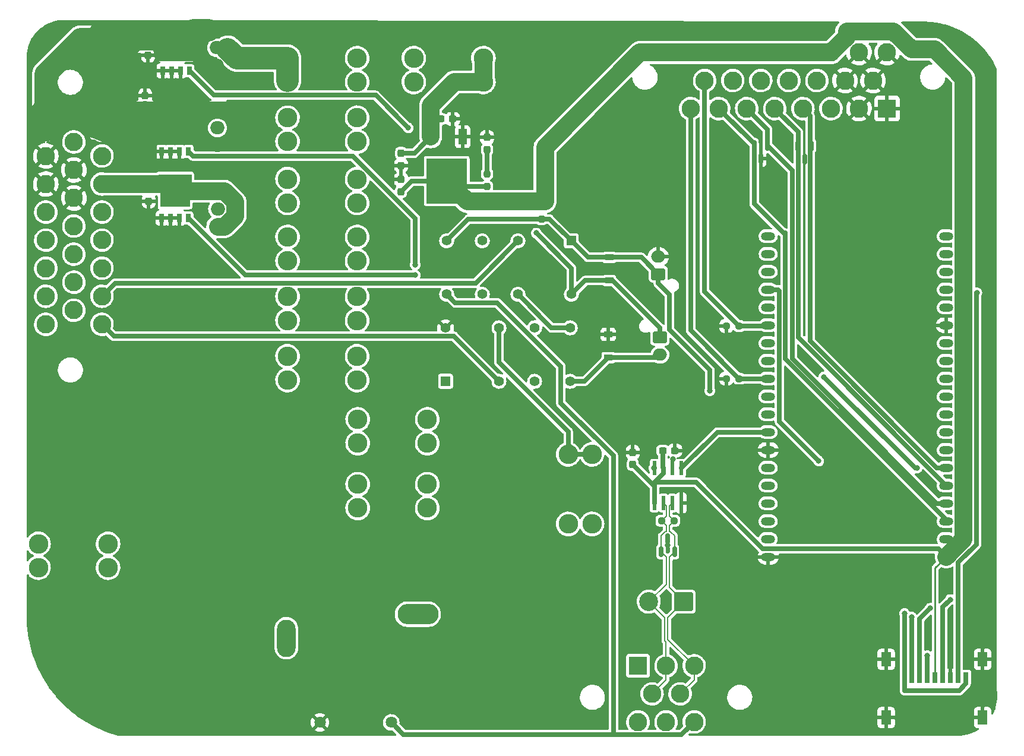
<source format=gbr>
%TF.GenerationSoftware,KiCad,Pcbnew,(6.0.1)*%
%TF.CreationDate,2022-11-29T11:39:49-05:00*%
%TF.ProjectId,rear-control-board,72656172-2d63-46f6-9e74-726f6c2d626f,rev?*%
%TF.SameCoordinates,Original*%
%TF.FileFunction,Copper,L1,Top*%
%TF.FilePolarity,Positive*%
%FSLAX46Y46*%
G04 Gerber Fmt 4.6, Leading zero omitted, Abs format (unit mm)*
G04 Created by KiCad (PCBNEW (6.0.1)) date 2022-11-29 11:39:49*
%MOMM*%
%LPD*%
G01*
G04 APERTURE LIST*
G04 Aperture macros list*
%AMRoundRect*
0 Rectangle with rounded corners*
0 $1 Rounding radius*
0 $2 $3 $4 $5 $6 $7 $8 $9 X,Y pos of 4 corners*
0 Add a 4 corners polygon primitive as box body*
4,1,4,$2,$3,$4,$5,$6,$7,$8,$9,$2,$3,0*
0 Add four circle primitives for the rounded corners*
1,1,$1+$1,$2,$3*
1,1,$1+$1,$4,$5*
1,1,$1+$1,$6,$7*
1,1,$1+$1,$8,$9*
0 Add four rect primitives between the rounded corners*
20,1,$1+$1,$2,$3,$4,$5,0*
20,1,$1+$1,$4,$5,$6,$7,0*
20,1,$1+$1,$6,$7,$8,$9,0*
20,1,$1+$1,$8,$9,$2,$3,0*%
%AMFreePoly0*
4,1,9,2.975000,-2.350000,1.425000,-2.350000,1.425000,-2.100000,-1.650000,-2.100000,-1.650000,2.100000,1.425000,2.100000,1.425000,2.350000,2.975000,2.350000,2.975000,-2.350000,2.975000,-2.350000,$1*%
G04 Aperture macros list end*
%TA.AperFunction,SMDPad,CuDef*%
%ADD10R,1.200000X2.200000*%
%TD*%
%TA.AperFunction,SMDPad,CuDef*%
%ADD11R,5.800000X6.400000*%
%TD*%
%TA.AperFunction,SMDPad,CuDef*%
%ADD12R,1.200000X0.900000*%
%TD*%
%TA.AperFunction,SMDPad,CuDef*%
%ADD13RoundRect,0.237500X-0.237500X0.300000X-0.237500X-0.300000X0.237500X-0.300000X0.237500X0.300000X0*%
%TD*%
%TA.AperFunction,ComponentPad*%
%ADD14C,2.780000*%
%TD*%
%TA.AperFunction,SMDPad,CuDef*%
%ADD15R,0.800000X1.500000*%
%TD*%
%TA.AperFunction,SMDPad,CuDef*%
%ADD16R,1.450000X2.000000*%
%TD*%
%TA.AperFunction,SMDPad,CuDef*%
%ADD17RoundRect,0.237500X-0.300000X-0.237500X0.300000X-0.237500X0.300000X0.237500X-0.300000X0.237500X0*%
%TD*%
%TA.AperFunction,SMDPad,CuDef*%
%ADD18RoundRect,0.041300X-0.253700X0.943700X-0.253700X-0.943700X0.253700X-0.943700X0.253700X0.943700X0*%
%TD*%
%TA.AperFunction,ComponentPad*%
%ADD19R,1.400000X1.400000*%
%TD*%
%TA.AperFunction,ComponentPad*%
%ADD20C,1.400000*%
%TD*%
%TA.AperFunction,ComponentPad*%
%ADD21RoundRect,0.250000X0.750000X-0.600000X0.750000X0.600000X-0.750000X0.600000X-0.750000X-0.600000X0*%
%TD*%
%TA.AperFunction,ComponentPad*%
%ADD22O,2.000000X1.700000*%
%TD*%
%TA.AperFunction,ComponentPad*%
%ADD23O,2.000000X1.905000*%
%TD*%
%TA.AperFunction,ComponentPad*%
%ADD24R,2.000000X1.905000*%
%TD*%
%TA.AperFunction,ComponentPad*%
%ADD25R,2.000000X1.200000*%
%TD*%
%TA.AperFunction,ComponentPad*%
%ADD26O,2.000000X1.200000*%
%TD*%
%TA.AperFunction,ComponentPad*%
%ADD27C,1.635000*%
%TD*%
%TA.AperFunction,ComponentPad*%
%ADD28O,2.670000X5.340000*%
%TD*%
%TA.AperFunction,ComponentPad*%
%ADD29O,5.850000X2.925000*%
%TD*%
%TA.AperFunction,ComponentPad*%
%ADD30R,2.625000X2.625000*%
%TD*%
%TA.AperFunction,ComponentPad*%
%ADD31C,2.625000*%
%TD*%
%TA.AperFunction,SMDPad,CuDef*%
%ADD32R,0.700000X1.150000*%
%TD*%
%TA.AperFunction,SMDPad,CuDef*%
%ADD33FreePoly0,90.000000*%
%TD*%
%TA.AperFunction,SMDPad,CuDef*%
%ADD34RoundRect,0.237500X-0.237500X0.287500X-0.237500X-0.287500X0.237500X-0.287500X0.237500X0.287500X0*%
%TD*%
%TA.AperFunction,SMDPad,CuDef*%
%ADD35RoundRect,0.237500X0.237500X-0.300000X0.237500X0.300000X-0.237500X0.300000X-0.237500X-0.300000X0*%
%TD*%
%TA.AperFunction,SMDPad,CuDef*%
%ADD36RoundRect,0.150000X0.150000X-0.587500X0.150000X0.587500X-0.150000X0.587500X-0.150000X-0.587500X0*%
%TD*%
%TA.AperFunction,SMDPad,CuDef*%
%ADD37RoundRect,0.237500X0.250000X0.237500X-0.250000X0.237500X-0.250000X-0.237500X0.250000X-0.237500X0*%
%TD*%
%TA.AperFunction,SMDPad,CuDef*%
%ADD38RoundRect,0.150000X-0.150000X0.587500X-0.150000X-0.587500X0.150000X-0.587500X0.150000X0.587500X0*%
%TD*%
%TA.AperFunction,ComponentPad*%
%ADD39RoundRect,0.250000X-0.750000X0.600000X-0.750000X-0.600000X0.750000X-0.600000X0.750000X0.600000X0*%
%TD*%
%TA.AperFunction,SMDPad,CuDef*%
%ADD40RoundRect,0.237500X-0.237500X0.250000X-0.237500X-0.250000X0.237500X-0.250000X0.237500X0.250000X0*%
%TD*%
%TA.AperFunction,SMDPad,CuDef*%
%ADD41RoundRect,0.237500X0.237500X-0.250000X0.237500X0.250000X-0.237500X0.250000X-0.237500X-0.250000X0*%
%TD*%
%TA.AperFunction,ComponentPad*%
%ADD42RoundRect,0.250001X1.099999X1.099999X-1.099999X1.099999X-1.099999X-1.099999X1.099999X-1.099999X0*%
%TD*%
%TA.AperFunction,ComponentPad*%
%ADD43C,2.700000*%
%TD*%
%TA.AperFunction,ViaPad*%
%ADD44C,0.800000*%
%TD*%
%TA.AperFunction,Conductor*%
%ADD45C,3.175000*%
%TD*%
%TA.AperFunction,Conductor*%
%ADD46C,0.635000*%
%TD*%
%TA.AperFunction,Conductor*%
%ADD47C,2.540000*%
%TD*%
%TA.AperFunction,Conductor*%
%ADD48C,0.200000*%
%TD*%
%TA.AperFunction,Conductor*%
%ADD49C,0.254000*%
%TD*%
G04 APERTURE END LIST*
D10*
%TO.P,U2,1,GND*%
%TO.N,GND*%
X121005000Y-78525000D03*
D11*
%TO.P,U2,2,VO*%
%TO.N,VDD*%
X118725000Y-84825000D03*
D10*
%TO.P,U2,3,VI*%
%TO.N,INT_12V*%
X116445000Y-78525000D03*
%TD*%
D12*
%TO.P,D5,1,K*%
%TO.N,/FAULT_LATCHER/IMD_SWITCH*%
X141750000Y-110001115D03*
%TO.P,D5,2,A*%
%TO.N,GND*%
X141750000Y-106701115D03*
%TD*%
D13*
%TO.P,C2,1*%
%TO.N,/PUMP_RTRN_12V*%
X76150000Y-65172500D03*
%TO.P,C2,2*%
%TO.N,GND*%
X76150000Y-66897500D03*
%TD*%
D14*
%TO.P,F1,1*%
%TO.N,+12V*%
X114040000Y-67300000D03*
X114040000Y-70700000D03*
%TO.P,F1,2*%
%TO.N,INT_12V*%
X123960000Y-67300000D03*
X123960000Y-70700000D03*
%TD*%
D15*
%TO.P,J7,1,DAT2*%
%TO.N,/Controller/DAT2*%
X185050000Y-155622500D03*
%TO.P,J7,2,DAT3/CD*%
%TO.N,/Controller/DAT3*%
X186150000Y-155622500D03*
%TO.P,J7,3,CMD*%
%TO.N,/Controller/CMD*%
X187250000Y-155622500D03*
%TO.P,J7,4,VDD*%
%TO.N,VDD*%
X188350000Y-155622500D03*
%TO.P,J7,5,CLK*%
%TO.N,/Controller/CLK*%
X189450000Y-155622500D03*
%TO.P,J7,6,VSS*%
%TO.N,GND*%
X190550000Y-155622500D03*
%TO.P,J7,7,DAT0*%
%TO.N,/Controller/DAT0*%
X191650000Y-155622500D03*
%TO.P,J7,8,DAT1*%
%TO.N,/Controller/DAT1*%
X192750000Y-155622500D03*
D16*
%TO.P,J7,9,SHIELD*%
%TO.N,GND*%
X181375000Y-161322500D03*
X181375000Y-153022500D03*
X195125000Y-153022500D03*
X195125000Y-161322500D03*
%TD*%
D14*
%TO.P,F9,1*%
%TO.N,+12V*%
X106040000Y-118800000D03*
X106040000Y-122200000D03*
%TO.P,F9,2*%
%TO.N,/BRB_LOOP*%
X115960000Y-118800000D03*
X115960000Y-122200000D03*
%TD*%
D17*
%TO.P,C12,1*%
%TO.N,VDD*%
X149525000Y-123250000D03*
%TO.P,C12,2*%
%TO.N,GND*%
X151250000Y-123250000D03*
%TD*%
D18*
%TO.P,U4,1,TXD*%
%TO.N,/Controller/CAN_MISO*%
X152155000Y-125775000D03*
%TO.P,U4,2,GND*%
%TO.N,GND*%
X150885000Y-125775000D03*
%TO.P,U4,3,VDD*%
%TO.N,VDD*%
X149615000Y-125775000D03*
%TO.P,U4,4,RXD*%
%TO.N,/Controller/CAN_MOSI*%
X148345000Y-125775000D03*
%TO.P,U4,5,VL*%
%TO.N,VDD*%
X148345000Y-130725000D03*
%TO.P,U4,6,CANL*%
%TO.N,/CAN_N*%
X149615000Y-130725000D03*
%TO.P,U4,7,CANH*%
%TO.N,/CAN_P*%
X150885000Y-130725000D03*
%TO.P,U4,8,STBY*%
%TO.N,GND*%
X152155000Y-130725000D03*
%TD*%
D19*
%TO.P,K2,1*%
%TO.N,/FAULT_LATCHER/BMS_SWITCH*%
X136500000Y-93351115D03*
D20*
%TO.P,K2,4*%
%TO.N,/FAULT_BMS*%
X128880000Y-93351115D03*
%TO.P,K2,6*%
%TO.N,unconnected-(K2-Pad6)*%
X123800000Y-93351115D03*
%TO.P,K2,8*%
%TO.N,/FAULT_LATCHER/BMS_SWITCH*%
X118720000Y-93351115D03*
%TO.P,K2,9*%
%TO.N,/BRB_RTN*%
X118720000Y-100971115D03*
%TO.P,K2,11*%
%TO.N,unconnected-(K2-Pad11)*%
X123800000Y-100971115D03*
%TO.P,K2,13*%
%TO.N,Net-(K2-Pad13)*%
X128880000Y-100971115D03*
%TO.P,K2,16*%
%TO.N,INT_12V*%
X136500000Y-100971115D03*
%TD*%
D21*
%TO.P,J4,1,Pin_1*%
%TO.N,/FAULT_LATCHER/BMS_SWITCH*%
X148892500Y-98113615D03*
D22*
%TO.P,J4,2,Pin_2*%
%TO.N,GND*%
X148892500Y-95613615D03*
%TD*%
D23*
%TO.P,D11,1,A*%
%TO.N,/FAN_RTRN_12V*%
X86055000Y-79790000D03*
D24*
X86055000Y-74710000D03*
D23*
%TO.P,D11,2,K*%
%TO.N,/FAN_12V*%
X86055000Y-77250000D03*
%TD*%
D25*
%TO.P,U1,1,3V3*%
%TO.N,VDD*%
X189950000Y-138403440D03*
D26*
%TO.P,U1,2,CHIP_PU*%
X189950000Y-135863440D03*
%TO.P,U1,3,SENSOR_VP/GPIO36/ADC1_CH0*%
%TO.N,/WHEEL_L*%
X189950000Y-133323440D03*
%TO.P,U1,4,SENSOR_VN/GPIO39/ADC1_CH3*%
%TO.N,/WHEEL_R*%
X189950000Y-130783440D03*
%TO.P,U1,5,VDET_1/GPIO34/ADC1_CH6*%
%TO.N,/SUSPENSION_L*%
X189950000Y-128243440D03*
%TO.P,U1,6,VDET_2/GPIO35/ADC1_CH7*%
%TO.N,/SUSPENSION_R*%
X189950000Y-125703440D03*
%TO.P,U1,7,32K_XP/GPIO32/ADC1_CH4*%
%TO.N,/Controller/FAULT_IMD*%
X189950000Y-123163440D03*
%TO.P,U1,8,32K_XN/GPIO33/ADC1_CH5*%
%TO.N,/FAULT_LATCHER/BMS_SWITCH*%
X189950000Y-120623440D03*
%TO.P,U1,9,DAC_1/ADC2_CH8/GPIO25*%
%TO.N,/Controller/BRAKE_CTRL*%
X189950000Y-118083440D03*
%TO.P,U1,10,DAC_2/ADC2_CH9/GPIO26*%
%TO.N,/Controller/FAN_CTRL*%
X189950000Y-115543440D03*
%TO.P,U1,11,ADC2_CH7/GPIO27*%
%TO.N,unconnected-(U1-Pad11)*%
X189950000Y-113003440D03*
%TO.P,U1,12,MTMS/GPIO14/ADC2_CH6*%
%TO.N,/Controller/CLK*%
X189950000Y-110463440D03*
%TO.P,U1,13,\u002AMTDI/GPIO12/ADC2_CH5*%
%TO.N,/Controller/DAT2*%
X189950000Y-107923440D03*
%TO.P,U1,14,GND*%
%TO.N,GND*%
X189950000Y-105383440D03*
%TO.P,U1,15,MTCK/GPIO13/ADC2_CH4*%
%TO.N,/Controller/DAT3*%
X189950000Y-102843440D03*
%TO.P,U1,16,SD_DATA2/GPIO9*%
%TO.N,unconnected-(U1-Pad16)*%
X189950000Y-100303440D03*
%TO.P,U1,17,SD_DATA3/GPIO10*%
%TO.N,unconnected-(U1-Pad17)*%
X189950000Y-97763440D03*
%TO.P,U1,18,CMD*%
%TO.N,unconnected-(U1-Pad18)*%
X189950000Y-95223440D03*
%TO.P,U1,19,5V*%
%TO.N,unconnected-(U1-Pad19)*%
X189950000Y-92683440D03*
%TO.P,U1,20,SD_CLK/GPIO6*%
%TO.N,unconnected-(U1-Pad20)*%
X164553680Y-92686160D03*
%TO.P,U1,21,SD_DATA0/GPIO7*%
%TO.N,unconnected-(U1-Pad21)*%
X164553680Y-95226160D03*
%TO.P,U1,22,SD_DATA1/GPIO8*%
%TO.N,unconnected-(U1-Pad22)*%
X164550000Y-97763440D03*
%TO.P,U1,23,\u002AMTDO/GPIO15/ADC2_CH3*%
%TO.N,/Controller/CMD*%
X164550000Y-100303440D03*
%TO.P,U1,24,ADC2_CH2/\u002AGPIO2*%
%TO.N,/Controller/DAT0*%
X164550000Y-102843440D03*
%TO.P,U1,25,\u002AGPIO0/BOOT/ADC2_CH1*%
%TO.N,/WATER_OUT-*%
X164550000Y-105383440D03*
%TO.P,U1,26,ADC2_CH0/GPIO4*%
%TO.N,/Controller/DAT1*%
X164550000Y-107923440D03*
%TO.P,U1,27,GPIO16*%
%TO.N,unconnected-(U1-Pad27)*%
X164550000Y-110463440D03*
%TO.P,U1,28,GPIO17*%
%TO.N,/WATER_IN-*%
X164550000Y-113003440D03*
%TO.P,U1,29,\u002AGPIO5*%
%TO.N,unconnected-(U1-Pad29)*%
X164550000Y-115543440D03*
%TO.P,U1,30,GPIO18*%
%TO.N,/Controller/PUMP_CTRL*%
X164550000Y-118083440D03*
%TO.P,U1,31,GPIO19*%
%TO.N,/Controller/CAN_MISO*%
X164550000Y-120623440D03*
%TO.P,U1,32,GND*%
%TO.N,GND*%
X164550000Y-123163440D03*
%TO.P,U1,33,GPIO21*%
%TO.N,unconnected-(U1-Pad33)*%
X164550000Y-125703440D03*
%TO.P,U1,34,U0RXD/GPIO3*%
%TO.N,unconnected-(U1-Pad34)*%
X164550000Y-128243440D03*
%TO.P,U1,35,U0TXD/GPIO1*%
%TO.N,unconnected-(U1-Pad35)*%
X164550000Y-130783440D03*
%TO.P,U1,36,GPIO22*%
%TO.N,unconnected-(U1-Pad36)*%
X164550000Y-133323440D03*
%TO.P,U1,37,GPIO23*%
%TO.N,/Controller/CAN_MOSI*%
X164550000Y-135863440D03*
%TO.P,U1,38,GND*%
%TO.N,GND*%
X164550000Y-138403440D03*
%TD*%
D27*
%TO.P,K1,1*%
%TO.N,/BRB_RTN*%
X110815000Y-162010000D03*
%TO.P,K1,2*%
%TO.N,GND*%
X100655000Y-162010000D03*
D28*
%TO.P,K1,3*%
%TO.N,/BATT_12V*%
X95875000Y-150000000D03*
D29*
%TO.P,K1,4*%
%TO.N,+12V*%
X114625000Y-146570000D03*
%TD*%
D14*
%TO.P,F4,1*%
%TO.N,+12V*%
X105960000Y-96200000D03*
X105960000Y-92800000D03*
%TO.P,F4,2*%
%TO.N,/FRONT_12*%
X96040000Y-92800000D03*
X96040000Y-96200000D03*
%TD*%
D30*
%TO.P,J3,1,Pin_1*%
%TO.N,/BRB_LOOP*%
X146000000Y-153937500D03*
D31*
%TO.P,J3,2,Pin_2*%
%TO.N,/CAN_N*%
X150000000Y-153937500D03*
%TO.P,J3,3,Pin_3*%
%TO.N,/CAN_P*%
X154000000Y-153937500D03*
%TO.P,J3,4,Pin_4*%
%TO.N,/CAN_N*%
X148000000Y-157937500D03*
%TO.P,J3,5,Pin_5*%
%TO.N,/CAN_P*%
X152000000Y-157937500D03*
%TO.P,J3,6,Pin_6*%
%TO.N,/RINE_12*%
X146000000Y-161937500D03*
%TO.P,J3,7,Pin_7*%
%TO.N,/TSV*%
X150000000Y-161937500D03*
%TO.P,J3,8,Pin_8*%
%TO.N,/BRB_RTN*%
X154000000Y-161937500D03*
%TD*%
D32*
%TO.P,Q3,1,S*%
%TO.N,GND*%
X78090000Y-90120000D03*
%TO.P,Q3,2,S*%
X79360000Y-90120000D03*
%TO.P,Q3,3,S*%
X80640000Y-90120000D03*
%TO.P,Q3,4,G*%
%TO.N,/Controller/PUMP_CTRL*%
X81910000Y-90120000D03*
D33*
%TO.P,Q3,5,D*%
%TO.N,/BRAKE_RTRN_12V*%
X80000000Y-86850000D03*
%TD*%
D32*
%TO.P,Q2,1,S*%
%TO.N,GND*%
X78090000Y-80585000D03*
%TO.P,Q2,2,S*%
X79360000Y-80585000D03*
%TO.P,Q2,3,S*%
X80640000Y-80585000D03*
%TO.P,Q2,4,G*%
%TO.N,/Controller/BRAKE_CTRL*%
X81910000Y-80585000D03*
D33*
%TO.P,Q2,5,D*%
%TO.N,/FAN_RTRN_12V*%
X80000000Y-77315000D03*
%TD*%
D34*
%TO.P,D1,1,K*%
%TO.N,INT_12V*%
X112225000Y-80850000D03*
%TO.P,D1,2,A*%
%TO.N,GND*%
X112225000Y-82600000D03*
%TD*%
D14*
%TO.P,F8,1*%
%TO.N,+12V*%
X105960000Y-84550000D03*
X105960000Y-87950000D03*
%TO.P,F8,2*%
%TO.N,/BRAKE_12V*%
X96040000Y-84550000D03*
X96040000Y-87950000D03*
%TD*%
D24*
%TO.P,D10,1,A*%
%TO.N,/BRAKE_RTRN_12V*%
X86095000Y-86265000D03*
D23*
X86095000Y-91345000D03*
%TO.P,D10,2,K*%
%TO.N,/BRAKE_12V*%
X86095000Y-88805000D03*
%TD*%
D35*
%TO.P,C4,1*%
%TO.N,VDD*%
X112225000Y-86337500D03*
%TO.P,C4,2*%
%TO.N,GND*%
X112225000Y-84612500D03*
%TD*%
%TO.P,C8,1*%
%TO.N,VDD*%
X145250000Y-125225000D03*
%TO.P,C8,2*%
%TO.N,GND*%
X145250000Y-123500000D03*
%TD*%
D12*
%TO.P,D4,1,K*%
%TO.N,INT_12V*%
X141917500Y-99013615D03*
%TO.P,D4,2,A*%
%TO.N,/FAULT_LATCHER/BMS_SWITCH*%
X141917500Y-95713615D03*
%TD*%
D14*
%TO.P,F7,1*%
%TO.N,+12V*%
X105960000Y-104700000D03*
X105960000Y-101300000D03*
%TO.P,F7,2*%
%TO.N,/HVB_12*%
X96040000Y-104700000D03*
X96040000Y-101300000D03*
%TD*%
D36*
%TO.P,D9,1,K*%
%TO.N,/CAN_N*%
X149300000Y-137687500D03*
%TO.P,D9,2,K*%
%TO.N,/CAN_P*%
X151200000Y-137687500D03*
%TO.P,D9,3,A*%
%TO.N,GND*%
X150250000Y-135812500D03*
%TD*%
D37*
%TO.P,R4,1*%
%TO.N,/WATER_OUT-*%
X160412500Y-105500000D03*
%TO.P,R4,2*%
%TO.N,GND*%
X158587500Y-105500000D03*
%TD*%
D38*
%TO.P,D6,1,K*%
%TO.N,/SUSPENSION_R*%
X170700000Y-79812500D03*
%TO.P,D6,2,K*%
%TO.N,/SUSPENSION_L*%
X168800000Y-79812500D03*
%TO.P,D6,3,A*%
%TO.N,GND*%
X169750000Y-81687500D03*
%TD*%
D35*
%TO.P,C13,1*%
%TO.N,/FAN_RTRN_12V*%
X75750000Y-74362500D03*
%TO.P,C13,2*%
%TO.N,GND*%
X75750000Y-72637500D03*
%TD*%
D14*
%TO.P,F10,1*%
%TO.N,/SSOK*%
X136050000Y-123790000D03*
X139450000Y-123790000D03*
%TO.P,F10,2*%
%TO.N,/TSV*%
X139450000Y-133710000D03*
X136050000Y-133710000D03*
%TD*%
D37*
%TO.P,R6,1*%
%TO.N,/CAN_P*%
X151162500Y-133250000D03*
%TO.P,R6,2*%
%TO.N,/CAN_N*%
X149337500Y-133250000D03*
%TD*%
D14*
%TO.P,F6,1*%
%TO.N,+12V*%
X105960000Y-67300000D03*
X105960000Y-70700000D03*
%TO.P,F6,2*%
%TO.N,/PUMP_12V*%
X96040000Y-70700000D03*
X96040000Y-67300000D03*
%TD*%
D39*
%TO.P,J5,1,Pin_1*%
%TO.N,INT_12V*%
X149117500Y-107101115D03*
D22*
%TO.P,J5,2,Pin_2*%
%TO.N,/FAULT_LATCHER/IMD_SWITCH*%
X149117500Y-109601115D03*
%TD*%
D14*
%TO.P,F11,1*%
%TO.N,/charge-controller/dcdc_fuse*%
X70460000Y-136550000D03*
X70460000Y-139950000D03*
%TO.P,F11,2*%
%TO.N,/DCDC_IN*%
X60540000Y-139950000D03*
X60540000Y-136550000D03*
%TD*%
%TO.P,F2,1*%
%TO.N,+12V*%
X105960000Y-75800000D03*
X105960000Y-79200000D03*
%TO.P,F2,2*%
%TO.N,/FAN_12V*%
X96040000Y-79200000D03*
X96040000Y-75800000D03*
%TD*%
D19*
%TO.P,K3,1*%
%TO.N,/FAULT_LATCHER/IMD_SWITCH*%
X118560000Y-113376115D03*
D20*
%TO.P,K3,4*%
%TO.N,/FAULT_IMD*%
X126180000Y-113376115D03*
%TO.P,K3,6*%
%TO.N,unconnected-(K3-Pad6)*%
X131260000Y-113376115D03*
%TO.P,K3,8*%
%TO.N,/FAULT_LATCHER/IMD_SWITCH*%
X136340000Y-113376115D03*
%TO.P,K3,9*%
%TO.N,Net-(K2-Pad13)*%
X136340000Y-105756115D03*
%TO.P,K3,11*%
%TO.N,unconnected-(K3-Pad11)*%
X131260000Y-105756115D03*
%TO.P,K3,13*%
%TO.N,/SSOK*%
X126180000Y-105756115D03*
%TO.P,K3,16*%
%TO.N,GND*%
X118560000Y-105756115D03*
%TD*%
D32*
%TO.P,Q4,1,S*%
%TO.N,GND*%
X78240000Y-69120000D03*
%TO.P,Q4,2,S*%
X79510000Y-69120000D03*
%TO.P,Q4,3,S*%
X80790000Y-69120000D03*
%TO.P,Q4,4,G*%
%TO.N,/Controller/FAN_CTRL*%
X82060000Y-69120000D03*
D33*
%TO.P,Q4,5,D*%
%TO.N,/PUMP_RTRN_12V*%
X80150000Y-65850000D03*
%TD*%
D13*
%TO.P,C3,1*%
%TO.N,/BRAKE_RTRN_12V*%
X76250000Y-85987500D03*
%TO.P,C3,2*%
%TO.N,GND*%
X76250000Y-87712500D03*
%TD*%
D30*
%TO.P,J1,1,Pin_1*%
%TO.N,/FAN_RTRN_12V*%
X69587500Y-77250000D03*
D31*
%TO.P,J1,2,Pin_2*%
%TO.N,/FAN_12V*%
X69587500Y-81250000D03*
%TO.P,J1,3,Pin_3*%
%TO.N,/BRAKE_RTRN_12V*%
X69587500Y-85250000D03*
%TO.P,J1,4,Pin_4*%
%TO.N,/BRAKE_12V*%
X69587500Y-89250000D03*
%TO.P,J1,5,Pin_5*%
%TO.N,/HVB_12*%
X69587500Y-93250000D03*
%TO.P,J1,6,Pin_6*%
%TO.N,BMS_12V*%
X69587500Y-97250000D03*
%TO.P,J1,7,Pin_7*%
%TO.N,/FAULT_BMS*%
X69587500Y-101250000D03*
%TO.P,J1,8,Pin_8*%
%TO.N,/FAULT_IMD*%
X69587500Y-105250000D03*
%TO.P,J1,9,Pin_9*%
%TO.N,/PUMP_12V*%
X65587500Y-79250000D03*
%TO.P,J1,10,Pin_10*%
%TO.N,GND*%
X65587500Y-83250000D03*
%TO.P,J1,11,Pin_11*%
X65587500Y-87250000D03*
%TO.P,J1,12,Pin_12*%
%TO.N,/BATT_12V*%
X65587500Y-91250000D03*
%TO.P,J1,13,Pin_13*%
X65587500Y-95250000D03*
%TO.P,J1,14,Pin_14*%
X65587500Y-99250000D03*
%TO.P,J1,15,Pin_15*%
X65587500Y-103250000D03*
%TO.P,J1,16,Pin_16*%
%TO.N,/PUMP_RTRN_12V*%
X61587500Y-77250000D03*
%TO.P,J1,17,Pin_17*%
%TO.N,GND*%
X61587500Y-81250000D03*
%TO.P,J1,18,Pin_18*%
X61587500Y-85250000D03*
%TO.P,J1,19,Pin_19*%
%TO.N,/FRONT_12*%
X61587500Y-89250000D03*
%TO.P,J1,20,Pin_20*%
%TO.N,/DCDC_IN*%
X61587500Y-93250000D03*
%TO.P,J1,21,Pin_21*%
X61587500Y-97250000D03*
%TO.P,J1,22,Pin_22*%
X61587500Y-101250000D03*
%TO.P,J1,23,Pin_23*%
X61587500Y-105250000D03*
%TD*%
D37*
%TO.P,R7,1*%
%TO.N,/WATER_IN-*%
X160412500Y-113000000D03*
%TO.P,R7,2*%
%TO.N,GND*%
X158587500Y-113000000D03*
%TD*%
D14*
%TO.P,F5,1*%
%TO.N,+12V*%
X105960000Y-109800000D03*
X105960000Y-113200000D03*
%TO.P,F5,2*%
%TO.N,BMS_12V*%
X96040000Y-113200000D03*
X96040000Y-109800000D03*
%TD*%
D40*
%TO.P,R3,1*%
%TO.N,VDD*%
X132250000Y-88438615D03*
%TO.P,R3,2*%
%TO.N,/FAULT_LATCHER/BMS_SWITCH*%
X132250000Y-90263615D03*
%TD*%
D17*
%TO.P,C1,1*%
%TO.N,INT_12V*%
X117862500Y-75975000D03*
%TO.P,C1,2*%
%TO.N,GND*%
X119587500Y-75975000D03*
%TD*%
D14*
%TO.P,F3,1*%
%TO.N,+12V*%
X106040000Y-128050000D03*
X106040000Y-131450000D03*
%TO.P,F3,2*%
%TO.N,/RINE_12*%
X115960000Y-128050000D03*
X115960000Y-131450000D03*
%TD*%
D41*
%TO.P,R2,1*%
%TO.N,VDD*%
X124475000Y-85637500D03*
%TO.P,R2,2*%
%TO.N,Net-(D8-Pad2)*%
X124475000Y-83812500D03*
%TD*%
D30*
%TO.P,J2,1,Pin_1*%
%TO.N,GND*%
X181500000Y-74500000D03*
D31*
%TO.P,J2,2,Pin_2*%
X177500000Y-74500000D03*
%TO.P,J2,3,Pin_3*%
%TO.N,unconnected-(J2-Pad3)*%
X173500000Y-74500000D03*
%TO.P,J2,4,Pin_4*%
%TO.N,/SUSPENSION_R*%
X169500000Y-74500000D03*
%TO.P,J2,5,Pin_5*%
%TO.N,/SUSPENSION_L*%
X165500000Y-74500000D03*
%TO.P,J2,6,Pin_6*%
%TO.N,/WHEEL_R*%
X161500000Y-74500000D03*
%TO.P,J2,7,Pin_7*%
%TO.N,/WHEEL_L*%
X157500000Y-74500000D03*
%TO.P,J2,8,Pin_8*%
%TO.N,/WATER_IN-*%
X153500000Y-74500000D03*
%TO.P,J2,9,Pin_9*%
%TO.N,GND*%
X179500000Y-70500000D03*
%TO.P,J2,10,Pin_10*%
X175500000Y-70500000D03*
%TO.P,J2,11,Pin_11*%
%TO.N,unconnected-(J2-Pad11)*%
X171500000Y-70500000D03*
%TO.P,J2,12,Pin_12*%
%TO.N,unconnected-(J2-Pad12)*%
X167500000Y-70500000D03*
%TO.P,J2,13,Pin_13*%
%TO.N,unconnected-(J2-Pad13)*%
X163500000Y-70500000D03*
%TO.P,J2,14,Pin_14*%
%TO.N,unconnected-(J2-Pad14)*%
X159500000Y-70500000D03*
%TO.P,J2,15,Pin_15*%
%TO.N,/WATER_OUT-*%
X155500000Y-70500000D03*
%TO.P,J2,16,Pin_16*%
%TO.N,GND*%
X181500000Y-66500000D03*
%TO.P,J2,17,Pin_17*%
X177500000Y-66500000D03*
%TO.P,J2,18,Pin_18*%
%TO.N,VDD*%
X173500000Y-66500000D03*
%TO.P,J2,19,Pin_19*%
X169500000Y-66500000D03*
%TO.P,J2,20,Pin_20*%
X165500000Y-66500000D03*
%TO.P,J2,21,Pin_21*%
X161500000Y-66500000D03*
%TO.P,J2,22,Pin_22*%
X157500000Y-66500000D03*
%TO.P,J2,23,Pin_23*%
X153500000Y-66500000D03*
%TD*%
D42*
%TO.P,J6,1,Pin_1*%
%TO.N,/CAN_P*%
X152527500Y-144800000D03*
D43*
%TO.P,J6,2,Pin_2*%
%TO.N,/CAN_N*%
X147527500Y-144800000D03*
%TD*%
D34*
%TO.P,D8,1,K*%
%TO.N,GND*%
X124475000Y-78600000D03*
%TO.P,D8,2,A*%
%TO.N,Net-(D8-Pad2)*%
X124475000Y-80350000D03*
%TD*%
D24*
%TO.P,D12,1,A*%
%TO.N,/PUMP_RTRN_12V*%
X85940000Y-63285000D03*
D23*
X85940000Y-68365000D03*
%TO.P,D12,2,K*%
%TO.N,/PUMP_12V*%
X85940000Y-65825000D03*
%TD*%
D38*
%TO.P,D2,1,K*%
%TO.N,/WHEEL_R*%
X164450000Y-79750000D03*
%TO.P,D2,2,K*%
%TO.N,/WHEEL_L*%
X162550000Y-79750000D03*
%TO.P,D2,3,A*%
%TO.N,GND*%
X163500000Y-81625000D03*
%TD*%
D44*
%TO.N,GND*%
X151000000Y-124500000D03*
X118750000Y-89000000D03*
X132000000Y-121250000D03*
X110750000Y-80500000D03*
X129000000Y-125750000D03*
X173500000Y-120750000D03*
X145500000Y-135250000D03*
X159250000Y-108250000D03*
X131000000Y-131000000D03*
X190500000Y-153000000D03*
X131000000Y-131000000D03*
X110500000Y-78250000D03*
X177500000Y-128750000D03*
X125750000Y-120750000D03*
X113250000Y-112250000D03*
X150250000Y-136750000D03*
%TO.N,INT_12V*%
X116445000Y-78525000D03*
X131500000Y-92250000D03*
%TO.N,/Controller/FAN_CTRL*%
X113250000Y-77250000D03*
%TO.N,/Controller/PUMP_CTRL*%
X114250000Y-98250000D03*
%TO.N,/Controller/BRAKE_CTRL*%
X114250000Y-96750000D03*
%TO.N,/Controller/CAN_MOSI*%
X148250000Y-125750000D03*
%TO.N,/Controller/DAT2*%
X185000000Y-147000000D03*
%TO.N,/Controller/DAT3*%
X187623500Y-145750000D03*
%TO.N,/Controller/CMD*%
X187250000Y-152500000D03*
X171750000Y-124750000D03*
%TO.N,/Controller/CLK*%
X190500000Y-144500000D03*
%TO.N,/Controller/DAT0*%
X194289020Y-100750000D03*
%TO.N,/Controller/DAT1*%
X184000000Y-146500000D03*
X172500000Y-112750000D03*
X185750000Y-125750000D03*
%TO.N,/FAULT_LATCHER/BMS_SWITCH*%
X156250000Y-114750000D03*
%TD*%
D45*
%TO.N,/PUMP_12V*%
X96040000Y-67300000D02*
X96040000Y-70502491D01*
X88796766Y-67300000D02*
X87521277Y-66024511D01*
X96040000Y-67300000D02*
X88796766Y-67300000D01*
%TO.N,/PUMP_RTRN_12V*%
X82689297Y-63310703D02*
X84748777Y-63315161D01*
X80150000Y-65850000D02*
X82689297Y-63310703D01*
X61587500Y-69566094D02*
X61587500Y-77250000D01*
X66580614Y-64572980D02*
X61587500Y-69566094D01*
X78872980Y-64572980D02*
X66580614Y-64572980D01*
X80150000Y-65850000D02*
X78872980Y-64572980D01*
%TO.N,/FAN_RTRN_12V*%
X78065000Y-77315000D02*
X75750000Y-75000000D01*
X80000000Y-77315000D02*
X78065000Y-77315000D01*
X69652500Y-77315000D02*
X69587500Y-77250000D01*
X80000000Y-77315000D02*
X69652500Y-77315000D01*
D46*
%TO.N,INT_12V*%
X117862500Y-75975000D02*
X116975000Y-75975000D01*
X141917500Y-99013615D02*
X138457500Y-99013615D01*
X138457500Y-99013615D02*
X136500000Y-100971115D01*
X116975000Y-75975000D02*
X116445000Y-75445000D01*
X136500000Y-97250000D02*
X131500000Y-92250000D01*
D47*
X116445000Y-74055000D02*
X116445000Y-75445000D01*
X119800000Y-70700000D02*
X116445000Y-74055000D01*
D46*
X114120000Y-80850000D02*
X116445000Y-78525000D01*
X141917500Y-99013615D02*
X142351129Y-99013615D01*
X136500000Y-100971115D02*
X136500000Y-97250000D01*
D47*
X116445000Y-75445000D02*
X116445000Y-78525000D01*
X123960000Y-67300000D02*
X123960000Y-70700000D01*
D46*
X112225000Y-80850000D02*
X114120000Y-80850000D01*
X149117500Y-105779986D02*
X149117500Y-107101115D01*
X142351129Y-99013615D02*
X149117500Y-105779986D01*
D47*
X123960000Y-70700000D02*
X119800000Y-70700000D01*
D46*
%TO.N,/FAULT_LATCHER/IMD_SWITCH*%
X141750000Y-110001115D02*
X148717500Y-110001115D01*
X136340000Y-113376115D02*
X138375000Y-113376115D01*
X138375000Y-113376115D02*
X141750000Y-110001115D01*
X148717500Y-110001115D02*
X149117500Y-109601115D01*
D47*
%TO.N,/BRAKE_RTRN_12V*%
X88564520Y-89808233D02*
X88564520Y-87801767D01*
X80585000Y-86265000D02*
X86095000Y-86265000D01*
X86095000Y-91345000D02*
X87027753Y-91345000D01*
X78400000Y-85250000D02*
X80000000Y-86850000D01*
X87027753Y-91345000D02*
X88564520Y-89808233D01*
X69587500Y-85250000D02*
X78400000Y-85250000D01*
X87027753Y-86265000D02*
X81515000Y-86265000D01*
X80000000Y-86850000D02*
X80585000Y-86265000D01*
X88564520Y-87801767D02*
X87027753Y-86265000D01*
D46*
%TO.N,/FAULT_BMS*%
X69587500Y-101250000D02*
X71444511Y-99392989D01*
X71444511Y-99392989D02*
X122838126Y-99392989D01*
X122838126Y-99392989D02*
X128880000Y-93351115D01*
%TO.N,/FAULT_IMD*%
X69587500Y-105250000D02*
X71310626Y-106973126D01*
X119777011Y-106973126D02*
X126180000Y-113376115D01*
X71310626Y-106973126D02*
X119777011Y-106973126D01*
%TO.N,/BRB_RTN*%
X118720000Y-100971115D02*
X119937011Y-102188126D01*
X142482989Y-123982989D02*
X142482989Y-163767011D01*
X154000000Y-161937500D02*
X152170489Y-163767011D01*
X112572011Y-163767011D02*
X110815000Y-162010000D01*
X135000000Y-116500000D02*
X142482989Y-123982989D01*
X152170489Y-163767011D02*
X142482989Y-163767011D01*
X135000000Y-111250000D02*
X135000000Y-116500000D01*
X119937011Y-102188126D02*
X125938126Y-102188126D01*
X142482989Y-163767011D02*
X112572011Y-163767011D01*
X125938126Y-102188126D02*
X135000000Y-111250000D01*
%TO.N,/WHEEL_L*%
X162550000Y-79750000D02*
X162550000Y-88050000D01*
X167000000Y-92250000D02*
X167000000Y-110123440D01*
X162550000Y-88050000D02*
X166750000Y-92250000D01*
X157500000Y-74500000D02*
X162550000Y-79550000D01*
X167000000Y-110123440D02*
X190200000Y-133323440D01*
X162550000Y-79550000D02*
X162550000Y-79750000D01*
%TO.N,/WHEEL_R*%
X188590190Y-130783440D02*
X189950000Y-130783440D01*
X168000000Y-83300000D02*
X168000000Y-110193250D01*
X164450000Y-79750000D02*
X168000000Y-83300000D01*
X161500000Y-74500000D02*
X164450000Y-77450000D01*
X164450000Y-77450000D02*
X164450000Y-79750000D01*
X168000000Y-110193250D02*
X188590190Y-130783440D01*
%TO.N,/SUSPENSION_L*%
X168834520Y-77834520D02*
X168834520Y-107127960D01*
X168834520Y-107127960D02*
X189950000Y-128243440D01*
X165500000Y-74500000D02*
X168834520Y-77834520D01*
%TO.N,/SUSPENSION_R*%
X170500000Y-107613250D02*
X188590190Y-125703440D01*
X170500000Y-75500000D02*
X170500000Y-107613250D01*
X169500000Y-74500000D02*
X170500000Y-75500000D01*
X188590190Y-125703440D02*
X189950000Y-125703440D01*
D48*
%TO.N,/CAN_P*%
X154000000Y-155937500D02*
X152000000Y-157937500D01*
X150475001Y-142747501D02*
X152527500Y-144800000D01*
X150475001Y-134775480D02*
X150586197Y-134775480D01*
X150586197Y-134775480D02*
X150655359Y-134844641D01*
X150475001Y-132562501D02*
X151162500Y-133250000D01*
X150475001Y-133937499D02*
X150475001Y-134775480D01*
X154000000Y-153937500D02*
X154000000Y-155937500D01*
X151162500Y-133250000D02*
X150475001Y-133937499D01*
X150475001Y-138412499D02*
X150475001Y-142747501D01*
X151200000Y-135389282D02*
X150655359Y-134844641D01*
X150475001Y-131134999D02*
X150475001Y-132562501D01*
X150655359Y-134844641D02*
X150849520Y-135038803D01*
X150252501Y-147074999D02*
X150252501Y-150190001D01*
X151200000Y-137687500D02*
X150475001Y-138412499D01*
X152527500Y-144800000D02*
X150252501Y-147074999D01*
X150885000Y-130725000D02*
X150475001Y-131134999D01*
X151200000Y-137687500D02*
X151200000Y-135389282D01*
X150252501Y-150190001D02*
X154000000Y-153937500D01*
%TO.N,/CAN_N*%
X150024999Y-131134999D02*
X150024999Y-132562501D01*
X150000000Y-153937500D02*
X150000000Y-155937500D01*
X149300000Y-137687500D02*
X150024999Y-138412499D01*
X150024999Y-134775480D02*
X149913803Y-134775480D01*
X149802499Y-150376396D02*
X150000000Y-150573897D01*
X147527500Y-144800000D02*
X149802499Y-147074999D01*
X150024999Y-138412499D02*
X150024999Y-142302501D01*
X150024999Y-133937499D02*
X150024999Y-134775480D01*
X150000000Y-155937500D02*
X148000000Y-157937500D01*
X149615000Y-130725000D02*
X150024999Y-131134999D01*
X150024999Y-132562501D02*
X149337500Y-133250000D01*
X149337500Y-133250000D02*
X150024999Y-133937499D01*
X150024999Y-142302501D02*
X147527500Y-144800000D01*
X149300000Y-137687500D02*
X149300000Y-135389283D01*
X149802499Y-147074999D02*
X149802499Y-150376396D01*
X149300000Y-135389283D02*
X149913803Y-134775480D01*
X150000000Y-150573897D02*
X150000000Y-153937500D01*
D46*
%TO.N,VDD*%
X145250000Y-125250000D02*
X148345000Y-128345000D01*
X149525000Y-125685000D02*
X149615000Y-125775000D01*
D47*
X153500000Y-66500000D02*
X146265107Y-66500000D01*
X182434359Y-63500000D02*
X185000000Y-66065641D01*
D46*
X145250000Y-125225000D02*
X145250000Y-125250000D01*
X112225000Y-86337500D02*
X113737500Y-84825000D01*
X148345000Y-127761983D02*
X149615000Y-126491983D01*
X188832980Y-137286420D02*
X189950000Y-138403440D01*
D47*
X175750000Y-64250000D02*
X175750000Y-63500000D01*
X153500000Y-66500000D02*
X173500000Y-66500000D01*
D46*
X163786420Y-137286420D02*
X188832980Y-137286420D01*
D47*
X132750000Y-87750000D02*
X121650000Y-87750000D01*
X173500000Y-66500000D02*
X175750000Y-64250000D01*
D46*
X148345000Y-128345000D02*
X148345000Y-127761983D01*
D49*
X188350000Y-140003440D02*
X189950000Y-138403440D01*
D46*
X148345000Y-130725000D02*
X148345000Y-128345000D01*
X149525000Y-123250000D02*
X149525000Y-125685000D01*
D47*
X192419520Y-135933920D02*
X189950000Y-138403440D01*
X188300534Y-66065641D02*
X192419520Y-70184627D01*
D46*
X154261983Y-127761983D02*
X163786420Y-137286420D01*
X119537500Y-85637500D02*
X118725000Y-84825000D01*
X124475000Y-85637500D02*
X119537500Y-85637500D01*
D47*
X192419520Y-70184627D02*
X192419520Y-135933920D01*
D46*
X148345000Y-127761983D02*
X154261983Y-127761983D01*
X113737500Y-84825000D02*
X118725000Y-84825000D01*
D47*
X132750000Y-80015107D02*
X132750000Y-87750000D01*
X185000000Y-66065641D02*
X188300534Y-66065641D01*
X146265107Y-66500000D02*
X132750000Y-80015107D01*
D49*
X188350000Y-155622500D02*
X188350000Y-140003440D01*
D47*
X175750000Y-63500000D02*
X182434359Y-63500000D01*
D46*
X149615000Y-126491983D02*
X149615000Y-125775000D01*
D47*
X121650000Y-87750000D02*
X118725000Y-84825000D01*
D46*
%TO.N,Net-(D8-Pad2)*%
X124475000Y-80350000D02*
X124475000Y-83812500D01*
%TO.N,/SSOK*%
X136050000Y-123790000D02*
X136050000Y-122450000D01*
X137390000Y-123790000D02*
X136050000Y-122450000D01*
X136050000Y-122450000D02*
X136050000Y-120550000D01*
X136050000Y-120550000D02*
X126180000Y-110680000D01*
X126180000Y-110680000D02*
X126180000Y-105756115D01*
X139450000Y-123790000D02*
X137390000Y-123790000D01*
%TO.N,/Controller/FAN_CTRL*%
X82060000Y-69120000D02*
X85547011Y-72607011D01*
X85547011Y-72607011D02*
X108607011Y-72607011D01*
X108607011Y-72607011D02*
X113250000Y-77250000D01*
%TO.N,/Controller/PUMP_CTRL*%
X90040000Y-98250000D02*
X114250000Y-98250000D01*
X81910000Y-90120000D02*
X90040000Y-98250000D01*
%TO.N,/Controller/BRAKE_CTRL*%
X81910000Y-80585000D02*
X82584520Y-81259520D01*
X82584520Y-81259520D02*
X105366442Y-81259520D01*
X114250000Y-90143078D02*
X114250000Y-96750000D01*
X105366442Y-81259520D02*
X114250000Y-90143078D01*
%TO.N,/Controller/CAN_MISO*%
X152155000Y-125775000D02*
X157306560Y-120623440D01*
X157306560Y-120623440D02*
X164550000Y-120623440D01*
%TO.N,/WATER_OUT-*%
X160412500Y-105500000D02*
X155500000Y-100587500D01*
X160412500Y-105500000D02*
X164433440Y-105500000D01*
X164433440Y-105500000D02*
X164550000Y-105383440D01*
X155500000Y-100587500D02*
X155500000Y-70500000D01*
%TO.N,/Controller/CAN_MOSI*%
X148275000Y-125775000D02*
X148250000Y-125750000D01*
X148345000Y-125775000D02*
X148275000Y-125775000D01*
%TO.N,/WATER_IN-*%
X160412500Y-113000000D02*
X153500000Y-106087500D01*
X153500000Y-106087500D02*
X153500000Y-74500000D01*
X164546560Y-113000000D02*
X164550000Y-113003440D01*
X160412500Y-113000000D02*
X164546560Y-113000000D01*
%TO.N,Net-(K2-Pad13)*%
X133665000Y-105756115D02*
X128880000Y-100971115D01*
X136340000Y-105756115D02*
X133665000Y-105756115D01*
%TO.N,/Controller/DAT2*%
X185050000Y-155622500D02*
X185050000Y-147050000D01*
X185050000Y-147050000D02*
X185000000Y-147000000D01*
%TO.N,/Controller/DAT3*%
X186150000Y-147223500D02*
X187623500Y-145750000D01*
X186150000Y-155622500D02*
X186150000Y-147223500D01*
%TO.N,/Controller/CMD*%
X171750000Y-124750000D02*
X166165480Y-119165480D01*
X166165480Y-119165480D02*
X166165480Y-100500000D01*
X165968920Y-100303440D02*
X164550000Y-100303440D01*
X187250000Y-155622500D02*
X187250000Y-152500000D01*
X166165480Y-100500000D02*
X165968920Y-100303440D01*
%TO.N,/Controller/CLK*%
X189450000Y-155622500D02*
X189450000Y-145550000D01*
X189450000Y-145550000D02*
X190500000Y-144500000D01*
%TO.N,/Controller/DAT0*%
X191650000Y-155622500D02*
X191650000Y-139230668D01*
X194250000Y-136630668D02*
X194250000Y-100789020D01*
X194250000Y-100789020D02*
X194289020Y-100750000D01*
X191650000Y-139230668D02*
X194250000Y-136630668D01*
%TO.N,/Controller/DAT1*%
X191750000Y-157500000D02*
X192750000Y-156500000D01*
X172500000Y-112750000D02*
X185500000Y-125750000D01*
X185500000Y-125750000D02*
X185750000Y-125750000D01*
X184000000Y-146500000D02*
X184000000Y-157500000D01*
X184000000Y-157500000D02*
X191750000Y-157500000D01*
%TO.N,/FAULT_LATCHER/BMS_SWITCH*%
X138862500Y-95713615D02*
X136500000Y-93351115D01*
X133412500Y-90263615D02*
X136500000Y-93351115D01*
X148892500Y-98113615D02*
X146492500Y-95713615D01*
X141917500Y-95713615D02*
X138862500Y-95713615D01*
X146492500Y-95713615D02*
X141917500Y-95713615D01*
X148892500Y-99434744D02*
X148892500Y-98113615D01*
X150500000Y-101042244D02*
X148892500Y-99434744D01*
X156250000Y-111798885D02*
X150500000Y-106048885D01*
X156250000Y-114750000D02*
X156250000Y-111798885D01*
X132250000Y-90263615D02*
X121807500Y-90263615D01*
X132250000Y-90263615D02*
X133412500Y-90263615D01*
X121807500Y-90263615D02*
X118720000Y-93351115D01*
X150500000Y-106048885D02*
X150500000Y-101042244D01*
%TD*%
%TA.AperFunction,Conductor*%
%TO.N,/PUMP_RTRN_12V*%
G36*
X87874273Y-61894902D02*
G01*
X87942350Y-61915052D01*
X87988727Y-61968808D01*
X88000000Y-62020902D01*
X88000000Y-63980132D01*
X87979998Y-64048253D01*
X87926342Y-64094746D01*
X87855269Y-64104732D01*
X87715089Y-64083656D01*
X87678910Y-64078217D01*
X87678908Y-64078217D01*
X87674506Y-64077555D01*
X87670049Y-64077520D01*
X87403108Y-64075424D01*
X87398648Y-64075389D01*
X87394235Y-64075982D01*
X87394231Y-64075982D01*
X87129653Y-64111519D01*
X87125238Y-64112112D01*
X86859730Y-64186993D01*
X86607421Y-64298538D01*
X86603633Y-64300900D01*
X86603630Y-64300902D01*
X86377125Y-64442163D01*
X86373346Y-64444520D01*
X86351664Y-64462746D01*
X86309560Y-64498138D01*
X86244544Y-64526659D01*
X86216459Y-64526008D01*
X86216371Y-64527009D01*
X86047545Y-64512238D01*
X86047538Y-64512238D01*
X86044821Y-64512000D01*
X85835179Y-64512000D01*
X85832462Y-64512238D01*
X85832455Y-64512238D01*
X85763884Y-64518238D01*
X85663629Y-64527009D01*
X85658316Y-64528433D01*
X85658314Y-64528433D01*
X85447022Y-64585048D01*
X85447020Y-64585049D01*
X85441712Y-64586471D01*
X85436732Y-64588793D01*
X85436730Y-64588794D01*
X85238474Y-64681243D01*
X85238471Y-64681245D01*
X85233493Y-64683566D01*
X85045296Y-64815342D01*
X84882842Y-64977796D01*
X84879685Y-64982304D01*
X84879683Y-64982307D01*
X84754223Y-65161483D01*
X84751066Y-65165992D01*
X84748743Y-65170974D01*
X84748740Y-65170979D01*
X84656294Y-65369230D01*
X84653971Y-65374212D01*
X84594509Y-65596129D01*
X84574485Y-65825000D01*
X84594509Y-66053871D01*
X84595933Y-66059184D01*
X84595933Y-66059186D01*
X84652102Y-66268811D01*
X84653971Y-66275788D01*
X84656293Y-66280768D01*
X84656294Y-66280770D01*
X84731194Y-66441391D01*
X84751066Y-66484007D01*
X84882842Y-66672204D01*
X85045296Y-66834658D01*
X85233493Y-66966434D01*
X85238471Y-66968755D01*
X85238474Y-66968757D01*
X85423908Y-67055227D01*
X85441712Y-67063529D01*
X85447020Y-67064951D01*
X85447022Y-67064952D01*
X85658314Y-67121567D01*
X85658316Y-67121567D01*
X85663629Y-67122991D01*
X85763884Y-67131762D01*
X85832455Y-67137762D01*
X85832462Y-67137762D01*
X85835179Y-67138000D01*
X85855833Y-67138000D01*
X85923954Y-67158002D01*
X85953545Y-67184449D01*
X86070736Y-67328395D01*
X86070742Y-67328401D01*
X86072767Y-67330889D01*
X87399038Y-68657160D01*
X87401113Y-68659283D01*
X87482389Y-68744482D01*
X87552329Y-68799618D01*
X87556904Y-68803403D01*
X87620800Y-68858850D01*
X87620806Y-68858854D01*
X87624160Y-68861765D01*
X87627894Y-68864176D01*
X87657865Y-68883528D01*
X87667523Y-68890430D01*
X87699031Y-68915269D01*
X87702873Y-68917501D01*
X87702878Y-68917504D01*
X87776044Y-68960002D01*
X87781100Y-68963101D01*
X87855912Y-69011406D01*
X87859962Y-69013273D01*
X87892355Y-69028207D01*
X87902890Y-69033679D01*
X87937286Y-69053658D01*
X87986144Y-69105169D01*
X88000000Y-69162612D01*
X88000000Y-70624000D01*
X87979998Y-70692121D01*
X87926342Y-70738614D01*
X87874000Y-70750000D01*
X84817433Y-70750000D01*
X84749312Y-70729998D01*
X84712595Y-70693892D01*
X82760049Y-67765074D01*
X82750000Y-67750000D01*
X77345042Y-67750000D01*
X77276921Y-67729998D01*
X77230428Y-67676342D01*
X77223890Y-67658615D01*
X76990348Y-66841218D01*
X76985500Y-66806603D01*
X76985500Y-66558306D01*
X76970108Y-66441391D01*
X76909852Y-66295920D01*
X76813999Y-66171001D01*
X76814090Y-66170931D01*
X76784441Y-66120543D01*
X76763826Y-66048391D01*
X76750000Y-66000000D01*
X76733727Y-65996745D01*
X76733726Y-65996745D01*
X75847625Y-65819525D01*
X75500000Y-65750000D01*
X69751061Y-71498939D01*
X69748966Y-71500987D01*
X64256883Y-76743429D01*
X64256880Y-76743432D01*
X64250000Y-76750000D01*
X63277778Y-78500000D01*
X63030386Y-78945305D01*
X62979819Y-78995139D01*
X62938061Y-79008848D01*
X61250214Y-79249969D01*
X59562365Y-79491091D01*
X59492101Y-79480923D01*
X59455452Y-79455452D01*
X58896905Y-78896905D01*
X58862879Y-78834593D01*
X58860000Y-78807810D01*
X58860000Y-75302836D01*
X58880002Y-75234715D01*
X58884563Y-75228093D01*
X62103668Y-70859308D01*
X63300333Y-70859308D01*
X63336120Y-71122267D01*
X63410382Y-71377049D01*
X63521487Y-71618055D01*
X63524050Y-71621964D01*
X63664429Y-71836079D01*
X63664433Y-71836084D01*
X63666995Y-71839992D01*
X63843709Y-72037983D01*
X64047747Y-72207680D01*
X64274627Y-72345353D01*
X64278941Y-72347162D01*
X64278943Y-72347163D01*
X64515049Y-72446171D01*
X64515054Y-72446173D01*
X64519364Y-72447980D01*
X64523896Y-72449131D01*
X64523899Y-72449132D01*
X64651914Y-72481643D01*
X64776582Y-72513305D01*
X64997003Y-72535500D01*
X65154878Y-72535500D01*
X65157203Y-72535327D01*
X65157209Y-72535327D01*
X65347502Y-72521186D01*
X65347506Y-72521185D01*
X65352154Y-72520840D01*
X65356702Y-72519811D01*
X65356708Y-72519810D01*
X65545635Y-72477059D01*
X65610994Y-72462270D01*
X65615348Y-72460577D01*
X65853980Y-72367778D01*
X65853982Y-72367777D01*
X65858333Y-72366085D01*
X65898855Y-72342925D01*
X66084682Y-72236717D01*
X66084684Y-72236715D01*
X66088739Y-72234398D01*
X66297149Y-72070100D01*
X66379881Y-71982153D01*
X66475786Y-71880204D01*
X66475788Y-71880201D01*
X66478985Y-71876803D01*
X66563558Y-71754892D01*
X66627592Y-71662587D01*
X66627593Y-71662586D01*
X66630253Y-71658751D01*
X66632320Y-71654560D01*
X66745564Y-71424924D01*
X66745565Y-71424921D01*
X66747629Y-71420736D01*
X66763054Y-71372550D01*
X66827110Y-71172437D01*
X66828535Y-71167986D01*
X66871194Y-70906053D01*
X66874667Y-70640692D01*
X66838880Y-70377733D01*
X66764618Y-70122951D01*
X66653513Y-69881945D01*
X66553351Y-69729172D01*
X66510571Y-69663921D01*
X66510567Y-69663916D01*
X66508005Y-69660008D01*
X66331291Y-69462017D01*
X66127253Y-69292320D01*
X65900373Y-69154647D01*
X65896057Y-69152837D01*
X65659951Y-69053829D01*
X65659946Y-69053827D01*
X65655636Y-69052020D01*
X65651104Y-69050869D01*
X65651101Y-69050868D01*
X65486201Y-69008989D01*
X65398418Y-68986695D01*
X65177997Y-68964500D01*
X65020122Y-68964500D01*
X65017797Y-68964673D01*
X65017791Y-68964673D01*
X64827498Y-68978814D01*
X64827494Y-68978815D01*
X64822846Y-68979160D01*
X64818298Y-68980189D01*
X64818292Y-68980190D01*
X64680340Y-69011406D01*
X64564006Y-69037730D01*
X64559654Y-69039422D01*
X64559652Y-69039423D01*
X64321020Y-69132222D01*
X64321018Y-69132223D01*
X64316667Y-69133915D01*
X64312613Y-69136232D01*
X64312611Y-69136233D01*
X64118252Y-69247318D01*
X64086261Y-69265602D01*
X63877851Y-69429900D01*
X63696015Y-69623197D01*
X63544747Y-69841249D01*
X63542681Y-69845438D01*
X63542680Y-69845440D01*
X63444234Y-70045070D01*
X63427371Y-70079264D01*
X63425949Y-70083707D01*
X63425948Y-70083709D01*
X63395410Y-70179110D01*
X63346465Y-70332014D01*
X63303806Y-70593947D01*
X63300333Y-70859308D01*
X62103668Y-70859308D01*
X68696969Y-61911257D01*
X68753481Y-61868281D01*
X68798406Y-61860000D01*
X71749497Y-61860000D01*
X87874273Y-61894902D01*
G37*
%TD.AperFunction*%
%TD*%
%TA.AperFunction,Conductor*%
%TO.N,GND*%
G36*
X187201365Y-62109896D02*
G01*
X187223919Y-62112167D01*
X187225191Y-62112220D01*
X187234908Y-62114174D01*
X187244754Y-62113030D01*
X187244755Y-62113030D01*
X187245808Y-62112908D01*
X187247517Y-62112709D01*
X187270782Y-62112169D01*
X187379893Y-62119743D01*
X187863901Y-62153341D01*
X187870895Y-62154023D01*
X188385160Y-62218685D01*
X188455060Y-62227474D01*
X188492805Y-62232220D01*
X188499749Y-62233291D01*
X189116342Y-62346038D01*
X189123181Y-62347486D01*
X189554709Y-62451550D01*
X189732532Y-62494432D01*
X189739315Y-62496269D01*
X190339530Y-62676957D01*
X190346199Y-62679170D01*
X190935365Y-62893020D01*
X190941900Y-62895600D01*
X191518297Y-63141991D01*
X191524645Y-63144917D01*
X191814315Y-63288339D01*
X192086375Y-63423042D01*
X192092582Y-63426334D01*
X192637919Y-63735331D01*
X192643934Y-63738964D01*
X193170637Y-64077520D01*
X193171211Y-64077889D01*
X193177007Y-64081847D01*
X193339336Y-64199475D01*
X193684567Y-64449639D01*
X193690140Y-64453919D01*
X194176411Y-64849437D01*
X194181736Y-64854021D01*
X194645192Y-65276022D01*
X194650254Y-65280896D01*
X195089474Y-65728088D01*
X195094256Y-65733237D01*
X195507850Y-66204201D01*
X195512338Y-66209608D01*
X195653171Y-66389262D01*
X195891838Y-66693718D01*
X195899048Y-66702916D01*
X195903224Y-66708561D01*
X195951415Y-66777647D01*
X196261823Y-67222648D01*
X196265681Y-67228521D01*
X196439330Y-67509660D01*
X196576388Y-67731558D01*
X196595073Y-67761810D01*
X196598580Y-67767859D01*
X196897741Y-68318702D01*
X196900911Y-68324949D01*
X197127905Y-68804932D01*
X197140000Y-68858800D01*
X197140000Y-157194162D01*
X197139936Y-157195030D01*
X197139449Y-157196581D01*
X197139493Y-157201027D01*
X197139493Y-157201032D01*
X197139994Y-157251142D01*
X197140000Y-157252401D01*
X197140000Y-157279907D01*
X197140262Y-157281485D01*
X197140306Y-157282427D01*
X197140588Y-157310612D01*
X197143745Y-157320008D01*
X197143925Y-157320544D01*
X197149466Y-157344678D01*
X197201589Y-157752021D01*
X197202465Y-157762010D01*
X197222475Y-158181528D01*
X197223463Y-158202252D01*
X197223542Y-158212274D01*
X197218142Y-158381266D01*
X197209465Y-158652801D01*
X197208746Y-158662803D01*
X197159684Y-159100809D01*
X197158172Y-159110721D01*
X197154325Y-159130603D01*
X197076847Y-159530984D01*
X197074439Y-159543427D01*
X197072146Y-159553180D01*
X196996968Y-159824022D01*
X196954259Y-159977889D01*
X196951194Y-159987437D01*
X196916371Y-160082730D01*
X196813314Y-160364742D01*
X196799920Y-160401393D01*
X196796109Y-160410660D01*
X196614021Y-160807736D01*
X196612385Y-160811303D01*
X196607848Y-160820239D01*
X196600475Y-160833434D01*
X196593992Y-160845036D01*
X196543302Y-160894745D01*
X196473784Y-160909158D01*
X196407509Y-160883699D01*
X196365520Y-160826450D01*
X196358000Y-160783573D01*
X196357999Y-160277831D01*
X196357629Y-160271010D01*
X196352105Y-160220148D01*
X196348479Y-160204896D01*
X196303324Y-160084446D01*
X196294786Y-160068851D01*
X196218285Y-159966776D01*
X196205724Y-159954215D01*
X196103649Y-159877714D01*
X196088054Y-159869176D01*
X195967606Y-159824022D01*
X195952351Y-159820395D01*
X195901486Y-159814869D01*
X195894672Y-159814500D01*
X195397115Y-159814500D01*
X195381876Y-159818975D01*
X195380671Y-159820365D01*
X195379000Y-159828048D01*
X195379000Y-161450500D01*
X195358998Y-161518621D01*
X195305342Y-161565114D01*
X195253000Y-161576500D01*
X193910116Y-161576500D01*
X193894877Y-161580975D01*
X193893672Y-161582365D01*
X193892001Y-161590048D01*
X193892001Y-162367169D01*
X193892371Y-162373990D01*
X193897895Y-162424852D01*
X193901521Y-162440104D01*
X193946676Y-162560554D01*
X193955214Y-162576149D01*
X194031715Y-162678224D01*
X194044276Y-162690785D01*
X194146351Y-162767286D01*
X194161946Y-162775824D01*
X194282394Y-162820978D01*
X194297649Y-162824605D01*
X194348514Y-162830131D01*
X194355328Y-162830500D01*
X194477350Y-162830500D01*
X194545471Y-162850502D01*
X194591964Y-162904158D01*
X194602068Y-162974432D01*
X194572574Y-163039012D01*
X194546780Y-163061645D01*
X194494460Y-163096193D01*
X194485880Y-163101381D01*
X194099935Y-163314234D01*
X194090969Y-163318723D01*
X194059658Y-163332871D01*
X193689321Y-163500211D01*
X193680040Y-163503967D01*
X193265231Y-163652942D01*
X193255671Y-163655952D01*
X192830333Y-163771468D01*
X192820559Y-163773709D01*
X192387389Y-163855035D01*
X192377468Y-163856492D01*
X191939191Y-163903117D01*
X191929185Y-163903780D01*
X191488605Y-163915405D01*
X191478579Y-163915271D01*
X191082914Y-163894192D01*
X191067546Y-163892141D01*
X191062750Y-163890457D01*
X191057474Y-163890000D01*
X191054228Y-163890000D01*
X191043254Y-163889489D01*
X191033858Y-163887089D01*
X190993476Y-163889679D01*
X190992494Y-163889742D01*
X190984429Y-163890000D01*
X153310527Y-163890000D01*
X153242406Y-163869998D01*
X153195913Y-163816342D01*
X153185809Y-163746068D01*
X153215303Y-163681488D01*
X153221432Y-163674905D01*
X153341244Y-163555093D01*
X153403556Y-163521067D01*
X153471880Y-163525233D01*
X153536920Y-163547946D01*
X153565782Y-163558025D01*
X153810080Y-163604407D01*
X153928103Y-163609044D01*
X154053883Y-163613986D01*
X154053888Y-163613986D01*
X154058551Y-163614169D01*
X154135548Y-163605737D01*
X154301082Y-163587608D01*
X154301087Y-163587607D01*
X154305735Y-163587098D01*
X154422019Y-163556483D01*
X154541680Y-163524979D01*
X154541682Y-163524978D01*
X154546203Y-163523788D01*
X154552537Y-163521067D01*
X154770381Y-163427473D01*
X154774671Y-163425630D01*
X154810301Y-163403582D01*
X154982150Y-163297239D01*
X154982151Y-163297239D01*
X154986122Y-163294781D01*
X154989685Y-163291764D01*
X154989690Y-163291761D01*
X155172343Y-163137133D01*
X155172344Y-163137132D01*
X155175909Y-163134114D01*
X155209219Y-163096131D01*
X155336782Y-162950675D01*
X155336786Y-162950670D01*
X155339864Y-162947160D01*
X155378160Y-162887622D01*
X155471859Y-162741951D01*
X155471861Y-162741948D01*
X155474384Y-162738025D01*
X155576514Y-162511304D01*
X155617164Y-162367169D01*
X180142001Y-162367169D01*
X180142371Y-162373990D01*
X180147895Y-162424852D01*
X180151521Y-162440104D01*
X180196676Y-162560554D01*
X180205214Y-162576149D01*
X180281715Y-162678224D01*
X180294276Y-162690785D01*
X180396351Y-162767286D01*
X180411946Y-162775824D01*
X180532394Y-162820978D01*
X180547649Y-162824605D01*
X180598514Y-162830131D01*
X180605328Y-162830500D01*
X181102885Y-162830500D01*
X181118124Y-162826025D01*
X181119329Y-162824635D01*
X181121000Y-162816952D01*
X181121000Y-162812384D01*
X181629000Y-162812384D01*
X181633475Y-162827623D01*
X181634865Y-162828828D01*
X181642548Y-162830499D01*
X182144669Y-162830499D01*
X182151490Y-162830129D01*
X182202352Y-162824605D01*
X182217604Y-162820979D01*
X182338054Y-162775824D01*
X182353649Y-162767286D01*
X182455724Y-162690785D01*
X182468285Y-162678224D01*
X182544786Y-162576149D01*
X182553324Y-162560554D01*
X182598478Y-162440106D01*
X182602105Y-162424851D01*
X182607631Y-162373986D01*
X182608000Y-162367172D01*
X182608000Y-161594615D01*
X182603525Y-161579376D01*
X182602135Y-161578171D01*
X182594452Y-161576500D01*
X181647115Y-161576500D01*
X181631876Y-161580975D01*
X181630671Y-161582365D01*
X181629000Y-161590048D01*
X181629000Y-162812384D01*
X181121000Y-162812384D01*
X181121000Y-161594615D01*
X181116525Y-161579376D01*
X181115135Y-161578171D01*
X181107452Y-161576500D01*
X180160116Y-161576500D01*
X180144877Y-161580975D01*
X180143672Y-161582365D01*
X180142001Y-161590048D01*
X180142001Y-162367169D01*
X155617164Y-162367169D01*
X155644011Y-162271978D01*
X155675392Y-162025304D01*
X155675650Y-162015475D01*
X155677608Y-161940660D01*
X155677691Y-161937500D01*
X155667485Y-161800164D01*
X155659609Y-161694173D01*
X155659608Y-161694169D01*
X155659263Y-161689521D01*
X155604384Y-161446991D01*
X155574745Y-161370775D01*
X155515952Y-161219588D01*
X155515951Y-161219586D01*
X155514259Y-161215235D01*
X155505655Y-161200180D01*
X155421474Y-161052895D01*
X155420039Y-161050385D01*
X180142000Y-161050385D01*
X180146475Y-161065624D01*
X180147865Y-161066829D01*
X180155548Y-161068500D01*
X181102885Y-161068500D01*
X181118124Y-161064025D01*
X181119329Y-161062635D01*
X181121000Y-161054952D01*
X181121000Y-161050385D01*
X181629000Y-161050385D01*
X181633475Y-161065624D01*
X181634865Y-161066829D01*
X181642548Y-161068500D01*
X182589884Y-161068500D01*
X182605123Y-161064025D01*
X182606328Y-161062635D01*
X182607999Y-161054952D01*
X182607999Y-161050385D01*
X193892000Y-161050385D01*
X193896475Y-161065624D01*
X193897865Y-161066829D01*
X193905548Y-161068500D01*
X194852885Y-161068500D01*
X194868124Y-161064025D01*
X194869329Y-161062635D01*
X194871000Y-161054952D01*
X194871000Y-159832616D01*
X194866525Y-159817377D01*
X194865135Y-159816172D01*
X194857452Y-159814501D01*
X194355331Y-159814501D01*
X194348510Y-159814871D01*
X194297648Y-159820395D01*
X194282396Y-159824021D01*
X194161946Y-159869176D01*
X194146351Y-159877714D01*
X194044276Y-159954215D01*
X194031715Y-159966776D01*
X193955214Y-160068851D01*
X193946676Y-160084446D01*
X193901522Y-160204894D01*
X193897895Y-160220149D01*
X193892369Y-160271014D01*
X193892000Y-160277828D01*
X193892000Y-161050385D01*
X182607999Y-161050385D01*
X182607999Y-160277831D01*
X182607629Y-160271010D01*
X182602105Y-160220148D01*
X182598479Y-160204896D01*
X182553324Y-160084446D01*
X182544786Y-160068851D01*
X182468285Y-159966776D01*
X182455724Y-159954215D01*
X182353649Y-159877714D01*
X182338054Y-159869176D01*
X182217606Y-159824022D01*
X182202351Y-159820395D01*
X182151486Y-159814869D01*
X182144672Y-159814500D01*
X181647115Y-159814500D01*
X181631876Y-159818975D01*
X181630671Y-159820365D01*
X181629000Y-159828048D01*
X181629000Y-161050385D01*
X181121000Y-161050385D01*
X181121000Y-159832616D01*
X181116525Y-159817377D01*
X181115135Y-159816172D01*
X181107452Y-159814501D01*
X180605331Y-159814501D01*
X180598510Y-159814871D01*
X180547648Y-159820395D01*
X180532396Y-159824021D01*
X180411946Y-159869176D01*
X180396351Y-159877714D01*
X180294276Y-159954215D01*
X180281715Y-159966776D01*
X180205214Y-160068851D01*
X180196676Y-160084446D01*
X180151522Y-160204894D01*
X180147895Y-160220149D01*
X180142369Y-160271014D01*
X180142000Y-160277828D01*
X180142000Y-161050385D01*
X155420039Y-161050385D01*
X155390869Y-160999347D01*
X155236924Y-160804068D01*
X155055805Y-160633689D01*
X154926380Y-160543904D01*
X154855331Y-160494615D01*
X154855326Y-160494612D01*
X154851493Y-160491953D01*
X154847302Y-160489886D01*
X154632662Y-160384037D01*
X154632659Y-160384036D01*
X154628474Y-160381972D01*
X154574648Y-160364742D01*
X154533971Y-160351721D01*
X154391649Y-160306164D01*
X154387042Y-160305414D01*
X154387039Y-160305413D01*
X154150831Y-160266944D01*
X154150832Y-160266944D01*
X154146220Y-160266193D01*
X154021899Y-160264565D01*
X153902255Y-160262999D01*
X153902252Y-160262999D01*
X153897579Y-160262938D01*
X153754009Y-160282477D01*
X153655822Y-160295840D01*
X153655818Y-160295841D01*
X153651188Y-160296471D01*
X153412460Y-160366053D01*
X153186639Y-160470158D01*
X153182730Y-160472721D01*
X152982599Y-160603932D01*
X152982594Y-160603936D01*
X152978686Y-160606498D01*
X152793170Y-160772078D01*
X152634166Y-160963260D01*
X152505166Y-161175844D01*
X152503357Y-161180158D01*
X152503355Y-161180162D01*
X152423425Y-161370775D01*
X152409006Y-161405161D01*
X152347797Y-161646172D01*
X152322884Y-161893583D01*
X152323108Y-161898250D01*
X152323108Y-161898255D01*
X152328213Y-162004525D01*
X152334814Y-162141959D01*
X152383326Y-162385843D01*
X152409868Y-162459768D01*
X152411677Y-162464806D01*
X152415871Y-162535679D01*
X152382184Y-162596479D01*
X151926557Y-163052106D01*
X151864245Y-163086132D01*
X151837462Y-163089011D01*
X151479483Y-163089011D01*
X151411362Y-163069009D01*
X151364869Y-163015353D01*
X151354765Y-162945079D01*
X151373512Y-162894848D01*
X151471859Y-162741951D01*
X151471861Y-162741948D01*
X151474384Y-162738025D01*
X151576514Y-162511304D01*
X151644011Y-162271978D01*
X151675392Y-162025304D01*
X151675650Y-162015475D01*
X151677608Y-161940660D01*
X151677691Y-161937500D01*
X151667485Y-161800164D01*
X151659609Y-161694173D01*
X151659608Y-161694169D01*
X151659263Y-161689521D01*
X151604384Y-161446991D01*
X151574745Y-161370775D01*
X151515952Y-161219588D01*
X151515951Y-161219586D01*
X151514259Y-161215235D01*
X151505655Y-161200180D01*
X151421474Y-161052895D01*
X151390869Y-160999347D01*
X151236924Y-160804068D01*
X151055805Y-160633689D01*
X150926380Y-160543904D01*
X150855331Y-160494615D01*
X150855326Y-160494612D01*
X150851493Y-160491953D01*
X150847302Y-160489886D01*
X150632662Y-160384037D01*
X150632659Y-160384036D01*
X150628474Y-160381972D01*
X150574648Y-160364742D01*
X150533971Y-160351721D01*
X150391649Y-160306164D01*
X150387042Y-160305414D01*
X150387039Y-160305413D01*
X150150831Y-160266944D01*
X150150832Y-160266944D01*
X150146220Y-160266193D01*
X150021899Y-160264565D01*
X149902255Y-160262999D01*
X149902252Y-160262999D01*
X149897579Y-160262938D01*
X149754009Y-160282477D01*
X149655822Y-160295840D01*
X149655818Y-160295841D01*
X149651188Y-160296471D01*
X149412460Y-160366053D01*
X149186639Y-160470158D01*
X149182730Y-160472721D01*
X148982599Y-160603932D01*
X148982594Y-160603936D01*
X148978686Y-160606498D01*
X148793170Y-160772078D01*
X148634166Y-160963260D01*
X148505166Y-161175844D01*
X148503357Y-161180158D01*
X148503355Y-161180162D01*
X148423425Y-161370775D01*
X148409006Y-161405161D01*
X148347797Y-161646172D01*
X148322884Y-161893583D01*
X148323108Y-161898250D01*
X148323108Y-161898255D01*
X148328213Y-162004525D01*
X148334814Y-162141959D01*
X148383326Y-162385843D01*
X148467353Y-162619878D01*
X148469570Y-162624004D01*
X148580524Y-162830499D01*
X148585050Y-162838923D01*
X148587845Y-162842666D01*
X148587847Y-162842669D01*
X148621415Y-162887622D01*
X148646147Y-162954172D01*
X148630972Y-163023528D01*
X148580710Y-163073671D01*
X148520457Y-163089011D01*
X147479483Y-163089011D01*
X147411362Y-163069009D01*
X147364869Y-163015353D01*
X147354765Y-162945079D01*
X147373512Y-162894848D01*
X147471859Y-162741951D01*
X147471861Y-162741948D01*
X147474384Y-162738025D01*
X147576514Y-162511304D01*
X147644011Y-162271978D01*
X147675392Y-162025304D01*
X147675650Y-162015475D01*
X147677608Y-161940660D01*
X147677691Y-161937500D01*
X147667485Y-161800164D01*
X147659609Y-161694173D01*
X147659608Y-161694169D01*
X147659263Y-161689521D01*
X147604384Y-161446991D01*
X147574745Y-161370775D01*
X147515952Y-161219588D01*
X147515951Y-161219586D01*
X147514259Y-161215235D01*
X147505655Y-161200180D01*
X147421474Y-161052895D01*
X147390869Y-160999347D01*
X147236924Y-160804068D01*
X147055805Y-160633689D01*
X146926380Y-160543904D01*
X146855331Y-160494615D01*
X146855326Y-160494612D01*
X146851493Y-160491953D01*
X146847302Y-160489886D01*
X146632662Y-160384037D01*
X146632659Y-160384036D01*
X146628474Y-160381972D01*
X146574648Y-160364742D01*
X146533971Y-160351721D01*
X146391649Y-160306164D01*
X146387042Y-160305414D01*
X146387039Y-160305413D01*
X146150831Y-160266944D01*
X146150832Y-160266944D01*
X146146220Y-160266193D01*
X146021899Y-160264565D01*
X145902255Y-160262999D01*
X145902252Y-160262999D01*
X145897579Y-160262938D01*
X145754009Y-160282477D01*
X145655822Y-160295840D01*
X145655818Y-160295841D01*
X145651188Y-160296471D01*
X145412460Y-160366053D01*
X145186639Y-160470158D01*
X145182730Y-160472721D01*
X144982599Y-160603932D01*
X144982594Y-160603936D01*
X144978686Y-160606498D01*
X144793170Y-160772078D01*
X144634166Y-160963260D01*
X144505166Y-161175844D01*
X144503357Y-161180158D01*
X144503355Y-161180162D01*
X144423425Y-161370775D01*
X144409006Y-161405161D01*
X144347797Y-161646172D01*
X144322884Y-161893583D01*
X144323108Y-161898250D01*
X144323108Y-161898255D01*
X144328213Y-162004525D01*
X144334814Y-162141959D01*
X144383326Y-162385843D01*
X144467353Y-162619878D01*
X144469570Y-162624004D01*
X144580524Y-162830499D01*
X144585050Y-162838923D01*
X144587845Y-162842666D01*
X144587847Y-162842669D01*
X144621415Y-162887622D01*
X144646147Y-162954172D01*
X144630972Y-163023528D01*
X144580710Y-163073671D01*
X144520457Y-163089011D01*
X143286989Y-163089011D01*
X143218868Y-163069009D01*
X143172375Y-163015353D01*
X143160989Y-162963011D01*
X143160989Y-155284172D01*
X144327000Y-155284172D01*
X144327669Y-155288720D01*
X144327670Y-155288727D01*
X144336004Y-155345341D01*
X144337430Y-155355026D01*
X144390324Y-155462757D01*
X144403633Y-155476043D01*
X144451462Y-155523788D01*
X144475262Y-155547547D01*
X144536667Y-155577563D01*
X144574302Y-155595960D01*
X144574304Y-155595961D01*
X144583085Y-155600253D01*
X144592758Y-155601664D01*
X144592761Y-155601665D01*
X144624750Y-155606331D01*
X144653328Y-155610500D01*
X147346672Y-155610500D01*
X147351220Y-155609831D01*
X147351227Y-155609830D01*
X147407841Y-155601496D01*
X147407843Y-155601495D01*
X147417526Y-155600070D01*
X147469227Y-155574686D01*
X147515908Y-155551766D01*
X147525257Y-155547176D01*
X147610047Y-155462238D01*
X147662753Y-155354415D01*
X147673000Y-155284172D01*
X147673000Y-152590828D01*
X147672331Y-152586280D01*
X147672330Y-152586273D01*
X147663996Y-152529659D01*
X147663995Y-152529657D01*
X147662570Y-152519974D01*
X147609676Y-152412243D01*
X147524738Y-152327453D01*
X147426117Y-152279245D01*
X147425698Y-152279040D01*
X147425696Y-152279039D01*
X147416915Y-152274747D01*
X147407242Y-152273336D01*
X147407239Y-152273335D01*
X147375250Y-152268669D01*
X147346672Y-152264500D01*
X144653328Y-152264500D01*
X144648780Y-152265169D01*
X144648773Y-152265170D01*
X144592159Y-152273504D01*
X144592157Y-152273505D01*
X144582474Y-152274930D01*
X144573686Y-152279245D01*
X144573685Y-152279245D01*
X144528639Y-152301362D01*
X144474743Y-152327824D01*
X144389953Y-152412762D01*
X144375522Y-152442284D01*
X144349942Y-152494615D01*
X144337247Y-152520585D01*
X144327000Y-152590828D01*
X144327000Y-155284172D01*
X143160989Y-155284172D01*
X143160989Y-124010854D01*
X143161281Y-124002284D01*
X143164517Y-123954821D01*
X143164517Y-123954817D01*
X143165033Y-123947245D01*
X143154541Y-123887130D01*
X143153584Y-123880646D01*
X143146254Y-123820075D01*
X143143569Y-123812970D01*
X143142239Y-123807555D01*
X143139734Y-123798397D01*
X143138127Y-123793073D01*
X143136820Y-123785586D01*
X143112287Y-123729700D01*
X143109802Y-123723609D01*
X143090933Y-123673672D01*
X143090932Y-123673670D01*
X143088248Y-123666567D01*
X143083949Y-123660311D01*
X143081358Y-123655356D01*
X143076761Y-123647097D01*
X143073912Y-123642280D01*
X143070859Y-123635324D01*
X143066234Y-123629297D01*
X143066232Y-123629293D01*
X143033718Y-123586920D01*
X143029854Y-123581602D01*
X142995300Y-123531326D01*
X142950884Y-123491753D01*
X142945608Y-123486771D01*
X142686722Y-123227885D01*
X144267000Y-123227885D01*
X144271475Y-123243124D01*
X144272865Y-123244329D01*
X144280548Y-123246000D01*
X144977885Y-123246000D01*
X144993124Y-123241525D01*
X144994329Y-123240135D01*
X144996000Y-123232452D01*
X144996000Y-123227885D01*
X145504000Y-123227885D01*
X145508475Y-123243124D01*
X145509865Y-123244329D01*
X145517548Y-123246000D01*
X146214885Y-123246000D01*
X146230124Y-123241525D01*
X146231329Y-123240135D01*
X146233000Y-123232452D01*
X146233000Y-123153734D01*
X146232663Y-123147218D01*
X146222925Y-123053368D01*
X146220032Y-123039972D01*
X146169512Y-122888547D01*
X146163347Y-122875385D01*
X146079574Y-122740008D01*
X146070540Y-122728610D01*
X145957871Y-122616137D01*
X145946460Y-122607125D01*
X145810937Y-122523588D01*
X145797759Y-122517444D01*
X145646234Y-122467185D01*
X145632868Y-122464319D01*
X145540230Y-122454828D01*
X145533815Y-122454500D01*
X145522115Y-122454500D01*
X145506876Y-122458975D01*
X145505671Y-122460365D01*
X145504000Y-122468048D01*
X145504000Y-123227885D01*
X144996000Y-123227885D01*
X144996000Y-122472615D01*
X144991525Y-122457376D01*
X144990135Y-122456171D01*
X144982452Y-122454500D01*
X144966234Y-122454500D01*
X144959718Y-122454837D01*
X144865868Y-122464575D01*
X144852472Y-122467468D01*
X144701047Y-122517988D01*
X144687885Y-122524153D01*
X144552508Y-122607926D01*
X144541110Y-122616960D01*
X144428637Y-122729629D01*
X144419625Y-122741040D01*
X144336088Y-122876563D01*
X144329944Y-122889741D01*
X144279685Y-123041266D01*
X144276819Y-123054632D01*
X144267328Y-123147270D01*
X144267000Y-123153685D01*
X144267000Y-123227885D01*
X142686722Y-123227885D01*
X135714905Y-116256068D01*
X135680879Y-116193756D01*
X135678000Y-116166973D01*
X135678000Y-114435834D01*
X135698002Y-114367713D01*
X135751658Y-114321220D01*
X135821932Y-114311116D01*
X135865468Y-114325845D01*
X135913376Y-114352620D01*
X136111171Y-114416887D01*
X136317683Y-114441512D01*
X136323818Y-114441040D01*
X136323820Y-114441040D01*
X136518904Y-114426030D01*
X136518909Y-114426029D01*
X136525045Y-114425557D01*
X136530977Y-114423901D01*
X136530981Y-114423900D01*
X136719414Y-114371288D01*
X136719418Y-114371287D01*
X136725358Y-114369628D01*
X136730862Y-114366848D01*
X136730864Y-114366847D01*
X136905493Y-114278636D01*
X136905495Y-114278635D01*
X136910994Y-114275857D01*
X137074880Y-114147815D01*
X137082438Y-114139059D01*
X137118066Y-114097784D01*
X137177719Y-114059287D01*
X137213447Y-114054115D01*
X138347141Y-114054115D01*
X138355711Y-114054407D01*
X138403168Y-114057643D01*
X138403172Y-114057643D01*
X138410744Y-114058159D01*
X138418221Y-114056854D01*
X138418222Y-114056854D01*
X138444401Y-114052285D01*
X138470859Y-114047667D01*
X138477343Y-114046710D01*
X138537914Y-114039380D01*
X138545019Y-114036695D01*
X138550434Y-114035365D01*
X138559592Y-114032860D01*
X138564916Y-114031253D01*
X138572403Y-114029946D01*
X138628266Y-114005424D01*
X138634361Y-114002936D01*
X138684319Y-113984059D01*
X138684325Y-113984056D01*
X138691422Y-113981374D01*
X138697677Y-113977075D01*
X138702595Y-113974504D01*
X138710922Y-113969869D01*
X138715711Y-113967037D01*
X138722665Y-113963984D01*
X138728689Y-113959362D01*
X138728692Y-113959360D01*
X138755033Y-113939148D01*
X138771062Y-113926849D01*
X138776380Y-113922984D01*
X138799578Y-113907041D01*
X138820404Y-113892728D01*
X138820406Y-113892727D01*
X138826663Y-113888426D01*
X138866236Y-113844010D01*
X138871218Y-113838734D01*
X140350641Y-112359311D01*
X141861431Y-110848520D01*
X141923743Y-110814494D01*
X141950526Y-110811615D01*
X142384172Y-110811615D01*
X142388720Y-110810946D01*
X142388727Y-110810945D01*
X142445341Y-110802611D01*
X142445343Y-110802610D01*
X142455026Y-110801185D01*
X142465962Y-110795816D01*
X142493325Y-110782381D01*
X142562757Y-110748291D01*
X142594896Y-110716096D01*
X142657177Y-110682018D01*
X142684067Y-110679115D01*
X148379100Y-110679115D01*
X148426096Y-110688208D01*
X148495473Y-110716097D01*
X148616213Y-110764634D01*
X148827806Y-110808453D01*
X148832419Y-110808719D01*
X148880821Y-110811510D01*
X148880823Y-110811510D01*
X148882643Y-110811615D01*
X149322324Y-110811615D01*
X149325111Y-110811366D01*
X149325117Y-110811366D01*
X149383405Y-110806164D01*
X149482728Y-110797299D01*
X149691152Y-110740281D01*
X149696210Y-110737869D01*
X149696214Y-110737867D01*
X149881118Y-110649672D01*
X149881119Y-110649671D01*
X149886185Y-110647255D01*
X150061663Y-110521161D01*
X150183068Y-110395882D01*
X150208135Y-110370015D01*
X150208137Y-110370012D01*
X150212038Y-110365987D01*
X150332557Y-110186635D01*
X150355700Y-110133915D01*
X150391649Y-110052020D01*
X150419411Y-109988776D01*
X150465298Y-109797645D01*
X150468545Y-109784120D01*
X150468545Y-109784119D01*
X150469855Y-109778663D01*
X150479762Y-109606833D01*
X150481970Y-109568546D01*
X150481970Y-109568543D01*
X150482293Y-109562939D01*
X150456334Y-109348421D01*
X150392797Y-109141890D01*
X150321142Y-109003061D01*
X150296261Y-108954856D01*
X150296260Y-108954855D01*
X150293690Y-108949875D01*
X150162147Y-108778445D01*
X150158002Y-108774674D01*
X150157999Y-108774670D01*
X150006479Y-108636797D01*
X150002326Y-108633018D01*
X149860980Y-108544352D01*
X149813902Y-108491209D01*
X149803030Y-108421050D01*
X149831814Y-108356150D01*
X149891116Y-108317115D01*
X149924227Y-108312169D01*
X149924209Y-108311712D01*
X149926684Y-108311615D01*
X149929150Y-108311615D01*
X149931598Y-108311422D01*
X149931607Y-108311422D01*
X149942872Y-108310535D01*
X149963762Y-108308891D01*
X149969934Y-108307098D01*
X149969939Y-108307097D01*
X150104273Y-108268069D01*
X150104275Y-108268068D01*
X150111886Y-108265857D01*
X150138720Y-108249987D01*
X150237827Y-108191376D01*
X150237830Y-108191374D01*
X150244654Y-108187338D01*
X150353723Y-108078269D01*
X150357759Y-108071445D01*
X150357761Y-108071442D01*
X150428205Y-107952327D01*
X150432242Y-107945501D01*
X150436665Y-107930277D01*
X150473482Y-107803554D01*
X150473483Y-107803549D01*
X150475276Y-107797377D01*
X150476979Y-107775739D01*
X150477807Y-107765222D01*
X150477807Y-107765213D01*
X150478000Y-107762765D01*
X150478000Y-107289912D01*
X150498002Y-107221791D01*
X150551658Y-107175298D01*
X150621932Y-107165194D01*
X150686512Y-107194688D01*
X150693095Y-107200817D01*
X155535095Y-112042817D01*
X155569121Y-112105129D01*
X155572000Y-112131912D01*
X155572000Y-114366896D01*
X155564401Y-114409990D01*
X155508557Y-114563420D01*
X155508556Y-114563424D01*
X155506147Y-114570043D01*
X155484763Y-114739315D01*
X155501412Y-114909117D01*
X155555267Y-115071012D01*
X155558916Y-115077037D01*
X155634102Y-115201183D01*
X155643651Y-115216951D01*
X155762172Y-115339683D01*
X155904938Y-115433107D01*
X156064854Y-115492579D01*
X156071835Y-115493510D01*
X156071837Y-115493511D01*
X156226992Y-115514213D01*
X156226996Y-115514213D01*
X156233973Y-115515144D01*
X156240984Y-115514506D01*
X156240988Y-115514506D01*
X156396866Y-115500320D01*
X156403887Y-115499681D01*
X156433300Y-115490124D01*
X156559455Y-115449134D01*
X156559458Y-115449133D01*
X156566154Y-115446957D01*
X156712707Y-115359594D01*
X156836263Y-115241933D01*
X156855427Y-115213090D01*
X156926786Y-115105685D01*
X156930681Y-115099823D01*
X156991268Y-114940325D01*
X157015014Y-114771369D01*
X157015188Y-114758911D01*
X157015257Y-114753962D01*
X157015257Y-114753958D01*
X157015312Y-114750000D01*
X157005480Y-114662342D01*
X156997079Y-114587442D01*
X156997078Y-114587439D01*
X156996294Y-114580446D01*
X156940183Y-114419320D01*
X156939688Y-114418527D01*
X156928000Y-114367083D01*
X156928000Y-113283766D01*
X157592000Y-113283766D01*
X157592337Y-113290282D01*
X157602075Y-113384132D01*
X157604968Y-113397528D01*
X157655488Y-113548953D01*
X157661653Y-113562115D01*
X157745426Y-113697492D01*
X157754460Y-113708890D01*
X157867129Y-113821363D01*
X157878540Y-113830375D01*
X158014063Y-113913912D01*
X158027241Y-113920056D01*
X158178766Y-113970315D01*
X158192132Y-113973181D01*
X158284770Y-113982672D01*
X158291185Y-113983000D01*
X158315385Y-113983000D01*
X158330624Y-113978525D01*
X158331829Y-113977135D01*
X158333500Y-113969452D01*
X158333500Y-113272115D01*
X158329025Y-113256876D01*
X158327635Y-113255671D01*
X158319952Y-113254000D01*
X157610115Y-113254000D01*
X157594876Y-113258475D01*
X157593671Y-113259865D01*
X157592000Y-113267548D01*
X157592000Y-113283766D01*
X156928000Y-113283766D01*
X156928000Y-111826744D01*
X156928292Y-111818174D01*
X156931528Y-111770717D01*
X156931528Y-111770713D01*
X156932044Y-111763141D01*
X156921552Y-111703026D01*
X156920595Y-111696542D01*
X156913265Y-111635971D01*
X156910580Y-111628866D01*
X156909250Y-111623451D01*
X156906745Y-111614293D01*
X156905138Y-111608969D01*
X156903831Y-111601482D01*
X156879309Y-111545619D01*
X156876821Y-111539524D01*
X156857944Y-111489566D01*
X156857941Y-111489560D01*
X156855259Y-111482463D01*
X156850960Y-111476208D01*
X156848389Y-111471290D01*
X156843754Y-111462963D01*
X156840922Y-111458174D01*
X156837869Y-111451220D01*
X156833247Y-111445196D01*
X156833245Y-111445193D01*
X156813033Y-111418852D01*
X156800734Y-111402823D01*
X156796863Y-111397496D01*
X156766613Y-111353481D01*
X156766612Y-111353479D01*
X156762311Y-111347222D01*
X156719120Y-111308740D01*
X156717895Y-111307649D01*
X156712619Y-111302667D01*
X151214905Y-105804953D01*
X151180879Y-105742641D01*
X151178000Y-105715858D01*
X151178000Y-101070103D01*
X151178292Y-101061533D01*
X151181528Y-101014076D01*
X151181528Y-101014072D01*
X151182044Y-101006500D01*
X151171552Y-100946387D01*
X151170591Y-100939871D01*
X151168994Y-100926669D01*
X151163265Y-100879330D01*
X151160579Y-100872223D01*
X151159249Y-100866805D01*
X151156752Y-100857676D01*
X151155137Y-100852326D01*
X151153830Y-100844841D01*
X151130669Y-100792079D01*
X151121602Y-100721665D01*
X151152045Y-100657526D01*
X151208362Y-100621201D01*
X151272832Y-100600997D01*
X151443497Y-100506396D01*
X151591654Y-100379410D01*
X151599676Y-100369069D01*
X151707336Y-100230274D01*
X151711251Y-100225227D01*
X151716323Y-100214921D01*
X151794584Y-100055872D01*
X151797402Y-100050145D01*
X151805001Y-100020972D01*
X151844978Y-99867498D01*
X151844978Y-99867495D01*
X151846588Y-99861316D01*
X151852733Y-99744063D01*
X151856466Y-99672834D01*
X151856466Y-99672830D01*
X151856800Y-99666453D01*
X151827622Y-99473517D01*
X151824245Y-99464337D01*
X151762446Y-99296375D01*
X151762445Y-99296373D01*
X151760243Y-99290388D01*
X151657418Y-99124549D01*
X151523347Y-98982772D01*
X151363506Y-98870850D01*
X151184424Y-98793354D01*
X151097836Y-98775265D01*
X150998153Y-98754440D01*
X150998148Y-98754439D01*
X150993417Y-98753451D01*
X150987006Y-98753115D01*
X150843738Y-98753115D01*
X150830694Y-98754440D01*
X150704718Y-98767236D01*
X150704717Y-98767236D01*
X150698369Y-98767881D01*
X150512168Y-98826233D01*
X150440085Y-98866189D01*
X150370809Y-98881721D01*
X150304133Y-98857333D01*
X150261226Y-98800768D01*
X150253000Y-98755987D01*
X150253000Y-97451965D01*
X150250276Y-97417353D01*
X150248483Y-97411181D01*
X150248482Y-97411176D01*
X150209454Y-97276842D01*
X150209453Y-97276840D01*
X150207242Y-97269229D01*
X150179321Y-97222017D01*
X150132761Y-97143288D01*
X150132759Y-97143285D01*
X150128723Y-97136461D01*
X150019654Y-97027392D01*
X150012830Y-97023356D01*
X150012827Y-97023354D01*
X149893712Y-96952910D01*
X149893713Y-96952910D01*
X149886886Y-96948873D01*
X149879272Y-96946661D01*
X149879270Y-96946660D01*
X149868844Y-96943631D01*
X149809008Y-96905419D01*
X149779329Y-96840923D01*
X149789232Y-96770621D01*
X149833628Y-96718114D01*
X149892075Y-96678765D01*
X149900370Y-96672096D01*
X150059400Y-96520387D01*
X150066441Y-96512429D01*
X150197641Y-96336090D01*
X150203245Y-96327053D01*
X150302857Y-96131131D01*
X150306857Y-96121280D01*
X150372034Y-95911375D01*
X150374317Y-95900991D01*
X150376361Y-95885572D01*
X150374165Y-95871408D01*
X150360978Y-95867615D01*
X148764500Y-95867615D01*
X148696379Y-95847613D01*
X148649886Y-95793957D01*
X148638500Y-95741615D01*
X148638500Y-95341500D01*
X149146500Y-95341500D01*
X149150975Y-95356739D01*
X149152365Y-95357944D01*
X149160048Y-95359615D01*
X150358692Y-95359615D01*
X150372223Y-95355642D01*
X150373748Y-95345035D01*
X150349023Y-95227194D01*
X150345963Y-95216998D01*
X150265237Y-95012586D01*
X150260506Y-95003054D01*
X150146484Y-94815153D01*
X150140220Y-94806563D01*
X149996173Y-94640563D01*
X149988542Y-94633143D01*
X149818589Y-94493789D01*
X149809822Y-94487765D01*
X149618818Y-94379039D01*
X149609154Y-94374574D01*
X149402559Y-94299584D01*
X149392292Y-94296813D01*
X149174845Y-94257492D01*
X149166616Y-94256559D01*
X149162124Y-94256347D01*
X149149376Y-94260090D01*
X149148171Y-94261480D01*
X149146500Y-94269163D01*
X149146500Y-95341500D01*
X148638500Y-95341500D01*
X148638500Y-94277645D01*
X148634190Y-94262967D01*
X148622307Y-94260904D01*
X148518175Y-94269739D01*
X148507703Y-94271529D01*
X148294965Y-94326745D01*
X148284925Y-94330280D01*
X148084530Y-94420552D01*
X148075244Y-94425721D01*
X147892925Y-94548465D01*
X147884630Y-94555134D01*
X147725600Y-94706843D01*
X147718559Y-94714801D01*
X147587359Y-94891140D01*
X147581755Y-94900177D01*
X147482143Y-95096099D01*
X147478143Y-95105950D01*
X147412966Y-95315855D01*
X147410683Y-95326239D01*
X147403640Y-95379376D01*
X147374860Y-95444278D01*
X147315561Y-95483317D01*
X147244569Y-95484100D01*
X147189637Y-95451915D01*
X146991625Y-95253903D01*
X146985771Y-95247637D01*
X146985085Y-95246851D01*
X146949503Y-95206062D01*
X146919003Y-95184626D01*
X146899587Y-95170980D01*
X146894290Y-95167046D01*
X146852281Y-95134106D01*
X146852280Y-95134105D01*
X146846302Y-95129418D01*
X146839379Y-95126292D01*
X146834603Y-95123400D01*
X146826377Y-95118708D01*
X146821459Y-95116071D01*
X146815243Y-95111702D01*
X146758405Y-95089541D01*
X146752326Y-95086986D01*
X146703661Y-95065013D01*
X146703659Y-95065012D01*
X146696739Y-95061888D01*
X146689276Y-95060505D01*
X146684000Y-95058851D01*
X146674801Y-95056231D01*
X146669428Y-95054851D01*
X146662350Y-95052092D01*
X146638007Y-95048887D01*
X146601877Y-95044130D01*
X146595364Y-95043098D01*
X146542854Y-95033366D01*
X146542851Y-95033366D01*
X146535385Y-95031982D01*
X146527805Y-95032419D01*
X146527804Y-95032419D01*
X146495447Y-95034285D01*
X146476004Y-95035406D01*
X146468753Y-95035615D01*
X142851533Y-95035615D01*
X142783412Y-95015613D01*
X142762515Y-94998788D01*
X142737107Y-94973424D01*
X142737106Y-94973423D01*
X142729738Y-94966068D01*
X142649138Y-94926669D01*
X142630698Y-94917655D01*
X142630696Y-94917654D01*
X142621915Y-94913362D01*
X142612242Y-94911951D01*
X142612239Y-94911950D01*
X142580250Y-94907284D01*
X142551672Y-94903115D01*
X141283328Y-94903115D01*
X141278780Y-94903784D01*
X141278773Y-94903785D01*
X141222159Y-94912119D01*
X141222157Y-94912120D01*
X141212474Y-94913545D01*
X141203686Y-94917860D01*
X141203685Y-94917860D01*
X141185744Y-94926669D01*
X141104743Y-94966439D01*
X141072604Y-94998634D01*
X141010323Y-95032712D01*
X140983433Y-95035615D01*
X139195527Y-95035615D01*
X139127406Y-95015613D01*
X139106432Y-94998710D01*
X137597405Y-93489683D01*
X137563379Y-93427371D01*
X137560500Y-93400588D01*
X137560500Y-92616943D01*
X137559831Y-92612395D01*
X137559830Y-92612388D01*
X137551496Y-92555774D01*
X137551495Y-92555772D01*
X137550070Y-92546089D01*
X137544989Y-92535739D01*
X137501766Y-92447707D01*
X137497176Y-92438358D01*
X137430381Y-92371679D01*
X137419607Y-92360924D01*
X137419606Y-92360924D01*
X137412238Y-92353568D01*
X137319384Y-92308179D01*
X137313198Y-92305155D01*
X137313196Y-92305154D01*
X137304415Y-92300862D01*
X137294742Y-92299451D01*
X137294739Y-92299450D01*
X137262750Y-92294784D01*
X137234172Y-92290615D01*
X136450527Y-92290615D01*
X136382406Y-92270613D01*
X136361432Y-92253710D01*
X133911625Y-89803903D01*
X133905771Y-89797637D01*
X133874497Y-89761787D01*
X133869503Y-89756062D01*
X133845532Y-89739215D01*
X133819587Y-89720980D01*
X133814290Y-89717046D01*
X133772281Y-89684106D01*
X133772280Y-89684105D01*
X133766302Y-89679418D01*
X133759379Y-89676292D01*
X133754603Y-89673400D01*
X133746377Y-89668708D01*
X133741459Y-89666071D01*
X133735243Y-89661702D01*
X133678405Y-89639541D01*
X133672326Y-89636986D01*
X133623661Y-89615013D01*
X133623659Y-89615012D01*
X133616739Y-89611888D01*
X133609276Y-89610505D01*
X133604000Y-89608851D01*
X133594801Y-89606231D01*
X133589428Y-89604851D01*
X133582350Y-89602092D01*
X133558007Y-89598887D01*
X133521877Y-89594130D01*
X133515364Y-89593098D01*
X133462854Y-89583366D01*
X133462851Y-89583366D01*
X133455385Y-89581982D01*
X133447805Y-89582419D01*
X133447804Y-89582419D01*
X133415447Y-89584285D01*
X133396004Y-89585406D01*
X133388753Y-89585615D01*
X133153188Y-89585615D01*
X133085067Y-89565613D01*
X133038574Y-89511957D01*
X133028470Y-89441683D01*
X133057964Y-89377103D01*
X133123774Y-89337096D01*
X133133975Y-89334647D01*
X133255410Y-89305493D01*
X133289552Y-89291351D01*
X133487949Y-89209173D01*
X133487951Y-89209172D01*
X133492521Y-89207279D01*
X133711347Y-89073181D01*
X133745697Y-89043844D01*
X133902741Y-88909716D01*
X133906503Y-88906503D01*
X134044170Y-88745315D01*
X134069963Y-88715115D01*
X134069964Y-88715114D01*
X134073181Y-88711347D01*
X134207279Y-88492521D01*
X134224317Y-88451389D01*
X134303599Y-88259983D01*
X134303600Y-88259981D01*
X134305493Y-88255410D01*
X134337920Y-88120341D01*
X134364251Y-88010668D01*
X134364252Y-88010662D01*
X134365406Y-88005855D01*
X134380500Y-87814065D01*
X134385542Y-87750000D01*
X134380888Y-87690865D01*
X134380500Y-87680979D01*
X134380500Y-80742672D01*
X134400502Y-80674551D01*
X134417405Y-80653577D01*
X139796526Y-75274456D01*
X145003070Y-70067913D01*
X145065380Y-70033888D01*
X145136195Y-70038953D01*
X145193031Y-70081500D01*
X145217012Y-70140018D01*
X145231802Y-70248689D01*
X145248620Y-70372267D01*
X145322882Y-70627049D01*
X145433987Y-70868055D01*
X145436550Y-70871964D01*
X145576929Y-71086079D01*
X145576933Y-71086084D01*
X145579495Y-71089992D01*
X145756209Y-71287983D01*
X145960247Y-71457680D01*
X146187127Y-71595353D01*
X146191441Y-71597162D01*
X146191443Y-71597163D01*
X146427549Y-71696171D01*
X146427554Y-71696173D01*
X146431864Y-71697980D01*
X146436396Y-71699131D01*
X146436399Y-71699132D01*
X146538275Y-71725005D01*
X146689082Y-71763305D01*
X146909503Y-71785500D01*
X147067378Y-71785500D01*
X147069703Y-71785327D01*
X147069709Y-71785327D01*
X147260002Y-71771186D01*
X147260006Y-71771185D01*
X147264654Y-71770840D01*
X147269202Y-71769811D01*
X147269208Y-71769810D01*
X147467214Y-71725005D01*
X147523494Y-71712270D01*
X147555990Y-71699633D01*
X147766480Y-71617778D01*
X147766482Y-71617777D01*
X147770833Y-71616085D01*
X147774889Y-71613767D01*
X147997182Y-71486717D01*
X147997184Y-71486715D01*
X148001239Y-71484398D01*
X148139966Y-71375034D01*
X148205981Y-71322992D01*
X148205984Y-71322989D01*
X148209649Y-71320100D01*
X148355993Y-71164532D01*
X148388286Y-71130204D01*
X148388288Y-71130201D01*
X148391485Y-71126803D01*
X148518462Y-70943766D01*
X148540092Y-70912587D01*
X148540093Y-70912586D01*
X148542753Y-70908751D01*
X148544820Y-70904560D01*
X148658064Y-70674924D01*
X148658065Y-70674921D01*
X148660129Y-70670736D01*
X148675554Y-70622550D01*
X148711715Y-70509580D01*
X148741035Y-70417986D01*
X148746837Y-70382364D01*
X148778692Y-70186768D01*
X148783694Y-70156053D01*
X148786235Y-69961891D01*
X148787106Y-69895369D01*
X148787106Y-69895366D01*
X148787167Y-69890692D01*
X148751380Y-69627733D01*
X148677118Y-69372951D01*
X148674176Y-69366568D01*
X148646871Y-69307341D01*
X148566013Y-69131945D01*
X148498203Y-69028517D01*
X148423071Y-68913921D01*
X148423067Y-68913916D01*
X148420505Y-68910008D01*
X148325356Y-68803403D01*
X148246908Y-68715509D01*
X148246906Y-68715507D01*
X148243791Y-68712017D01*
X148039753Y-68542320D01*
X147812873Y-68404647D01*
X147795167Y-68397222D01*
X147736681Y-68372697D01*
X147681595Y-68327908D01*
X147659469Y-68260448D01*
X147677327Y-68191734D01*
X147729499Y-68143583D01*
X147785407Y-68130500D01*
X153106465Y-68130500D01*
X153129966Y-68132711D01*
X153310080Y-68166907D01*
X153428103Y-68171544D01*
X153553883Y-68176486D01*
X153553888Y-68176486D01*
X153558551Y-68176669D01*
X153635548Y-68168237D01*
X153801082Y-68150108D01*
X153801087Y-68150107D01*
X153805735Y-68149598D01*
X153810259Y-68148407D01*
X153862504Y-68134652D01*
X153894584Y-68130500D01*
X157106465Y-68130500D01*
X157129966Y-68132711D01*
X157310080Y-68166907D01*
X157428103Y-68171544D01*
X157553883Y-68176486D01*
X157553888Y-68176486D01*
X157558551Y-68176669D01*
X157635548Y-68168237D01*
X157801082Y-68150108D01*
X157801087Y-68150107D01*
X157805735Y-68149598D01*
X157810259Y-68148407D01*
X157862504Y-68134652D01*
X157894584Y-68130500D01*
X161106465Y-68130500D01*
X161129966Y-68132711D01*
X161310080Y-68166907D01*
X161428103Y-68171544D01*
X161553883Y-68176486D01*
X161553888Y-68176486D01*
X161558551Y-68176669D01*
X161635548Y-68168237D01*
X161801082Y-68150108D01*
X161801087Y-68150107D01*
X161805735Y-68149598D01*
X161810259Y-68148407D01*
X161862504Y-68134652D01*
X161894584Y-68130500D01*
X165106465Y-68130500D01*
X165129966Y-68132711D01*
X165310080Y-68166907D01*
X165428103Y-68171544D01*
X165553883Y-68176486D01*
X165553888Y-68176486D01*
X165558551Y-68176669D01*
X165635548Y-68168237D01*
X165801082Y-68150108D01*
X165801087Y-68150107D01*
X165805735Y-68149598D01*
X165810259Y-68148407D01*
X165862504Y-68134652D01*
X165894584Y-68130500D01*
X169106465Y-68130500D01*
X169129966Y-68132711D01*
X169310080Y-68166907D01*
X169428103Y-68171544D01*
X169553883Y-68176486D01*
X169553888Y-68176486D01*
X169558551Y-68176669D01*
X169635548Y-68168237D01*
X169801082Y-68150108D01*
X169801087Y-68150107D01*
X169805735Y-68149598D01*
X169810259Y-68148407D01*
X169862504Y-68134652D01*
X169894584Y-68130500D01*
X173106465Y-68130500D01*
X173129966Y-68132711D01*
X173310080Y-68166907D01*
X173428103Y-68171544D01*
X173553883Y-68176486D01*
X173553888Y-68176486D01*
X173558551Y-68176669D01*
X173635548Y-68168237D01*
X173801082Y-68150108D01*
X173801087Y-68150107D01*
X173805735Y-68149598D01*
X173828582Y-68143583D01*
X174041680Y-68087479D01*
X174041682Y-68087478D01*
X174046203Y-68086288D01*
X174129793Y-68050375D01*
X174234162Y-68005534D01*
X174274671Y-67988130D01*
X174297630Y-67973923D01*
X174330069Y-67953849D01*
X176410896Y-67953849D01*
X176419610Y-67965369D01*
X176528810Y-68045439D01*
X176536709Y-68050375D01*
X176767907Y-68172014D01*
X176776456Y-68175731D01*
X177023083Y-68261857D01*
X177032092Y-68264271D01*
X177288747Y-68312999D01*
X177298003Y-68314053D01*
X177559045Y-68324310D01*
X177568359Y-68323984D01*
X177828037Y-68295545D01*
X177837214Y-68293844D01*
X178089836Y-68227334D01*
X178098656Y-68224297D01*
X178338677Y-68121176D01*
X178346949Y-68116869D01*
X178569086Y-67979407D01*
X178576633Y-67973923D01*
X178583428Y-67968171D01*
X178591866Y-67955366D01*
X178590978Y-67953849D01*
X180410896Y-67953849D01*
X180419610Y-67965369D01*
X180528810Y-68045439D01*
X180536709Y-68050375D01*
X180767907Y-68172014D01*
X180776456Y-68175731D01*
X181023083Y-68261857D01*
X181032092Y-68264271D01*
X181288747Y-68312999D01*
X181298003Y-68314053D01*
X181559045Y-68324310D01*
X181568359Y-68323984D01*
X181828037Y-68295545D01*
X181837214Y-68293844D01*
X182089836Y-68227334D01*
X182098656Y-68224297D01*
X182338677Y-68121176D01*
X182346949Y-68116869D01*
X182569086Y-67979407D01*
X182576633Y-67973923D01*
X182583428Y-67968171D01*
X182591866Y-67955366D01*
X182585804Y-67945014D01*
X181512812Y-66872022D01*
X181498868Y-66864408D01*
X181497035Y-66864539D01*
X181490420Y-66868790D01*
X180417554Y-67941656D01*
X180410896Y-67953849D01*
X178590978Y-67953849D01*
X178585804Y-67945014D01*
X177512812Y-66872022D01*
X177498868Y-66864408D01*
X177497035Y-66864539D01*
X177490420Y-66868790D01*
X176417554Y-67941656D01*
X176410896Y-67953849D01*
X174330069Y-67953849D01*
X174482150Y-67859739D01*
X174482151Y-67859739D01*
X174486122Y-67857281D01*
X174489685Y-67854264D01*
X174489690Y-67854261D01*
X174672343Y-67699633D01*
X174672344Y-67699632D01*
X174675909Y-67696614D01*
X174720881Y-67645334D01*
X174836782Y-67513175D01*
X174836786Y-67513170D01*
X174839864Y-67509660D01*
X174842774Y-67505137D01*
X174911245Y-67398686D01*
X174928121Y-67377754D01*
X175503961Y-66801914D01*
X175566273Y-66767888D01*
X175637088Y-66772953D01*
X175693924Y-66815500D01*
X175716635Y-66866428D01*
X175739880Y-66983292D01*
X175742369Y-66992267D01*
X175830646Y-67238136D01*
X175834443Y-67246664D01*
X175958086Y-67476777D01*
X175963097Y-67484643D01*
X176034788Y-67580648D01*
X176046046Y-67589097D01*
X176058465Y-67582325D01*
X177410905Y-66229885D01*
X177473217Y-66195859D01*
X177544032Y-66200924D01*
X177589095Y-66229885D01*
X178945131Y-67585921D01*
X178959042Y-67593517D01*
X178963092Y-67590750D01*
X179101845Y-67375034D01*
X179106292Y-67366842D01*
X179213585Y-67128662D01*
X179216780Y-67119885D01*
X179287686Y-66868466D01*
X179289544Y-66859336D01*
X179322705Y-66598675D01*
X179323186Y-66592388D01*
X179325522Y-66503160D01*
X179325371Y-66496851D01*
X179305898Y-66234810D01*
X179304521Y-66225604D01*
X179246866Y-65970802D01*
X179244142Y-65961891D01*
X179149457Y-65718410D01*
X179145446Y-65710001D01*
X179015814Y-65483193D01*
X179010603Y-65475467D01*
X178899479Y-65334506D01*
X178873014Y-65268626D01*
X178886367Y-65198897D01*
X178935299Y-65147456D01*
X178998429Y-65130500D01*
X180002368Y-65130500D01*
X180070489Y-65150502D01*
X180116982Y-65204158D01*
X180127086Y-65274432D01*
X180099242Y-65337069D01*
X180016737Y-65436271D01*
X180011324Y-65443859D01*
X179875800Y-65667195D01*
X179871563Y-65675511D01*
X179770543Y-65916418D01*
X179767587Y-65925252D01*
X179703281Y-66178456D01*
X179701662Y-66187639D01*
X179675490Y-66447556D01*
X179675245Y-66456883D01*
X179687779Y-66717813D01*
X179688916Y-66727073D01*
X179739880Y-66983292D01*
X179742369Y-66992267D01*
X179830646Y-67238136D01*
X179834443Y-67246664D01*
X179958086Y-67476777D01*
X179963097Y-67484643D01*
X180034788Y-67580648D01*
X180046046Y-67589097D01*
X180058465Y-67582325D01*
X181410905Y-66229885D01*
X181473217Y-66195859D01*
X181544032Y-66200924D01*
X181589095Y-66229885D01*
X182945131Y-67585921D01*
X182959042Y-67593517D01*
X182963092Y-67590750D01*
X183101845Y-67375034D01*
X183106292Y-67366842D01*
X183213585Y-67128662D01*
X183216775Y-67119897D01*
X183275367Y-66912142D01*
X183313109Y-66852008D01*
X183377370Y-66821825D01*
X183447748Y-66831175D01*
X183485732Y-66857248D01*
X183798257Y-67169773D01*
X183804973Y-67177038D01*
X183840279Y-67218377D01*
X183840284Y-67218382D01*
X183843497Y-67222144D01*
X183847259Y-67225357D01*
X183847261Y-67225359D01*
X183892363Y-67263879D01*
X184012917Y-67366842D01*
X184038652Y-67388822D01*
X184076092Y-67411765D01*
X184257479Y-67522920D01*
X184262049Y-67524813D01*
X184262051Y-67524814D01*
X184490017Y-67619240D01*
X184494590Y-67621134D01*
X184581652Y-67642036D01*
X184739332Y-67679892D01*
X184739338Y-67679893D01*
X184744145Y-67681047D01*
X184935935Y-67696141D01*
X184935938Y-67696141D01*
X185000000Y-67701183D01*
X185059132Y-67696529D01*
X185069018Y-67696141D01*
X187572969Y-67696141D01*
X187641090Y-67716143D01*
X187662064Y-67733046D01*
X187934552Y-68005534D01*
X187968578Y-68067846D01*
X187963513Y-68138661D01*
X187920966Y-68195497D01*
X187854795Y-68220282D01*
X187740012Y-68228812D01*
X187739995Y-68228815D01*
X187735346Y-68229160D01*
X187730798Y-68230189D01*
X187730792Y-68230190D01*
X187590847Y-68261857D01*
X187476506Y-68287730D01*
X187472154Y-68289422D01*
X187472152Y-68289423D01*
X187233520Y-68382222D01*
X187233518Y-68382223D01*
X187229167Y-68383915D01*
X187225113Y-68386232D01*
X187225111Y-68386233D01*
X187007114Y-68510828D01*
X186998761Y-68515602D01*
X186948695Y-68555071D01*
X186796151Y-68675328D01*
X186790351Y-68679900D01*
X186756769Y-68715599D01*
X186613486Y-68867913D01*
X186608515Y-68873197D01*
X186605856Y-68877030D01*
X186480234Y-69058114D01*
X186457247Y-69091249D01*
X186455181Y-69095438D01*
X186455180Y-69095440D01*
X186344979Y-69318907D01*
X186339871Y-69329264D01*
X186338449Y-69333707D01*
X186338448Y-69333709D01*
X186324329Y-69377817D01*
X186258965Y-69582014D01*
X186258215Y-69586621D01*
X186258214Y-69586624D01*
X186232178Y-69746490D01*
X186216306Y-69843947D01*
X186216245Y-69848623D01*
X186213428Y-70063882D01*
X186212833Y-70109308D01*
X186248620Y-70372267D01*
X186322882Y-70627049D01*
X186433987Y-70868055D01*
X186436550Y-70871964D01*
X186576929Y-71086079D01*
X186576933Y-71086084D01*
X186579495Y-71089992D01*
X186756209Y-71287983D01*
X186960247Y-71457680D01*
X187187127Y-71595353D01*
X187191441Y-71597162D01*
X187191443Y-71597163D01*
X187427549Y-71696171D01*
X187427554Y-71696173D01*
X187431864Y-71697980D01*
X187436396Y-71699131D01*
X187436399Y-71699132D01*
X187538275Y-71725005D01*
X187689082Y-71763305D01*
X187909503Y-71785500D01*
X188067378Y-71785500D01*
X188069703Y-71785327D01*
X188069709Y-71785327D01*
X188260002Y-71771186D01*
X188260006Y-71771185D01*
X188264654Y-71770840D01*
X188269202Y-71769811D01*
X188269208Y-71769810D01*
X188467214Y-71725005D01*
X188523494Y-71712270D01*
X188555990Y-71699633D01*
X188766480Y-71617778D01*
X188766482Y-71617777D01*
X188770833Y-71616085D01*
X188774889Y-71613767D01*
X188997182Y-71486717D01*
X188997184Y-71486715D01*
X189001239Y-71484398D01*
X189139966Y-71375034D01*
X189205981Y-71322992D01*
X189205984Y-71322989D01*
X189209649Y-71320100D01*
X189355993Y-71164532D01*
X189388286Y-71130204D01*
X189388288Y-71130201D01*
X189391485Y-71126803D01*
X189518462Y-70943766D01*
X189540092Y-70912587D01*
X189540093Y-70912586D01*
X189542753Y-70908751D01*
X189544820Y-70904560D01*
X189658064Y-70674924D01*
X189658065Y-70674921D01*
X189660129Y-70670736D01*
X189675554Y-70622550D01*
X189711715Y-70509580D01*
X189741035Y-70417986D01*
X189746837Y-70382364D01*
X189775124Y-70208672D01*
X189783694Y-70156053D01*
X189783755Y-70151375D01*
X189784069Y-70147787D01*
X189809928Y-70081668D01*
X189867429Y-70040025D01*
X189938316Y-70036080D01*
X189998685Y-70069667D01*
X190752115Y-70823097D01*
X190786141Y-70885409D01*
X190789020Y-70912192D01*
X190789020Y-91638866D01*
X190769018Y-91706987D01*
X190715362Y-91753480D01*
X190645088Y-91763584D01*
X190637254Y-91762203D01*
X190533010Y-91740426D01*
X190450917Y-91723276D01*
X190444506Y-91722940D01*
X189501238Y-91722940D01*
X189431657Y-91730008D01*
X189362218Y-91737061D01*
X189362217Y-91737061D01*
X189355869Y-91737706D01*
X189169668Y-91796058D01*
X188999003Y-91890659D01*
X188850846Y-92017645D01*
X188846935Y-92022687D01*
X188846934Y-92022688D01*
X188822296Y-92054451D01*
X188731249Y-92171828D01*
X188728433Y-92177551D01*
X188728431Y-92177554D01*
X188664614Y-92307249D01*
X188645098Y-92346910D01*
X188643489Y-92353088D01*
X188643488Y-92353090D01*
X188599377Y-92522438D01*
X188595912Y-92535739D01*
X188593069Y-92589984D01*
X188586141Y-92722193D01*
X188585700Y-92730602D01*
X188602251Y-92840043D01*
X188611568Y-92901648D01*
X188614878Y-92923538D01*
X188617081Y-92929526D01*
X188617082Y-92929529D01*
X188640651Y-92993586D01*
X188682257Y-93106667D01*
X188685619Y-93112089D01*
X188771128Y-93250000D01*
X188785082Y-93272506D01*
X188919153Y-93414283D01*
X189078994Y-93526205D01*
X189258076Y-93603701D01*
X189289573Y-93610281D01*
X189444347Y-93642615D01*
X189444352Y-93642616D01*
X189449083Y-93643604D01*
X189455494Y-93643940D01*
X190398762Y-93643940D01*
X190468343Y-93636872D01*
X190537782Y-93629819D01*
X190537783Y-93629819D01*
X190544131Y-93629174D01*
X190625342Y-93603724D01*
X190696325Y-93602439D01*
X190756736Y-93639736D01*
X190787393Y-93703773D01*
X190789020Y-93723958D01*
X190789020Y-94178866D01*
X190769018Y-94246987D01*
X190715362Y-94293480D01*
X190645088Y-94303584D01*
X190637254Y-94302203D01*
X190533010Y-94280426D01*
X190450917Y-94263276D01*
X190444506Y-94262940D01*
X189501238Y-94262940D01*
X189461416Y-94266985D01*
X189362218Y-94277061D01*
X189362217Y-94277061D01*
X189355869Y-94277706D01*
X189169668Y-94336058D01*
X189164079Y-94339156D01*
X189128440Y-94358911D01*
X188999003Y-94430659D01*
X188936365Y-94484346D01*
X188888087Y-94525726D01*
X188850846Y-94557645D01*
X188846935Y-94562687D01*
X188846934Y-94562688D01*
X188789219Y-94637094D01*
X188731249Y-94711828D01*
X188728433Y-94717551D01*
X188728431Y-94717554D01*
X188653919Y-94868983D01*
X188645098Y-94886910D01*
X188643489Y-94893088D01*
X188643488Y-94893090D01*
X188602072Y-95052092D01*
X188595912Y-95075739D01*
X188593660Y-95118708D01*
X188586780Y-95250000D01*
X188585700Y-95270602D01*
X188614878Y-95463538D01*
X188617081Y-95469526D01*
X188617082Y-95469529D01*
X188680054Y-95640680D01*
X188682257Y-95646667D01*
X188713178Y-95696537D01*
X188768165Y-95785221D01*
X188785082Y-95812506D01*
X188789463Y-95817139D01*
X188789464Y-95817140D01*
X188852118Y-95883395D01*
X188919153Y-95954283D01*
X189078994Y-96066205D01*
X189258076Y-96143701D01*
X189264329Y-96145007D01*
X189264328Y-96145007D01*
X189444347Y-96182615D01*
X189444352Y-96182616D01*
X189449083Y-96183604D01*
X189455494Y-96183940D01*
X190398762Y-96183940D01*
X190473337Y-96176365D01*
X190537782Y-96169819D01*
X190537783Y-96169819D01*
X190544131Y-96169174D01*
X190625342Y-96143724D01*
X190696325Y-96142439D01*
X190756736Y-96179736D01*
X190787393Y-96243773D01*
X190789020Y-96263958D01*
X190789020Y-96718866D01*
X190769018Y-96786987D01*
X190715362Y-96833480D01*
X190645088Y-96843584D01*
X190637254Y-96842203D01*
X190519990Y-96817706D01*
X190450917Y-96803276D01*
X190444506Y-96802940D01*
X189501238Y-96802940D01*
X189431657Y-96810008D01*
X189362218Y-96817061D01*
X189362217Y-96817061D01*
X189355869Y-96817706D01*
X189169668Y-96876058D01*
X188999003Y-96970659D01*
X188994160Y-96974810D01*
X188888458Y-97065408D01*
X188850846Y-97097645D01*
X188846935Y-97102687D01*
X188846934Y-97102688D01*
X188812082Y-97147619D01*
X188731249Y-97251828D01*
X188728433Y-97257551D01*
X188728431Y-97257554D01*
X188676584Y-97362922D01*
X188645098Y-97426910D01*
X188643489Y-97433088D01*
X188643488Y-97433090D01*
X188602882Y-97588982D01*
X188595912Y-97615739D01*
X188591823Y-97693766D01*
X188586131Y-97802386D01*
X188585700Y-97810602D01*
X188614878Y-98003538D01*
X188617081Y-98009526D01*
X188617082Y-98009529D01*
X188670668Y-98155169D01*
X188682257Y-98186667D01*
X188701598Y-98217860D01*
X188779499Y-98343501D01*
X188785082Y-98352506D01*
X188789463Y-98357139D01*
X188789464Y-98357140D01*
X188848776Y-98419861D01*
X188919153Y-98494283D01*
X189078994Y-98606205D01*
X189258076Y-98683701D01*
X189299934Y-98692445D01*
X189444347Y-98722615D01*
X189444352Y-98722616D01*
X189449083Y-98723604D01*
X189455494Y-98723940D01*
X190398762Y-98723940D01*
X190489758Y-98714697D01*
X190537782Y-98709819D01*
X190537783Y-98709819D01*
X190544131Y-98709174D01*
X190625342Y-98683724D01*
X190696325Y-98682439D01*
X190756736Y-98719736D01*
X190787393Y-98783773D01*
X190789020Y-98803958D01*
X190789020Y-99258866D01*
X190769018Y-99326987D01*
X190715362Y-99373480D01*
X190645088Y-99383584D01*
X190637254Y-99382203D01*
X190519990Y-99357706D01*
X190450917Y-99343276D01*
X190444506Y-99342940D01*
X189501238Y-99342940D01*
X189489651Y-99344117D01*
X189362218Y-99357061D01*
X189362217Y-99357061D01*
X189355869Y-99357706D01*
X189169668Y-99416058D01*
X188999003Y-99510659D01*
X188994160Y-99514810D01*
X188884301Y-99608971D01*
X188850846Y-99637645D01*
X188846935Y-99642687D01*
X188846934Y-99642688D01*
X188793467Y-99711617D01*
X188731249Y-99791828D01*
X188728433Y-99797551D01*
X188728431Y-99797554D01*
X188656606Y-99943523D01*
X188645098Y-99966910D01*
X188643489Y-99973088D01*
X188643488Y-99973090D01*
X188599686Y-100141252D01*
X188595912Y-100155739D01*
X188592532Y-100220235D01*
X188586069Y-100343568D01*
X188585700Y-100350602D01*
X188614878Y-100543538D01*
X188617081Y-100549526D01*
X188617082Y-100549529D01*
X188658383Y-100661780D01*
X188682257Y-100726667D01*
X188719273Y-100786368D01*
X188781591Y-100886875D01*
X188785082Y-100892506D01*
X188789463Y-100897139D01*
X188789464Y-100897140D01*
X188806443Y-100915095D01*
X188919153Y-101034283D01*
X189078994Y-101146205D01*
X189258076Y-101223701D01*
X189299934Y-101232445D01*
X189444347Y-101262615D01*
X189444352Y-101262616D01*
X189449083Y-101263604D01*
X189455494Y-101263940D01*
X190398762Y-101263940D01*
X190468343Y-101256872D01*
X190537782Y-101249819D01*
X190537783Y-101249819D01*
X190544131Y-101249174D01*
X190625342Y-101223724D01*
X190696325Y-101222439D01*
X190756736Y-101259736D01*
X190787393Y-101323773D01*
X190789020Y-101343958D01*
X190789020Y-101798866D01*
X190769018Y-101866987D01*
X190715362Y-101913480D01*
X190645088Y-101923584D01*
X190637254Y-101922203D01*
X190519990Y-101897706D01*
X190450917Y-101883276D01*
X190444506Y-101882940D01*
X189501238Y-101882940D01*
X189488194Y-101884265D01*
X189362218Y-101897061D01*
X189362217Y-101897061D01*
X189355869Y-101897706D01*
X189169668Y-101956058D01*
X188999003Y-102050659D01*
X188850846Y-102177645D01*
X188731249Y-102331828D01*
X188728433Y-102337551D01*
X188728431Y-102337554D01*
X188717414Y-102359944D01*
X188645098Y-102506910D01*
X188643489Y-102513088D01*
X188643488Y-102513090D01*
X188601897Y-102672763D01*
X188595912Y-102695739D01*
X188593594Y-102739973D01*
X188586972Y-102866335D01*
X188585700Y-102890602D01*
X188614878Y-103083538D01*
X188617081Y-103089526D01*
X188617082Y-103089529D01*
X188677287Y-103253160D01*
X188682257Y-103266667D01*
X188785082Y-103432506D01*
X188789463Y-103437139D01*
X188789464Y-103437140D01*
X188827606Y-103477474D01*
X188919153Y-103574283D01*
X189078994Y-103686205D01*
X189258076Y-103763701D01*
X189299934Y-103772445D01*
X189444347Y-103802615D01*
X189444352Y-103802616D01*
X189449083Y-103803604D01*
X189455494Y-103803940D01*
X190398762Y-103803940D01*
X190468343Y-103796872D01*
X190537782Y-103789819D01*
X190537783Y-103789819D01*
X190544131Y-103789174D01*
X190625342Y-103763724D01*
X190696325Y-103762439D01*
X190756736Y-103799736D01*
X190787393Y-103863773D01*
X190789020Y-103883958D01*
X190789020Y-104187249D01*
X190769018Y-104255370D01*
X190715362Y-104301863D01*
X190638870Y-104310913D01*
X190463073Y-104276583D01*
X190454209Y-104275506D01*
X190451500Y-104275440D01*
X190222115Y-104275440D01*
X190206876Y-104279915D01*
X190205671Y-104281305D01*
X190204000Y-104288988D01*
X190204000Y-106473325D01*
X190208475Y-106488564D01*
X190209865Y-106489769D01*
X190217548Y-106491440D01*
X190399832Y-106491440D01*
X190405808Y-106491155D01*
X190554494Y-106476969D01*
X190566228Y-106474710D01*
X190627551Y-106456720D01*
X190698547Y-106456737D01*
X190758264Y-106495135D01*
X190787742Y-106559723D01*
X190789020Y-106577625D01*
X190789020Y-106878866D01*
X190769018Y-106946987D01*
X190715362Y-106993480D01*
X190645088Y-107003584D01*
X190637254Y-107002203D01*
X190519990Y-106977706D01*
X190450917Y-106963276D01*
X190444506Y-106962940D01*
X189501238Y-106962940D01*
X189444896Y-106968663D01*
X189362218Y-106977061D01*
X189362217Y-106977061D01*
X189355869Y-106977706D01*
X189169668Y-107036058D01*
X188999003Y-107130659D01*
X188850846Y-107257645D01*
X188846935Y-107262687D01*
X188846934Y-107262688D01*
X188792850Y-107332413D01*
X188731249Y-107411828D01*
X188728433Y-107417551D01*
X188728431Y-107417554D01*
X188678317Y-107519400D01*
X188645098Y-107586910D01*
X188643489Y-107593088D01*
X188643488Y-107593090D01*
X188599935Y-107760296D01*
X188595912Y-107775739D01*
X188591519Y-107859559D01*
X188586658Y-107952327D01*
X188585700Y-107970602D01*
X188614878Y-108163538D01*
X188617081Y-108169526D01*
X188617082Y-108169529D01*
X188680054Y-108340680D01*
X188682257Y-108346667D01*
X188785082Y-108512506D01*
X188789463Y-108517139D01*
X188789464Y-108517140D01*
X188846519Y-108577474D01*
X188919153Y-108654283D01*
X189078994Y-108766205D01*
X189258076Y-108843701D01*
X189299934Y-108852445D01*
X189444347Y-108882615D01*
X189444352Y-108882616D01*
X189449083Y-108883604D01*
X189455494Y-108883940D01*
X190398762Y-108883940D01*
X190468343Y-108876872D01*
X190537782Y-108869819D01*
X190537783Y-108869819D01*
X190544131Y-108869174D01*
X190625342Y-108843724D01*
X190696325Y-108842439D01*
X190756736Y-108879736D01*
X190787393Y-108943773D01*
X190789020Y-108963958D01*
X190789020Y-109418866D01*
X190769018Y-109486987D01*
X190715362Y-109533480D01*
X190645088Y-109543584D01*
X190637254Y-109542203D01*
X190519990Y-109517706D01*
X190450917Y-109503276D01*
X190444506Y-109502940D01*
X189501238Y-109502940D01*
X189488194Y-109504265D01*
X189362218Y-109517061D01*
X189362217Y-109517061D01*
X189355869Y-109517706D01*
X189169668Y-109576058D01*
X188999003Y-109670659D01*
X188850846Y-109797645D01*
X188731249Y-109951828D01*
X188728433Y-109957551D01*
X188728431Y-109957554D01*
X188706178Y-110002778D01*
X188645098Y-110126910D01*
X188643489Y-110133088D01*
X188643488Y-110133090D01*
X188606913Y-110273507D01*
X188595912Y-110315739D01*
X188585700Y-110510602D01*
X188614878Y-110703538D01*
X188617081Y-110709526D01*
X188617082Y-110709529D01*
X188672425Y-110859944D01*
X188682257Y-110886667D01*
X188720231Y-110947913D01*
X188780826Y-111045641D01*
X188785082Y-111052506D01*
X188919153Y-111194283D01*
X189078994Y-111306205D01*
X189258076Y-111383701D01*
X189286179Y-111389572D01*
X189444347Y-111422615D01*
X189444352Y-111422616D01*
X189449083Y-111423604D01*
X189455494Y-111423940D01*
X190398762Y-111423940D01*
X190468343Y-111416872D01*
X190537782Y-111409819D01*
X190537783Y-111409819D01*
X190544131Y-111409174D01*
X190625342Y-111383724D01*
X190696325Y-111382439D01*
X190756736Y-111419736D01*
X190787393Y-111483773D01*
X190789020Y-111503958D01*
X190789020Y-111958866D01*
X190769018Y-112026987D01*
X190715362Y-112073480D01*
X190645088Y-112083584D01*
X190637254Y-112082203D01*
X190519990Y-112057706D01*
X190450917Y-112043276D01*
X190444506Y-112042940D01*
X189501238Y-112042940D01*
X189488194Y-112044265D01*
X189362218Y-112057061D01*
X189362217Y-112057061D01*
X189355869Y-112057706D01*
X189169668Y-112116058D01*
X188999003Y-112210659D01*
X188994160Y-112214810D01*
X188858485Y-112331098D01*
X188850846Y-112337645D01*
X188731249Y-112491828D01*
X188728433Y-112497551D01*
X188728431Y-112497554D01*
X188663255Y-112630010D01*
X188645098Y-112666910D01*
X188643489Y-112673088D01*
X188643488Y-112673090D01*
X188600014Y-112839992D01*
X188595912Y-112855739D01*
X188595578Y-112862118D01*
X188587091Y-113024062D01*
X188585700Y-113050602D01*
X188614878Y-113243538D01*
X188617081Y-113249526D01*
X188617082Y-113249529D01*
X188679259Y-113418518D01*
X188682257Y-113426667D01*
X188685619Y-113432089D01*
X188761393Y-113554299D01*
X188785082Y-113592506D01*
X188919153Y-113734283D01*
X189078994Y-113846205D01*
X189258076Y-113923701D01*
X189299934Y-113932445D01*
X189444347Y-113962615D01*
X189444352Y-113962616D01*
X189449083Y-113963604D01*
X189455494Y-113963940D01*
X190398762Y-113963940D01*
X190502763Y-113953376D01*
X190537782Y-113949819D01*
X190537783Y-113949819D01*
X190544131Y-113949174D01*
X190625342Y-113923724D01*
X190696325Y-113922439D01*
X190756736Y-113959736D01*
X190787393Y-114023773D01*
X190789020Y-114043958D01*
X190789020Y-114498866D01*
X190769018Y-114566987D01*
X190715362Y-114613480D01*
X190645088Y-114623584D01*
X190637254Y-114622203D01*
X190519990Y-114597706D01*
X190450917Y-114583276D01*
X190444506Y-114582940D01*
X189501238Y-114582940D01*
X189488194Y-114584265D01*
X189362218Y-114597061D01*
X189362217Y-114597061D01*
X189355869Y-114597706D01*
X189169668Y-114656058D01*
X188999003Y-114750659D01*
X188850846Y-114877645D01*
X188731249Y-115031828D01*
X188728433Y-115037551D01*
X188728431Y-115037554D01*
X188697791Y-115099823D01*
X188645098Y-115206910D01*
X188643489Y-115213088D01*
X188643488Y-115213090D01*
X188611834Y-115334615D01*
X188595912Y-115395739D01*
X188585700Y-115590602D01*
X188614878Y-115783538D01*
X188682257Y-115966667D01*
X188785082Y-116132506D01*
X188919153Y-116274283D01*
X189078994Y-116386205D01*
X189258076Y-116463701D01*
X189298476Y-116472141D01*
X189444347Y-116502615D01*
X189444352Y-116502616D01*
X189449083Y-116503604D01*
X189455494Y-116503940D01*
X190398762Y-116503940D01*
X190468343Y-116496872D01*
X190537782Y-116489819D01*
X190537783Y-116489819D01*
X190544131Y-116489174D01*
X190625342Y-116463724D01*
X190696325Y-116462439D01*
X190756736Y-116499736D01*
X190787393Y-116563773D01*
X190789020Y-116583958D01*
X190789020Y-117038866D01*
X190769018Y-117106987D01*
X190715362Y-117153480D01*
X190645088Y-117163584D01*
X190637254Y-117162203D01*
X190519990Y-117137706D01*
X190450917Y-117123276D01*
X190444506Y-117122940D01*
X189501238Y-117122940D01*
X189488194Y-117124265D01*
X189362218Y-117137061D01*
X189362217Y-117137061D01*
X189355869Y-117137706D01*
X189169668Y-117196058D01*
X188999003Y-117290659D01*
X188850846Y-117417645D01*
X188846935Y-117422687D01*
X188846934Y-117422688D01*
X188834283Y-117438998D01*
X188731249Y-117571828D01*
X188645098Y-117746910D01*
X188595912Y-117935739D01*
X188595578Y-117942118D01*
X188590437Y-118040221D01*
X188585700Y-118130602D01*
X188614878Y-118323538D01*
X188682257Y-118506667D01*
X188785082Y-118672506D01*
X188919153Y-118814283D01*
X189078994Y-118926205D01*
X189258076Y-119003701D01*
X189284676Y-119009258D01*
X189444347Y-119042615D01*
X189444352Y-119042616D01*
X189449083Y-119043604D01*
X189455494Y-119043940D01*
X190398762Y-119043940D01*
X190468343Y-119036872D01*
X190537782Y-119029819D01*
X190537783Y-119029819D01*
X190544131Y-119029174D01*
X190625342Y-119003724D01*
X190696325Y-119002439D01*
X190756736Y-119039736D01*
X190787393Y-119103773D01*
X190789020Y-119123958D01*
X190789020Y-119578866D01*
X190769018Y-119646987D01*
X190715362Y-119693480D01*
X190645088Y-119703584D01*
X190637254Y-119702203D01*
X190519990Y-119677706D01*
X190450917Y-119663276D01*
X190444506Y-119662940D01*
X189501238Y-119662940D01*
X189488194Y-119664265D01*
X189362218Y-119677061D01*
X189362217Y-119677061D01*
X189355869Y-119677706D01*
X189169668Y-119736058D01*
X188999003Y-119830659D01*
X188994160Y-119834810D01*
X188862201Y-119947913D01*
X188850846Y-119957645D01*
X188846935Y-119962687D01*
X188846934Y-119962688D01*
X188805972Y-120015496D01*
X188731249Y-120111828D01*
X188728433Y-120117551D01*
X188728431Y-120117554D01*
X188667844Y-120240683D01*
X188645098Y-120286910D01*
X188643489Y-120293088D01*
X188643488Y-120293090D01*
X188601537Y-120454146D01*
X188595912Y-120475739D01*
X188591719Y-120555758D01*
X188586113Y-120662729D01*
X188585700Y-120670602D01*
X188614878Y-120863538D01*
X188617081Y-120869526D01*
X188617082Y-120869529D01*
X188669084Y-121010864D01*
X188682257Y-121046667D01*
X188685619Y-121052089D01*
X188767796Y-121184626D01*
X188785082Y-121212506D01*
X188919153Y-121354283D01*
X189078994Y-121466205D01*
X189258076Y-121543701D01*
X189264329Y-121545007D01*
X189264328Y-121545007D01*
X189444347Y-121582615D01*
X189444352Y-121582616D01*
X189449083Y-121583604D01*
X189455494Y-121583940D01*
X190398762Y-121583940D01*
X190468343Y-121576872D01*
X190537782Y-121569819D01*
X190537783Y-121569819D01*
X190544131Y-121569174D01*
X190625342Y-121543724D01*
X190696325Y-121542439D01*
X190756736Y-121579736D01*
X190787393Y-121643773D01*
X190789020Y-121663958D01*
X190789020Y-122118866D01*
X190769018Y-122186987D01*
X190715362Y-122233480D01*
X190645088Y-122243584D01*
X190637254Y-122242203D01*
X190519990Y-122217706D01*
X190450917Y-122203276D01*
X190444506Y-122202940D01*
X189501238Y-122202940D01*
X189488184Y-122204266D01*
X189362218Y-122217061D01*
X189362217Y-122217061D01*
X189355869Y-122217706D01*
X189169668Y-122276058D01*
X188999003Y-122370659D01*
X188994160Y-122374810D01*
X188899235Y-122456171D01*
X188850846Y-122497645D01*
X188846935Y-122502687D01*
X188846934Y-122502688D01*
X188791471Y-122574190D01*
X188731249Y-122651828D01*
X188728433Y-122657551D01*
X188728431Y-122657554D01*
X188672792Y-122770629D01*
X188645098Y-122826910D01*
X188643489Y-122833088D01*
X188643488Y-122833090D01*
X188601054Y-122996000D01*
X188595912Y-123015739D01*
X188585700Y-123210602D01*
X188614878Y-123403538D01*
X188617081Y-123409526D01*
X188617082Y-123409529D01*
X188658506Y-123522115D01*
X188682257Y-123586667D01*
X188785082Y-123752506D01*
X188789463Y-123757139D01*
X188789464Y-123757140D01*
X188791139Y-123758911D01*
X188919153Y-123894283D01*
X189078994Y-124006205D01*
X189258076Y-124083701D01*
X189299934Y-124092445D01*
X189444347Y-124122615D01*
X189444352Y-124122616D01*
X189449083Y-124123604D01*
X189455494Y-124123940D01*
X190398762Y-124123940D01*
X190521695Y-124111453D01*
X190537782Y-124109819D01*
X190537783Y-124109819D01*
X190544131Y-124109174D01*
X190625342Y-124083724D01*
X190696325Y-124082439D01*
X190756736Y-124119736D01*
X190787393Y-124183773D01*
X190789020Y-124203958D01*
X190789020Y-124658866D01*
X190769018Y-124726987D01*
X190715362Y-124773480D01*
X190645088Y-124783584D01*
X190637254Y-124782203D01*
X190519990Y-124757706D01*
X190450917Y-124743276D01*
X190444506Y-124742940D01*
X189501238Y-124742940D01*
X189431733Y-124750000D01*
X189362218Y-124757061D01*
X189362217Y-124757061D01*
X189355869Y-124757706D01*
X189169668Y-124816058D01*
X188999003Y-124910659D01*
X188956874Y-124946768D01*
X188892137Y-124975912D01*
X188821919Y-124965430D01*
X188785782Y-124940195D01*
X171214905Y-107369318D01*
X171180879Y-107307006D01*
X171178000Y-107280223D01*
X171178000Y-105650839D01*
X188474712Y-105650839D01*
X188496194Y-105739977D01*
X188500083Y-105751272D01*
X188582629Y-105932822D01*
X188588576Y-105943164D01*
X188703968Y-106105837D01*
X188711761Y-106114865D01*
X188855831Y-106252782D01*
X188865196Y-106260178D01*
X189032741Y-106368361D01*
X189043345Y-106373857D01*
X189228312Y-106448401D01*
X189239770Y-106451795D01*
X189436928Y-106490297D01*
X189445791Y-106491374D01*
X189448500Y-106491440D01*
X189677885Y-106491440D01*
X189693124Y-106486965D01*
X189694329Y-106485575D01*
X189696000Y-106477892D01*
X189696000Y-105655555D01*
X189691525Y-105640316D01*
X189690135Y-105639111D01*
X189682452Y-105637440D01*
X188489598Y-105637440D01*
X188476067Y-105641413D01*
X188474712Y-105650839D01*
X171178000Y-105650839D01*
X171178000Y-105115156D01*
X188470352Y-105115156D01*
X188471820Y-105125448D01*
X188485385Y-105129440D01*
X189677885Y-105129440D01*
X189693124Y-105124965D01*
X189694329Y-105123575D01*
X189696000Y-105115892D01*
X189696000Y-104293555D01*
X189691525Y-104278316D01*
X189690135Y-104277111D01*
X189682452Y-104275440D01*
X189500168Y-104275440D01*
X189494192Y-104275725D01*
X189345506Y-104289911D01*
X189333772Y-104292170D01*
X189142401Y-104348312D01*
X189131325Y-104352742D01*
X188954022Y-104444059D01*
X188943976Y-104450509D01*
X188787143Y-104573702D01*
X188778494Y-104581939D01*
X188647788Y-104732563D01*
X188640853Y-104742287D01*
X188540990Y-104914907D01*
X188536016Y-104925771D01*
X188470593Y-105114167D01*
X188470352Y-105115156D01*
X171178000Y-105115156D01*
X171178000Y-80851771D01*
X171198002Y-80783650D01*
X171211134Y-80767355D01*
X171214690Y-80764690D01*
X171302388Y-80647675D01*
X171353719Y-80510750D01*
X171360500Y-80448328D01*
X171360500Y-79176672D01*
X171353719Y-79114250D01*
X171302388Y-78977325D01*
X171214690Y-78860310D01*
X171213192Y-78859188D01*
X171180879Y-78800012D01*
X171178000Y-78773229D01*
X171178000Y-75527865D01*
X171178292Y-75519295D01*
X171181528Y-75471832D01*
X171181528Y-75471828D01*
X171182044Y-75464256D01*
X171171552Y-75404141D01*
X171170595Y-75397657D01*
X171163265Y-75337086D01*
X171160580Y-75329981D01*
X171159250Y-75324566D01*
X171156745Y-75315408D01*
X171155138Y-75310084D01*
X171153831Y-75302597D01*
X171129298Y-75246711D01*
X171126813Y-75240620D01*
X171125875Y-75238136D01*
X171105259Y-75183578D01*
X171100960Y-75177322D01*
X171098369Y-75172367D01*
X171093783Y-75164129D01*
X171092303Y-75161626D01*
X171092230Y-75161337D01*
X171090298Y-75157867D01*
X171087870Y-75152335D01*
X171087866Y-75152326D01*
X171089735Y-75151506D01*
X171074838Y-75092811D01*
X171079483Y-75063276D01*
X171081680Y-75055488D01*
X171113189Y-74943766D01*
X171142741Y-74838982D01*
X171142742Y-74838979D01*
X171144011Y-74834478D01*
X171150615Y-74782565D01*
X171174994Y-74590935D01*
X171174994Y-74590929D01*
X171175392Y-74587804D01*
X171175663Y-74577474D01*
X171176681Y-74538569D01*
X171177691Y-74500000D01*
X171174427Y-74456083D01*
X171822884Y-74456083D01*
X171823108Y-74460750D01*
X171823108Y-74460755D01*
X171825609Y-74512812D01*
X171834814Y-74704459D01*
X171883326Y-74948343D01*
X171967353Y-75182378D01*
X171969570Y-75186504D01*
X172070871Y-75375034D01*
X172085050Y-75401423D01*
X172087845Y-75405166D01*
X172087847Y-75405169D01*
X172231039Y-75596926D01*
X172231044Y-75596932D01*
X172233831Y-75600664D01*
X172237140Y-75603944D01*
X172237145Y-75603950D01*
X172383865Y-75749395D01*
X172410427Y-75775726D01*
X172414189Y-75778484D01*
X172414192Y-75778487D01*
X172584453Y-75903328D01*
X172610959Y-75922763D01*
X172615090Y-75924937D01*
X172615091Y-75924937D01*
X172826887Y-76036368D01*
X172826893Y-76036370D01*
X172831022Y-76038543D01*
X172835429Y-76040082D01*
X172835436Y-76040085D01*
X173061366Y-76118983D01*
X173065782Y-76120525D01*
X173310080Y-76166907D01*
X173428103Y-76171544D01*
X173553883Y-76176486D01*
X173553888Y-76176486D01*
X173558551Y-76176669D01*
X173635662Y-76168224D01*
X173801082Y-76150108D01*
X173801087Y-76150107D01*
X173805735Y-76149598D01*
X173821999Y-76145316D01*
X174041680Y-76087479D01*
X174041682Y-76087478D01*
X174046203Y-76086288D01*
X174129793Y-76050375D01*
X174214073Y-76014165D01*
X174274671Y-75988130D01*
X174297630Y-75973923D01*
X174330069Y-75953849D01*
X176410896Y-75953849D01*
X176419610Y-75965369D01*
X176528810Y-76045439D01*
X176536709Y-76050375D01*
X176767907Y-76172014D01*
X176776456Y-76175731D01*
X177023083Y-76261857D01*
X177032092Y-76264271D01*
X177288747Y-76312999D01*
X177298003Y-76314053D01*
X177559045Y-76324310D01*
X177568359Y-76323984D01*
X177828037Y-76295545D01*
X177837214Y-76293844D01*
X178089836Y-76227334D01*
X178098656Y-76224297D01*
X178338677Y-76121176D01*
X178346949Y-76116869D01*
X178569086Y-75979407D01*
X178576633Y-75973923D01*
X178583428Y-75968171D01*
X178591866Y-75955366D01*
X178585804Y-75945014D01*
X178497959Y-75857169D01*
X179679501Y-75857169D01*
X179679871Y-75863990D01*
X179685395Y-75914852D01*
X179689021Y-75930104D01*
X179734176Y-76050554D01*
X179742714Y-76066149D01*
X179819215Y-76168224D01*
X179831776Y-76180785D01*
X179933851Y-76257286D01*
X179949446Y-76265824D01*
X180069894Y-76310978D01*
X180085149Y-76314605D01*
X180136014Y-76320131D01*
X180142828Y-76320500D01*
X181227885Y-76320500D01*
X181243124Y-76316025D01*
X181244329Y-76314635D01*
X181246000Y-76306952D01*
X181246000Y-76302384D01*
X181754000Y-76302384D01*
X181758475Y-76317623D01*
X181759865Y-76318828D01*
X181767548Y-76320499D01*
X182857169Y-76320499D01*
X182863990Y-76320129D01*
X182914852Y-76314605D01*
X182930104Y-76310979D01*
X183050554Y-76265824D01*
X183066149Y-76257286D01*
X183168224Y-76180785D01*
X183180785Y-76168224D01*
X183257286Y-76066149D01*
X183265824Y-76050554D01*
X183310978Y-75930106D01*
X183314605Y-75914851D01*
X183320131Y-75863986D01*
X183320500Y-75857172D01*
X183320500Y-74772115D01*
X183316025Y-74756876D01*
X183314635Y-74755671D01*
X183306952Y-74754000D01*
X181772115Y-74754000D01*
X181756876Y-74758475D01*
X181755671Y-74759865D01*
X181754000Y-74767548D01*
X181754000Y-76302384D01*
X181246000Y-76302384D01*
X181246000Y-74772115D01*
X181241525Y-74756876D01*
X181240135Y-74755671D01*
X181232452Y-74754000D01*
X179697616Y-74754000D01*
X179682377Y-74758475D01*
X179681172Y-74759865D01*
X179679501Y-74767548D01*
X179679501Y-75857169D01*
X178497959Y-75857169D01*
X177512812Y-74872022D01*
X177498868Y-74864408D01*
X177497035Y-74864539D01*
X177490420Y-74868790D01*
X176417554Y-75941656D01*
X176410896Y-75953849D01*
X174330069Y-75953849D01*
X174482150Y-75859739D01*
X174482151Y-75859739D01*
X174486122Y-75857281D01*
X174489685Y-75854264D01*
X174489690Y-75854261D01*
X174672343Y-75699633D01*
X174672344Y-75699632D01*
X174675909Y-75696614D01*
X174757174Y-75603950D01*
X174836782Y-75513175D01*
X174836786Y-75513170D01*
X174839864Y-75509660D01*
X174849180Y-75495177D01*
X174971859Y-75304451D01*
X174971861Y-75304448D01*
X174974384Y-75300525D01*
X175076514Y-75073804D01*
X175117657Y-74927921D01*
X175142741Y-74838982D01*
X175142742Y-74838979D01*
X175144011Y-74834478D01*
X175150615Y-74782565D01*
X175174994Y-74590935D01*
X175174994Y-74590929D01*
X175175392Y-74587804D01*
X175175663Y-74577474D01*
X175176681Y-74538569D01*
X175177691Y-74500000D01*
X175174487Y-74456883D01*
X175675245Y-74456883D01*
X175687779Y-74717813D01*
X175688916Y-74727073D01*
X175739880Y-74983292D01*
X175742369Y-74992267D01*
X175830646Y-75238136D01*
X175834443Y-75246664D01*
X175958086Y-75476777D01*
X175963097Y-75484643D01*
X176034788Y-75580648D01*
X176046046Y-75589097D01*
X176058465Y-75582325D01*
X177127978Y-74512812D01*
X177134356Y-74501132D01*
X177864408Y-74501132D01*
X177864539Y-74502965D01*
X177868790Y-74509580D01*
X178945131Y-75585921D01*
X178959042Y-75593517D01*
X178963092Y-75590750D01*
X179101845Y-75375034D01*
X179106292Y-75366842D01*
X179213585Y-75128662D01*
X179216780Y-75119885D01*
X179287686Y-74868466D01*
X179289544Y-74859336D01*
X179322705Y-74598675D01*
X179323186Y-74592388D01*
X179325522Y-74503160D01*
X179325371Y-74496851D01*
X179305898Y-74234810D01*
X179304862Y-74227885D01*
X179679500Y-74227885D01*
X179683975Y-74243124D01*
X179685365Y-74244329D01*
X179693048Y-74246000D01*
X181227885Y-74246000D01*
X181243124Y-74241525D01*
X181244329Y-74240135D01*
X181246000Y-74232452D01*
X181246000Y-74227885D01*
X181754000Y-74227885D01*
X181758475Y-74243124D01*
X181759865Y-74244329D01*
X181767548Y-74246000D01*
X183302384Y-74246000D01*
X183317623Y-74241525D01*
X183318828Y-74240135D01*
X183320499Y-74232452D01*
X183320499Y-73142831D01*
X183320129Y-73136010D01*
X183314605Y-73085148D01*
X183310979Y-73069896D01*
X183265824Y-72949446D01*
X183257286Y-72933851D01*
X183180785Y-72831776D01*
X183168224Y-72819215D01*
X183066149Y-72742714D01*
X183050554Y-72734176D01*
X182930106Y-72689022D01*
X182914851Y-72685395D01*
X182863986Y-72679869D01*
X182857172Y-72679500D01*
X181772115Y-72679500D01*
X181756876Y-72683975D01*
X181755671Y-72685365D01*
X181754000Y-72693048D01*
X181754000Y-74227885D01*
X181246000Y-74227885D01*
X181246000Y-72697616D01*
X181241525Y-72682377D01*
X181240135Y-72681172D01*
X181232452Y-72679501D01*
X180142831Y-72679501D01*
X180136010Y-72679871D01*
X180085148Y-72685395D01*
X180069896Y-72689021D01*
X179949446Y-72734176D01*
X179933851Y-72742714D01*
X179831776Y-72819215D01*
X179819215Y-72831776D01*
X179742714Y-72933851D01*
X179734176Y-72949446D01*
X179689022Y-73069894D01*
X179685395Y-73085149D01*
X179679869Y-73136014D01*
X179679500Y-73142828D01*
X179679500Y-74227885D01*
X179304862Y-74227885D01*
X179304521Y-74225604D01*
X179246866Y-73970802D01*
X179244142Y-73961891D01*
X179149457Y-73718410D01*
X179145446Y-73710001D01*
X179015819Y-73483201D01*
X179010595Y-73475456D01*
X178965898Y-73418758D01*
X178953971Y-73410286D01*
X178942438Y-73416772D01*
X177872022Y-74487188D01*
X177864408Y-74501132D01*
X177134356Y-74501132D01*
X177135592Y-74498868D01*
X177135461Y-74497035D01*
X177131210Y-74490420D01*
X176056939Y-73416149D01*
X176043631Y-73408882D01*
X176033593Y-73416003D01*
X176016737Y-73436270D01*
X176011323Y-73443861D01*
X175875800Y-73667195D01*
X175871563Y-73675511D01*
X175770543Y-73916418D01*
X175767587Y-73925252D01*
X175703281Y-74178456D01*
X175701662Y-74187639D01*
X175675490Y-74447556D01*
X175675245Y-74456883D01*
X175174487Y-74456883D01*
X175159263Y-74252021D01*
X175104384Y-74009491D01*
X175098484Y-73994318D01*
X175015952Y-73782088D01*
X175015951Y-73782086D01*
X175014259Y-73777735D01*
X174980560Y-73718773D01*
X174943016Y-73653085D01*
X174890869Y-73561847D01*
X174736924Y-73366568D01*
X174555805Y-73196189D01*
X174411716Y-73096231D01*
X174355331Y-73057115D01*
X174355326Y-73057112D01*
X174351493Y-73054453D01*
X174329609Y-73043661D01*
X176408074Y-73043661D01*
X176412647Y-73053437D01*
X177487188Y-74127978D01*
X177501132Y-74135592D01*
X177502965Y-74135461D01*
X177509580Y-74131210D01*
X178583332Y-73057458D01*
X178589716Y-73045768D01*
X178580305Y-73033658D01*
X178430401Y-72929666D01*
X178422374Y-72924938D01*
X178188072Y-72809394D01*
X178179439Y-72805906D01*
X177930630Y-72726262D01*
X177921569Y-72724086D01*
X177663723Y-72682093D01*
X177654436Y-72681281D01*
X177393226Y-72677861D01*
X177383915Y-72678431D01*
X177125075Y-72713657D01*
X177115939Y-72715599D01*
X176865153Y-72788697D01*
X176856410Y-72791966D01*
X176619175Y-72901333D01*
X176611020Y-72905853D01*
X176417212Y-73032919D01*
X176408074Y-73043661D01*
X174329609Y-73043661D01*
X174132662Y-72946537D01*
X174132659Y-72946536D01*
X174128474Y-72944472D01*
X174074648Y-72927242D01*
X173993707Y-72901333D01*
X173891649Y-72868664D01*
X173887042Y-72867914D01*
X173887039Y-72867913D01*
X173650831Y-72829444D01*
X173650832Y-72829444D01*
X173646220Y-72828693D01*
X173521900Y-72827066D01*
X173402255Y-72825499D01*
X173402252Y-72825499D01*
X173397579Y-72825438D01*
X173254009Y-72844977D01*
X173155822Y-72858340D01*
X173155818Y-72858341D01*
X173151188Y-72858971D01*
X172912460Y-72928553D01*
X172686639Y-73032658D01*
X172682730Y-73035221D01*
X172482599Y-73166432D01*
X172482594Y-73166436D01*
X172478686Y-73168998D01*
X172475194Y-73172115D01*
X172307357Y-73321916D01*
X172293170Y-73334578D01*
X172134166Y-73525760D01*
X172116656Y-73554616D01*
X172051397Y-73662159D01*
X172005166Y-73738344D01*
X172003357Y-73742658D01*
X172003355Y-73742662D01*
X171981688Y-73794332D01*
X171909006Y-73967661D01*
X171847797Y-74208672D01*
X171822884Y-74456083D01*
X171174427Y-74456083D01*
X171159263Y-74252021D01*
X171104384Y-74009491D01*
X171098484Y-73994318D01*
X171015952Y-73782088D01*
X171015951Y-73782086D01*
X171014259Y-73777735D01*
X170980560Y-73718773D01*
X170943016Y-73653085D01*
X170890869Y-73561847D01*
X170736924Y-73366568D01*
X170555805Y-73196189D01*
X170411716Y-73096231D01*
X170355331Y-73057115D01*
X170355326Y-73057112D01*
X170351493Y-73054453D01*
X170329609Y-73043661D01*
X170132662Y-72946537D01*
X170132659Y-72946536D01*
X170128474Y-72944472D01*
X170074648Y-72927242D01*
X169993707Y-72901333D01*
X169891649Y-72868664D01*
X169887042Y-72867914D01*
X169887039Y-72867913D01*
X169650831Y-72829444D01*
X169650832Y-72829444D01*
X169646220Y-72828693D01*
X169521900Y-72827066D01*
X169402255Y-72825499D01*
X169402252Y-72825499D01*
X169397579Y-72825438D01*
X169254009Y-72844977D01*
X169155822Y-72858340D01*
X169155818Y-72858341D01*
X169151188Y-72858971D01*
X168912460Y-72928553D01*
X168686639Y-73032658D01*
X168682730Y-73035221D01*
X168482599Y-73166432D01*
X168482594Y-73166436D01*
X168478686Y-73168998D01*
X168475194Y-73172115D01*
X168307357Y-73321916D01*
X168293170Y-73334578D01*
X168134166Y-73525760D01*
X168116656Y-73554616D01*
X168051397Y-73662159D01*
X168005166Y-73738344D01*
X168003357Y-73742658D01*
X168003355Y-73742662D01*
X167981688Y-73794332D01*
X167909006Y-73967661D01*
X167847797Y-74208672D01*
X167822884Y-74456083D01*
X167823108Y-74460750D01*
X167823108Y-74460755D01*
X167825609Y-74512812D01*
X167834814Y-74704459D01*
X167883326Y-74948343D01*
X167967353Y-75182378D01*
X167969570Y-75186504D01*
X168070871Y-75375034D01*
X168085050Y-75401423D01*
X168087845Y-75405166D01*
X168087847Y-75405169D01*
X168231039Y-75596926D01*
X168231044Y-75596932D01*
X168233831Y-75600664D01*
X168237140Y-75603944D01*
X168237145Y-75603950D01*
X168383865Y-75749395D01*
X168410427Y-75775726D01*
X168414189Y-75778484D01*
X168414192Y-75778487D01*
X168584453Y-75903328D01*
X168610959Y-75922763D01*
X168615090Y-75924937D01*
X168615091Y-75924937D01*
X168826887Y-76036368D01*
X168826893Y-76036370D01*
X168831022Y-76038543D01*
X168835429Y-76040082D01*
X168835436Y-76040085D01*
X169061366Y-76118983D01*
X169065782Y-76120525D01*
X169310080Y-76166907D01*
X169428103Y-76171544D01*
X169553883Y-76176486D01*
X169553888Y-76176486D01*
X169558551Y-76176669D01*
X169682284Y-76163118D01*
X169752176Y-76175585D01*
X169804234Y-76223860D01*
X169822000Y-76288369D01*
X169822000Y-106852413D01*
X169801998Y-106920534D01*
X169748342Y-106967027D01*
X169678068Y-106977131D01*
X169613488Y-106947637D01*
X169606905Y-106941508D01*
X169549425Y-106884028D01*
X169515399Y-106821716D01*
X169512520Y-106794933D01*
X169512520Y-77862379D01*
X169512812Y-77853809D01*
X169516048Y-77806351D01*
X169516048Y-77806347D01*
X169516564Y-77798775D01*
X169514199Y-77785221D01*
X169506074Y-77738671D01*
X169505111Y-77732145D01*
X169504786Y-77729460D01*
X169497785Y-77671606D01*
X169495099Y-77664498D01*
X169493769Y-77659081D01*
X169491272Y-77649952D01*
X169489656Y-77644602D01*
X169488350Y-77637117D01*
X169485295Y-77630158D01*
X169485294Y-77630154D01*
X169463834Y-77581267D01*
X169461341Y-77575160D01*
X169442463Y-77525201D01*
X169439779Y-77518098D01*
X169435478Y-77511840D01*
X169432898Y-77506905D01*
X169428277Y-77498604D01*
X169425445Y-77493815D01*
X169422389Y-77486854D01*
X169385242Y-77438443D01*
X169381375Y-77433120D01*
X169373617Y-77421832D01*
X169346831Y-77382857D01*
X169319955Y-77358911D01*
X169302415Y-77343284D01*
X169297139Y-77338302D01*
X167119082Y-75160245D01*
X167085056Y-75097933D01*
X167086908Y-75036948D01*
X167093522Y-75013500D01*
X167123087Y-74908670D01*
X167142741Y-74838982D01*
X167142742Y-74838979D01*
X167144011Y-74834478D01*
X167150615Y-74782565D01*
X167174994Y-74590935D01*
X167174994Y-74590929D01*
X167175392Y-74587804D01*
X167175663Y-74577474D01*
X167176681Y-74538569D01*
X167177691Y-74500000D01*
X167159263Y-74252021D01*
X167104384Y-74009491D01*
X167098484Y-73994318D01*
X167015952Y-73782088D01*
X167015951Y-73782086D01*
X167014259Y-73777735D01*
X166980560Y-73718773D01*
X166943016Y-73653085D01*
X166890869Y-73561847D01*
X166736924Y-73366568D01*
X166555805Y-73196189D01*
X166411716Y-73096231D01*
X166355331Y-73057115D01*
X166355326Y-73057112D01*
X166351493Y-73054453D01*
X166329609Y-73043661D01*
X166132662Y-72946537D01*
X166132659Y-72946536D01*
X166128474Y-72944472D01*
X166074648Y-72927242D01*
X165993707Y-72901333D01*
X165891649Y-72868664D01*
X165887042Y-72867914D01*
X165887039Y-72867913D01*
X165650831Y-72829444D01*
X165650832Y-72829444D01*
X165646220Y-72828693D01*
X165521900Y-72827066D01*
X165402255Y-72825499D01*
X165402252Y-72825499D01*
X165397579Y-72825438D01*
X165254009Y-72844977D01*
X165155822Y-72858340D01*
X165155818Y-72858341D01*
X165151188Y-72858971D01*
X164912460Y-72928553D01*
X164686639Y-73032658D01*
X164682730Y-73035221D01*
X164482599Y-73166432D01*
X164482594Y-73166436D01*
X164478686Y-73168998D01*
X164475194Y-73172115D01*
X164307357Y-73321916D01*
X164293170Y-73334578D01*
X164134166Y-73525760D01*
X164116656Y-73554616D01*
X164051397Y-73662159D01*
X164005166Y-73738344D01*
X164003357Y-73742658D01*
X164003355Y-73742662D01*
X163981688Y-73794332D01*
X163909006Y-73967661D01*
X163847797Y-74208672D01*
X163822884Y-74456083D01*
X163823108Y-74460750D01*
X163823108Y-74460755D01*
X163825609Y-74512812D01*
X163834814Y-74704459D01*
X163883326Y-74948343D01*
X163967353Y-75182378D01*
X163969570Y-75186504D01*
X164070871Y-75375034D01*
X164085050Y-75401423D01*
X164087845Y-75405166D01*
X164087847Y-75405169D01*
X164231039Y-75596926D01*
X164231044Y-75596932D01*
X164233831Y-75600664D01*
X164237140Y-75603944D01*
X164237145Y-75603950D01*
X164383865Y-75749395D01*
X164410427Y-75775726D01*
X164414189Y-75778484D01*
X164414192Y-75778487D01*
X164584453Y-75903328D01*
X164610959Y-75922763D01*
X164615090Y-75924937D01*
X164615091Y-75924937D01*
X164826887Y-76036368D01*
X164826893Y-76036370D01*
X164831022Y-76038543D01*
X164835429Y-76040082D01*
X164835436Y-76040085D01*
X165061366Y-76118983D01*
X165065782Y-76120525D01*
X165310080Y-76166907D01*
X165428103Y-76171544D01*
X165553883Y-76176486D01*
X165553888Y-76176486D01*
X165558551Y-76176669D01*
X165635662Y-76168224D01*
X165801082Y-76150108D01*
X165801087Y-76150107D01*
X165805735Y-76149598D01*
X166040525Y-76087783D01*
X166111493Y-76089782D01*
X166161699Y-76120536D01*
X168119615Y-78078452D01*
X168153641Y-78140764D01*
X168156520Y-78167547D01*
X168156520Y-79064096D01*
X168150192Y-79099002D01*
X168150882Y-79099166D01*
X168149055Y-79106850D01*
X168146281Y-79114250D01*
X168139500Y-79176672D01*
X168139500Y-80448328D01*
X168146281Y-80510750D01*
X168149055Y-80518149D01*
X168150882Y-80525834D01*
X168150192Y-80525998D01*
X168156520Y-80560904D01*
X168156520Y-82193493D01*
X168136518Y-82261614D01*
X168082862Y-82308107D01*
X168012588Y-82318211D01*
X167948008Y-82288717D01*
X167941425Y-82282588D01*
X165164905Y-79506068D01*
X165130879Y-79443756D01*
X165128000Y-79416973D01*
X165128000Y-77477859D01*
X165128292Y-77469289D01*
X165131528Y-77421832D01*
X165131528Y-77421828D01*
X165132044Y-77414256D01*
X165121552Y-77354141D01*
X165120595Y-77347657D01*
X165113265Y-77287086D01*
X165110580Y-77279981D01*
X165109250Y-77274566D01*
X165106745Y-77265408D01*
X165105138Y-77260084D01*
X165103831Y-77252597D01*
X165079309Y-77196734D01*
X165076821Y-77190639D01*
X165057944Y-77140681D01*
X165057941Y-77140675D01*
X165055259Y-77133578D01*
X165050960Y-77127323D01*
X165048389Y-77122405D01*
X165043754Y-77114078D01*
X165040922Y-77109289D01*
X165037869Y-77102335D01*
X165033247Y-77096311D01*
X165033245Y-77096308D01*
X165002864Y-77056715D01*
X165000734Y-77053938D01*
X164996863Y-77048611D01*
X164966613Y-77004596D01*
X164966612Y-77004594D01*
X164962311Y-76998337D01*
X164917895Y-76958764D01*
X164912619Y-76953782D01*
X163119082Y-75160245D01*
X163085056Y-75097933D01*
X163086908Y-75036948D01*
X163093522Y-75013500D01*
X163123087Y-74908670D01*
X163142741Y-74838982D01*
X163142742Y-74838979D01*
X163144011Y-74834478D01*
X163150615Y-74782565D01*
X163174994Y-74590935D01*
X163174994Y-74590929D01*
X163175392Y-74587804D01*
X163175663Y-74577474D01*
X163176681Y-74538569D01*
X163177691Y-74500000D01*
X163159263Y-74252021D01*
X163104384Y-74009491D01*
X163098484Y-73994318D01*
X163015952Y-73782088D01*
X163015951Y-73782086D01*
X163014259Y-73777735D01*
X162980560Y-73718773D01*
X162943016Y-73653085D01*
X162890869Y-73561847D01*
X162736924Y-73366568D01*
X162555805Y-73196189D01*
X162411716Y-73096231D01*
X162355331Y-73057115D01*
X162355326Y-73057112D01*
X162351493Y-73054453D01*
X162329609Y-73043661D01*
X162132662Y-72946537D01*
X162132659Y-72946536D01*
X162128474Y-72944472D01*
X162074648Y-72927242D01*
X161993707Y-72901333D01*
X161891649Y-72868664D01*
X161887042Y-72867914D01*
X161887039Y-72867913D01*
X161650831Y-72829444D01*
X161650832Y-72829444D01*
X161646220Y-72828693D01*
X161521900Y-72827066D01*
X161402255Y-72825499D01*
X161402252Y-72825499D01*
X161397579Y-72825438D01*
X161254009Y-72844977D01*
X161155822Y-72858340D01*
X161155818Y-72858341D01*
X161151188Y-72858971D01*
X160912460Y-72928553D01*
X160686639Y-73032658D01*
X160682730Y-73035221D01*
X160482599Y-73166432D01*
X160482594Y-73166436D01*
X160478686Y-73168998D01*
X160475194Y-73172115D01*
X160307357Y-73321916D01*
X160293170Y-73334578D01*
X160134166Y-73525760D01*
X160116656Y-73554616D01*
X160051397Y-73662159D01*
X160005166Y-73738344D01*
X160003357Y-73742658D01*
X160003355Y-73742662D01*
X159981688Y-73794332D01*
X159909006Y-73967661D01*
X159847797Y-74208672D01*
X159822884Y-74456083D01*
X159823108Y-74460750D01*
X159823108Y-74460755D01*
X159825609Y-74512812D01*
X159834814Y-74704459D01*
X159883326Y-74948343D01*
X159967353Y-75182378D01*
X159969570Y-75186504D01*
X160070871Y-75375034D01*
X160085050Y-75401423D01*
X160087845Y-75405166D01*
X160087847Y-75405169D01*
X160231039Y-75596926D01*
X160231044Y-75596932D01*
X160233831Y-75600664D01*
X160237140Y-75603944D01*
X160237145Y-75603950D01*
X160383865Y-75749395D01*
X160410427Y-75775726D01*
X160414189Y-75778484D01*
X160414192Y-75778487D01*
X160584453Y-75903328D01*
X160610959Y-75922763D01*
X160615090Y-75924937D01*
X160615091Y-75924937D01*
X160826887Y-76036368D01*
X160826893Y-76036370D01*
X160831022Y-76038543D01*
X160835429Y-76040082D01*
X160835436Y-76040085D01*
X161061366Y-76118983D01*
X161065782Y-76120525D01*
X161310080Y-76166907D01*
X161428103Y-76171544D01*
X161553883Y-76176486D01*
X161553888Y-76176486D01*
X161558551Y-76176669D01*
X161635662Y-76168224D01*
X161801082Y-76150108D01*
X161801087Y-76150107D01*
X161805735Y-76149598D01*
X162040525Y-76087783D01*
X162111493Y-76089782D01*
X162161699Y-76120536D01*
X163735095Y-77693932D01*
X163769121Y-77756244D01*
X163772000Y-77783027D01*
X163772000Y-79722141D01*
X163771708Y-79730711D01*
X163768472Y-79778168D01*
X163768472Y-79778172D01*
X163767956Y-79785744D01*
X163769261Y-79793221D01*
X163769261Y-79793222D01*
X163778447Y-79845854D01*
X163779405Y-79852343D01*
X163786735Y-79912914D01*
X163786766Y-79912995D01*
X163789500Y-79935591D01*
X163789500Y-80297059D01*
X163773287Y-80352275D01*
X163773303Y-80352282D01*
X163773252Y-80352394D01*
X163769498Y-80365180D01*
X163765756Y-80368933D01*
X163754000Y-80394870D01*
X163754000Y-81352885D01*
X163758475Y-81368124D01*
X163759865Y-81369329D01*
X163767548Y-81371000D01*
X164289884Y-81371000D01*
X164305123Y-81366525D01*
X164306328Y-81365135D01*
X164307999Y-81357452D01*
X164307999Y-80974000D01*
X164328001Y-80905879D01*
X164381657Y-80859386D01*
X164433999Y-80848000D01*
X164536973Y-80848000D01*
X164605094Y-80868002D01*
X164626068Y-80884905D01*
X167285095Y-83543932D01*
X167319121Y-83606244D01*
X167322000Y-83633027D01*
X167322000Y-91470222D01*
X167301998Y-91538343D01*
X167248342Y-91584836D01*
X167178068Y-91594940D01*
X167165305Y-91592426D01*
X167092970Y-91574257D01*
X167092969Y-91574257D01*
X167085600Y-91572406D01*
X167078000Y-91572366D01*
X167070469Y-91571415D01*
X167070798Y-91568812D01*
X167014740Y-91552030D01*
X166994325Y-91535488D01*
X163264905Y-87806068D01*
X163230879Y-87743756D01*
X163228000Y-87716973D01*
X163228000Y-82922066D01*
X163239238Y-82870049D01*
X163246000Y-82855130D01*
X163246000Y-82849378D01*
X163754000Y-82849378D01*
X163757973Y-82862909D01*
X163765871Y-82864044D01*
X163905790Y-82823393D01*
X163920221Y-82817148D01*
X164049678Y-82740589D01*
X164062104Y-82730949D01*
X164168449Y-82624604D01*
X164178089Y-82612178D01*
X164254648Y-82482721D01*
X164260893Y-82468290D01*
X164303269Y-82322435D01*
X164305570Y-82309833D01*
X164307807Y-82281416D01*
X164308000Y-82276486D01*
X164308000Y-81897115D01*
X164303525Y-81881876D01*
X164302135Y-81880671D01*
X164294452Y-81879000D01*
X163772115Y-81879000D01*
X163756876Y-81883475D01*
X163755671Y-81884865D01*
X163754000Y-81892548D01*
X163754000Y-82849378D01*
X163246000Y-82849378D01*
X163246000Y-80400622D01*
X163233104Y-80356702D01*
X163228000Y-80321204D01*
X163228000Y-79577859D01*
X163228292Y-79569289D01*
X163231528Y-79521831D01*
X163231528Y-79521827D01*
X163232044Y-79514255D01*
X163221553Y-79454146D01*
X163220591Y-79447625D01*
X163219508Y-79438671D01*
X163213265Y-79387086D01*
X163213234Y-79387005D01*
X163210500Y-79364409D01*
X163210500Y-79114172D01*
X163203719Y-79051750D01*
X163152388Y-78914825D01*
X163064690Y-78797810D01*
X162947675Y-78710112D01*
X162810750Y-78658781D01*
X162748328Y-78652000D01*
X162663027Y-78652000D01*
X162594906Y-78631998D01*
X162573932Y-78615095D01*
X159119082Y-75160245D01*
X159085056Y-75097933D01*
X159086908Y-75036948D01*
X159093522Y-75013500D01*
X159123087Y-74908670D01*
X159142741Y-74838982D01*
X159142742Y-74838979D01*
X159144011Y-74834478D01*
X159150615Y-74782565D01*
X159174994Y-74590935D01*
X159174994Y-74590929D01*
X159175392Y-74587804D01*
X159175663Y-74577474D01*
X159176681Y-74538569D01*
X159177691Y-74500000D01*
X159159263Y-74252021D01*
X159104384Y-74009491D01*
X159098484Y-73994318D01*
X159015952Y-73782088D01*
X159015951Y-73782086D01*
X159014259Y-73777735D01*
X158980560Y-73718773D01*
X158943016Y-73653085D01*
X158890869Y-73561847D01*
X158736924Y-73366568D01*
X158555805Y-73196189D01*
X158411716Y-73096231D01*
X158355331Y-73057115D01*
X158355326Y-73057112D01*
X158351493Y-73054453D01*
X158329609Y-73043661D01*
X158132662Y-72946537D01*
X158132659Y-72946536D01*
X158128474Y-72944472D01*
X158074648Y-72927242D01*
X157993707Y-72901333D01*
X157891649Y-72868664D01*
X157887042Y-72867914D01*
X157887039Y-72867913D01*
X157650831Y-72829444D01*
X157650832Y-72829444D01*
X157646220Y-72828693D01*
X157521900Y-72827066D01*
X157402255Y-72825499D01*
X157402252Y-72825499D01*
X157397579Y-72825438D01*
X157254009Y-72844977D01*
X157155822Y-72858340D01*
X157155818Y-72858341D01*
X157151188Y-72858971D01*
X156912460Y-72928553D01*
X156686639Y-73032658D01*
X156682730Y-73035221D01*
X156482599Y-73166432D01*
X156482594Y-73166436D01*
X156478686Y-73168998D01*
X156475194Y-73172115D01*
X156387901Y-73250027D01*
X156323760Y-73280465D01*
X156253346Y-73271394D01*
X156199013Y-73225693D01*
X156178000Y-73156024D01*
X156178000Y-72112666D01*
X156198002Y-72044545D01*
X156254263Y-71996898D01*
X156266431Y-71991670D01*
X156270384Y-71989972D01*
X156270386Y-71989971D01*
X156274671Y-71988130D01*
X156297630Y-71973923D01*
X156482150Y-71859739D01*
X156482151Y-71859739D01*
X156486122Y-71857281D01*
X156489685Y-71854264D01*
X156489690Y-71854261D01*
X156672343Y-71699633D01*
X156672344Y-71699632D01*
X156675909Y-71696614D01*
X156745047Y-71617778D01*
X156836782Y-71513175D01*
X156836786Y-71513170D01*
X156839864Y-71509660D01*
X156842394Y-71505727D01*
X156971859Y-71304451D01*
X156971861Y-71304448D01*
X156974384Y-71300525D01*
X157076514Y-71073804D01*
X157129647Y-70885409D01*
X157142741Y-70838982D01*
X157142742Y-70838979D01*
X157144011Y-70834478D01*
X157161146Y-70699789D01*
X157174994Y-70590935D01*
X157174994Y-70590929D01*
X157175392Y-70587804D01*
X157175728Y-70574993D01*
X157176681Y-70538569D01*
X157177691Y-70500000D01*
X157174427Y-70456083D01*
X157822884Y-70456083D01*
X157823108Y-70460750D01*
X157823108Y-70460755D01*
X157825609Y-70512812D01*
X157834814Y-70704459D01*
X157883326Y-70948343D01*
X157967353Y-71182378D01*
X157969570Y-71186504D01*
X158070871Y-71375034D01*
X158085050Y-71401423D01*
X158087845Y-71405166D01*
X158087847Y-71405169D01*
X158231039Y-71596926D01*
X158231044Y-71596932D01*
X158233831Y-71600664D01*
X158237140Y-71603944D01*
X158237145Y-71603950D01*
X158396734Y-71762152D01*
X158410427Y-71775726D01*
X158414189Y-71778484D01*
X158414192Y-71778487D01*
X158535084Y-71867129D01*
X158610959Y-71922763D01*
X158615090Y-71924937D01*
X158615091Y-71924937D01*
X158826887Y-72036368D01*
X158826893Y-72036370D01*
X158831022Y-72038543D01*
X158835429Y-72040082D01*
X158835436Y-72040085D01*
X159061366Y-72118983D01*
X159065782Y-72120525D01*
X159070375Y-72121397D01*
X159190802Y-72144261D01*
X159310080Y-72166907D01*
X159428103Y-72171544D01*
X159553883Y-72176486D01*
X159553888Y-72176486D01*
X159558551Y-72176669D01*
X159635548Y-72168237D01*
X159801082Y-72150108D01*
X159801087Y-72150107D01*
X159805735Y-72149598D01*
X159814467Y-72147299D01*
X160041680Y-72087479D01*
X160041682Y-72087478D01*
X160046203Y-72086288D01*
X160083882Y-72070100D01*
X160211140Y-72015425D01*
X160274671Y-71988130D01*
X160297630Y-71973923D01*
X160482150Y-71859739D01*
X160482151Y-71859739D01*
X160486122Y-71857281D01*
X160489685Y-71854264D01*
X160489690Y-71854261D01*
X160672343Y-71699633D01*
X160672344Y-71699632D01*
X160675909Y-71696614D01*
X160745047Y-71617778D01*
X160836782Y-71513175D01*
X160836786Y-71513170D01*
X160839864Y-71509660D01*
X160842394Y-71505727D01*
X160971859Y-71304451D01*
X160971861Y-71304448D01*
X160974384Y-71300525D01*
X161076514Y-71073804D01*
X161129647Y-70885409D01*
X161142741Y-70838982D01*
X161142742Y-70838979D01*
X161144011Y-70834478D01*
X161161146Y-70699789D01*
X161174994Y-70590935D01*
X161174994Y-70590929D01*
X161175392Y-70587804D01*
X161175728Y-70574993D01*
X161176681Y-70538569D01*
X161177691Y-70500000D01*
X161174427Y-70456083D01*
X161822884Y-70456083D01*
X161823108Y-70460750D01*
X161823108Y-70460755D01*
X161825609Y-70512812D01*
X161834814Y-70704459D01*
X161883326Y-70948343D01*
X161967353Y-71182378D01*
X161969570Y-71186504D01*
X162070871Y-71375034D01*
X162085050Y-71401423D01*
X162087845Y-71405166D01*
X162087847Y-71405169D01*
X162231039Y-71596926D01*
X162231044Y-71596932D01*
X162233831Y-71600664D01*
X162237140Y-71603944D01*
X162237145Y-71603950D01*
X162396734Y-71762152D01*
X162410427Y-71775726D01*
X162414189Y-71778484D01*
X162414192Y-71778487D01*
X162535084Y-71867129D01*
X162610959Y-71922763D01*
X162615090Y-71924937D01*
X162615091Y-71924937D01*
X162826887Y-72036368D01*
X162826893Y-72036370D01*
X162831022Y-72038543D01*
X162835429Y-72040082D01*
X162835436Y-72040085D01*
X163061366Y-72118983D01*
X163065782Y-72120525D01*
X163070375Y-72121397D01*
X163190802Y-72144261D01*
X163310080Y-72166907D01*
X163428103Y-72171544D01*
X163553883Y-72176486D01*
X163553888Y-72176486D01*
X163558551Y-72176669D01*
X163635548Y-72168237D01*
X163801082Y-72150108D01*
X163801087Y-72150107D01*
X163805735Y-72149598D01*
X163814467Y-72147299D01*
X164041680Y-72087479D01*
X164041682Y-72087478D01*
X164046203Y-72086288D01*
X164083882Y-72070100D01*
X164211140Y-72015425D01*
X164274671Y-71988130D01*
X164297630Y-71973923D01*
X164482150Y-71859739D01*
X164482151Y-71859739D01*
X164486122Y-71857281D01*
X164489685Y-71854264D01*
X164489690Y-71854261D01*
X164672343Y-71699633D01*
X164672344Y-71699632D01*
X164675909Y-71696614D01*
X164745047Y-71617778D01*
X164836782Y-71513175D01*
X164836786Y-71513170D01*
X164839864Y-71509660D01*
X164842394Y-71505727D01*
X164971859Y-71304451D01*
X164971861Y-71304448D01*
X164974384Y-71300525D01*
X165076514Y-71073804D01*
X165129647Y-70885409D01*
X165142741Y-70838982D01*
X165142742Y-70838979D01*
X165144011Y-70834478D01*
X165161146Y-70699789D01*
X165174994Y-70590935D01*
X165174994Y-70590929D01*
X165175392Y-70587804D01*
X165175728Y-70574993D01*
X165176681Y-70538569D01*
X165177691Y-70500000D01*
X165174427Y-70456083D01*
X165822884Y-70456083D01*
X165823108Y-70460750D01*
X165823108Y-70460755D01*
X165825609Y-70512812D01*
X165834814Y-70704459D01*
X165883326Y-70948343D01*
X165967353Y-71182378D01*
X165969570Y-71186504D01*
X166070871Y-71375034D01*
X166085050Y-71401423D01*
X166087845Y-71405166D01*
X166087847Y-71405169D01*
X166231039Y-71596926D01*
X166231044Y-71596932D01*
X166233831Y-71600664D01*
X166237140Y-71603944D01*
X166237145Y-71603950D01*
X166396734Y-71762152D01*
X166410427Y-71775726D01*
X166414189Y-71778484D01*
X166414192Y-71778487D01*
X166535084Y-71867129D01*
X166610959Y-71922763D01*
X166615090Y-71924937D01*
X166615091Y-71924937D01*
X166826887Y-72036368D01*
X166826893Y-72036370D01*
X166831022Y-72038543D01*
X166835429Y-72040082D01*
X166835436Y-72040085D01*
X167061366Y-72118983D01*
X167065782Y-72120525D01*
X167070375Y-72121397D01*
X167190802Y-72144261D01*
X167310080Y-72166907D01*
X167428103Y-72171544D01*
X167553883Y-72176486D01*
X167553888Y-72176486D01*
X167558551Y-72176669D01*
X167635548Y-72168237D01*
X167801082Y-72150108D01*
X167801087Y-72150107D01*
X167805735Y-72149598D01*
X167814467Y-72147299D01*
X168041680Y-72087479D01*
X168041682Y-72087478D01*
X168046203Y-72086288D01*
X168083882Y-72070100D01*
X168211140Y-72015425D01*
X168274671Y-71988130D01*
X168297630Y-71973923D01*
X168482150Y-71859739D01*
X168482151Y-71859739D01*
X168486122Y-71857281D01*
X168489685Y-71854264D01*
X168489690Y-71854261D01*
X168672343Y-71699633D01*
X168672344Y-71699632D01*
X168675909Y-71696614D01*
X168745047Y-71617778D01*
X168836782Y-71513175D01*
X168836786Y-71513170D01*
X168839864Y-71509660D01*
X168842394Y-71505727D01*
X168971859Y-71304451D01*
X168971861Y-71304448D01*
X168974384Y-71300525D01*
X169076514Y-71073804D01*
X169129647Y-70885409D01*
X169142741Y-70838982D01*
X169142742Y-70838979D01*
X169144011Y-70834478D01*
X169161146Y-70699789D01*
X169174994Y-70590935D01*
X169174994Y-70590929D01*
X169175392Y-70587804D01*
X169175728Y-70574993D01*
X169176681Y-70538569D01*
X169177691Y-70500000D01*
X169174427Y-70456083D01*
X169822884Y-70456083D01*
X169823108Y-70460750D01*
X169823108Y-70460755D01*
X169825609Y-70512812D01*
X169834814Y-70704459D01*
X169883326Y-70948343D01*
X169967353Y-71182378D01*
X169969570Y-71186504D01*
X170070871Y-71375034D01*
X170085050Y-71401423D01*
X170087845Y-71405166D01*
X170087847Y-71405169D01*
X170231039Y-71596926D01*
X170231044Y-71596932D01*
X170233831Y-71600664D01*
X170237140Y-71603944D01*
X170237145Y-71603950D01*
X170396734Y-71762152D01*
X170410427Y-71775726D01*
X170414189Y-71778484D01*
X170414192Y-71778487D01*
X170535084Y-71867129D01*
X170610959Y-71922763D01*
X170615090Y-71924937D01*
X170615091Y-71924937D01*
X170826887Y-72036368D01*
X170826893Y-72036370D01*
X170831022Y-72038543D01*
X170835429Y-72040082D01*
X170835436Y-72040085D01*
X171061366Y-72118983D01*
X171065782Y-72120525D01*
X171070375Y-72121397D01*
X171190802Y-72144261D01*
X171310080Y-72166907D01*
X171428103Y-72171544D01*
X171553883Y-72176486D01*
X171553888Y-72176486D01*
X171558551Y-72176669D01*
X171635548Y-72168237D01*
X171801082Y-72150108D01*
X171801087Y-72150107D01*
X171805735Y-72149598D01*
X171814467Y-72147299D01*
X172041680Y-72087479D01*
X172041682Y-72087478D01*
X172046203Y-72086288D01*
X172083882Y-72070100D01*
X172211140Y-72015425D01*
X172274671Y-71988130D01*
X172297630Y-71973923D01*
X172330069Y-71953849D01*
X174410896Y-71953849D01*
X174419610Y-71965369D01*
X174528810Y-72045439D01*
X174536709Y-72050375D01*
X174767907Y-72172014D01*
X174776456Y-72175731D01*
X175023083Y-72261857D01*
X175032092Y-72264271D01*
X175288747Y-72312999D01*
X175298003Y-72314053D01*
X175559045Y-72324310D01*
X175568359Y-72323984D01*
X175828037Y-72295545D01*
X175837214Y-72293844D01*
X176089836Y-72227334D01*
X176098656Y-72224297D01*
X176338677Y-72121176D01*
X176346949Y-72116869D01*
X176569086Y-71979407D01*
X176576633Y-71973923D01*
X176583428Y-71968171D01*
X176591866Y-71955366D01*
X176590978Y-71953849D01*
X178410896Y-71953849D01*
X178419610Y-71965369D01*
X178528810Y-72045439D01*
X178536709Y-72050375D01*
X178767907Y-72172014D01*
X178776456Y-72175731D01*
X179023083Y-72261857D01*
X179032092Y-72264271D01*
X179288747Y-72312999D01*
X179298003Y-72314053D01*
X179559045Y-72324310D01*
X179568359Y-72323984D01*
X179828037Y-72295545D01*
X179837214Y-72293844D01*
X180089836Y-72227334D01*
X180098656Y-72224297D01*
X180338677Y-72121176D01*
X180346949Y-72116869D01*
X180569086Y-71979407D01*
X180576633Y-71973923D01*
X180583428Y-71968171D01*
X180591866Y-71955366D01*
X180585804Y-71945014D01*
X179512812Y-70872022D01*
X179498868Y-70864408D01*
X179497035Y-70864539D01*
X179490420Y-70868790D01*
X178417554Y-71941656D01*
X178410896Y-71953849D01*
X176590978Y-71953849D01*
X176585804Y-71945014D01*
X175512812Y-70872022D01*
X175498868Y-70864408D01*
X175497035Y-70864539D01*
X175490420Y-70868790D01*
X174417554Y-71941656D01*
X174410896Y-71953849D01*
X172330069Y-71953849D01*
X172482150Y-71859739D01*
X172482151Y-71859739D01*
X172486122Y-71857281D01*
X172489685Y-71854264D01*
X172489690Y-71854261D01*
X172672343Y-71699633D01*
X172672344Y-71699632D01*
X172675909Y-71696614D01*
X172745047Y-71617778D01*
X172836782Y-71513175D01*
X172836786Y-71513170D01*
X172839864Y-71509660D01*
X172842394Y-71505727D01*
X172971859Y-71304451D01*
X172971861Y-71304448D01*
X172974384Y-71300525D01*
X173076514Y-71073804D01*
X173129647Y-70885409D01*
X173142741Y-70838982D01*
X173142742Y-70838979D01*
X173144011Y-70834478D01*
X173161146Y-70699789D01*
X173174994Y-70590935D01*
X173174994Y-70590929D01*
X173175392Y-70587804D01*
X173175728Y-70574993D01*
X173176681Y-70538569D01*
X173177691Y-70500000D01*
X173174487Y-70456883D01*
X173675245Y-70456883D01*
X173687779Y-70717813D01*
X173688916Y-70727073D01*
X173739880Y-70983292D01*
X173742369Y-70992267D01*
X173830646Y-71238136D01*
X173834443Y-71246664D01*
X173958086Y-71476777D01*
X173963097Y-71484643D01*
X174034788Y-71580648D01*
X174046046Y-71589097D01*
X174058465Y-71582325D01*
X175127978Y-70512812D01*
X175134356Y-70501132D01*
X175864408Y-70501132D01*
X175864539Y-70502965D01*
X175868790Y-70509580D01*
X176945131Y-71585921D01*
X176959042Y-71593517D01*
X176963092Y-71590750D01*
X177101845Y-71375034D01*
X177106292Y-71366842D01*
X177213585Y-71128662D01*
X177216780Y-71119885D01*
X177287686Y-70868466D01*
X177289544Y-70859336D01*
X177322705Y-70598675D01*
X177323186Y-70592388D01*
X177325522Y-70503160D01*
X177325371Y-70496851D01*
X177322401Y-70456883D01*
X177675245Y-70456883D01*
X177687779Y-70717813D01*
X177688916Y-70727073D01*
X177739880Y-70983292D01*
X177742369Y-70992267D01*
X177830646Y-71238136D01*
X177834443Y-71246664D01*
X177958086Y-71476777D01*
X177963097Y-71484643D01*
X178034788Y-71580648D01*
X178046046Y-71589097D01*
X178058465Y-71582325D01*
X179127978Y-70512812D01*
X179134356Y-70501132D01*
X179864408Y-70501132D01*
X179864539Y-70502965D01*
X179868790Y-70509580D01*
X180945131Y-71585921D01*
X180959042Y-71593517D01*
X180963092Y-71590750D01*
X181101845Y-71375034D01*
X181106292Y-71366842D01*
X181213585Y-71128662D01*
X181216780Y-71119885D01*
X181287686Y-70868466D01*
X181289544Y-70859336D01*
X181322705Y-70598675D01*
X181323186Y-70592388D01*
X181325522Y-70503160D01*
X181325371Y-70496851D01*
X181305898Y-70234810D01*
X181304521Y-70225604D01*
X181246866Y-69970802D01*
X181244142Y-69961891D01*
X181149457Y-69718410D01*
X181145446Y-69710001D01*
X181015819Y-69483201D01*
X181010595Y-69475456D01*
X180965898Y-69418758D01*
X180953971Y-69410286D01*
X180942438Y-69416772D01*
X179872022Y-70487188D01*
X179864408Y-70501132D01*
X179134356Y-70501132D01*
X179135592Y-70498868D01*
X179135461Y-70497035D01*
X179131210Y-70490420D01*
X178056939Y-69416149D01*
X178043631Y-69408882D01*
X178033593Y-69416003D01*
X178016737Y-69436270D01*
X178011323Y-69443861D01*
X177875800Y-69667195D01*
X177871563Y-69675511D01*
X177770543Y-69916418D01*
X177767587Y-69925252D01*
X177703281Y-70178456D01*
X177701662Y-70187639D01*
X177675490Y-70447556D01*
X177675245Y-70456883D01*
X177322401Y-70456883D01*
X177305898Y-70234810D01*
X177304521Y-70225604D01*
X177246866Y-69970802D01*
X177244142Y-69961891D01*
X177149457Y-69718410D01*
X177145446Y-69710001D01*
X177015819Y-69483201D01*
X177010595Y-69475456D01*
X176965898Y-69418758D01*
X176953971Y-69410286D01*
X176942438Y-69416772D01*
X175872022Y-70487188D01*
X175864408Y-70501132D01*
X175134356Y-70501132D01*
X175135592Y-70498868D01*
X175135461Y-70497035D01*
X175131210Y-70490420D01*
X174056939Y-69416149D01*
X174043631Y-69408882D01*
X174033593Y-69416003D01*
X174016737Y-69436270D01*
X174011323Y-69443861D01*
X173875800Y-69667195D01*
X173871563Y-69675511D01*
X173770543Y-69916418D01*
X173767587Y-69925252D01*
X173703281Y-70178456D01*
X173701662Y-70187639D01*
X173675490Y-70447556D01*
X173675245Y-70456883D01*
X173174487Y-70456883D01*
X173173272Y-70440534D01*
X173159609Y-70256673D01*
X173159608Y-70256669D01*
X173159263Y-70252021D01*
X173104384Y-70009491D01*
X173086440Y-69963347D01*
X173015952Y-69782088D01*
X173015951Y-69782086D01*
X173014259Y-69777735D01*
X172972975Y-69705502D01*
X172968159Y-69697077D01*
X172890869Y-69561847D01*
X172736924Y-69366568D01*
X172555805Y-69196189D01*
X172410576Y-69095440D01*
X172355331Y-69057115D01*
X172355326Y-69057112D01*
X172351493Y-69054453D01*
X172347302Y-69052386D01*
X172329609Y-69043661D01*
X174408074Y-69043661D01*
X174412647Y-69053437D01*
X175487188Y-70127978D01*
X175501132Y-70135592D01*
X175502965Y-70135461D01*
X175509580Y-70131210D01*
X176583332Y-69057458D01*
X176589716Y-69045768D01*
X176588079Y-69043661D01*
X178408074Y-69043661D01*
X178412647Y-69053437D01*
X179487188Y-70127978D01*
X179501132Y-70135592D01*
X179502965Y-70135461D01*
X179509580Y-70131210D01*
X180583332Y-69057458D01*
X180589716Y-69045768D01*
X180580305Y-69033658D01*
X180430401Y-68929666D01*
X180422374Y-68924938D01*
X180188072Y-68809394D01*
X180179439Y-68805906D01*
X179930630Y-68726262D01*
X179921569Y-68724086D01*
X179663723Y-68682093D01*
X179654436Y-68681281D01*
X179393226Y-68677861D01*
X179383915Y-68678431D01*
X179125075Y-68713657D01*
X179115939Y-68715599D01*
X178865153Y-68788697D01*
X178856410Y-68791966D01*
X178619175Y-68901333D01*
X178611020Y-68905853D01*
X178417212Y-69032919D01*
X178408074Y-69043661D01*
X176588079Y-69043661D01*
X176580305Y-69033658D01*
X176430401Y-68929666D01*
X176422374Y-68924938D01*
X176188072Y-68809394D01*
X176179439Y-68805906D01*
X175930630Y-68726262D01*
X175921569Y-68724086D01*
X175663723Y-68682093D01*
X175654436Y-68681281D01*
X175393226Y-68677861D01*
X175383915Y-68678431D01*
X175125075Y-68713657D01*
X175115939Y-68715599D01*
X174865153Y-68788697D01*
X174856410Y-68791966D01*
X174619175Y-68901333D01*
X174611020Y-68905853D01*
X174417212Y-69032919D01*
X174408074Y-69043661D01*
X172329609Y-69043661D01*
X172132662Y-68946537D01*
X172132659Y-68946536D01*
X172128474Y-68944472D01*
X172123817Y-68942981D01*
X172020205Y-68909815D01*
X171891649Y-68868664D01*
X171887042Y-68867914D01*
X171887039Y-68867913D01*
X171650831Y-68829444D01*
X171650832Y-68829444D01*
X171646220Y-68828693D01*
X171521899Y-68827065D01*
X171402255Y-68825499D01*
X171402252Y-68825499D01*
X171397579Y-68825438D01*
X171254009Y-68844977D01*
X171155822Y-68858340D01*
X171155818Y-68858341D01*
X171151188Y-68858971D01*
X170912460Y-68928553D01*
X170686639Y-69032658D01*
X170654348Y-69053829D01*
X170482599Y-69166432D01*
X170482594Y-69166436D01*
X170478686Y-69168998D01*
X170406671Y-69233274D01*
X170307422Y-69321858D01*
X170293170Y-69334578D01*
X170134166Y-69525760D01*
X170005166Y-69738344D01*
X170003357Y-69742658D01*
X170003355Y-69742662D01*
X169939320Y-69895369D01*
X169909006Y-69967661D01*
X169847797Y-70208672D01*
X169822884Y-70456083D01*
X169174427Y-70456083D01*
X169173272Y-70440534D01*
X169159609Y-70256673D01*
X169159608Y-70256669D01*
X169159263Y-70252021D01*
X169104384Y-70009491D01*
X169086440Y-69963347D01*
X169015952Y-69782088D01*
X169015951Y-69782086D01*
X169014259Y-69777735D01*
X168972975Y-69705502D01*
X168968159Y-69697077D01*
X168890869Y-69561847D01*
X168736924Y-69366568D01*
X168555805Y-69196189D01*
X168410576Y-69095440D01*
X168355331Y-69057115D01*
X168355326Y-69057112D01*
X168351493Y-69054453D01*
X168347302Y-69052386D01*
X168132662Y-68946537D01*
X168132659Y-68946536D01*
X168128474Y-68944472D01*
X168123817Y-68942981D01*
X168020205Y-68909815D01*
X167891649Y-68868664D01*
X167887042Y-68867914D01*
X167887039Y-68867913D01*
X167650831Y-68829444D01*
X167650832Y-68829444D01*
X167646220Y-68828693D01*
X167521899Y-68827065D01*
X167402255Y-68825499D01*
X167402252Y-68825499D01*
X167397579Y-68825438D01*
X167254009Y-68844977D01*
X167155822Y-68858340D01*
X167155818Y-68858341D01*
X167151188Y-68858971D01*
X166912460Y-68928553D01*
X166686639Y-69032658D01*
X166654348Y-69053829D01*
X166482599Y-69166432D01*
X166482594Y-69166436D01*
X166478686Y-69168998D01*
X166406671Y-69233274D01*
X166307422Y-69321858D01*
X166293170Y-69334578D01*
X166134166Y-69525760D01*
X166005166Y-69738344D01*
X166003357Y-69742658D01*
X166003355Y-69742662D01*
X165939320Y-69895369D01*
X165909006Y-69967661D01*
X165847797Y-70208672D01*
X165822884Y-70456083D01*
X165174427Y-70456083D01*
X165173272Y-70440534D01*
X165159609Y-70256673D01*
X165159608Y-70256669D01*
X165159263Y-70252021D01*
X165104384Y-70009491D01*
X165086440Y-69963347D01*
X165015952Y-69782088D01*
X165015951Y-69782086D01*
X165014259Y-69777735D01*
X164972975Y-69705502D01*
X164968159Y-69697077D01*
X164890869Y-69561847D01*
X164736924Y-69366568D01*
X164555805Y-69196189D01*
X164410576Y-69095440D01*
X164355331Y-69057115D01*
X164355326Y-69057112D01*
X164351493Y-69054453D01*
X164347302Y-69052386D01*
X164132662Y-68946537D01*
X164132659Y-68946536D01*
X164128474Y-68944472D01*
X164123817Y-68942981D01*
X164020205Y-68909815D01*
X163891649Y-68868664D01*
X163887042Y-68867914D01*
X163887039Y-68867913D01*
X163650831Y-68829444D01*
X163650832Y-68829444D01*
X163646220Y-68828693D01*
X163521899Y-68827065D01*
X163402255Y-68825499D01*
X163402252Y-68825499D01*
X163397579Y-68825438D01*
X163254009Y-68844977D01*
X163155822Y-68858340D01*
X163155818Y-68858341D01*
X163151188Y-68858971D01*
X162912460Y-68928553D01*
X162686639Y-69032658D01*
X162654348Y-69053829D01*
X162482599Y-69166432D01*
X162482594Y-69166436D01*
X162478686Y-69168998D01*
X162406671Y-69233274D01*
X162307422Y-69321858D01*
X162293170Y-69334578D01*
X162134166Y-69525760D01*
X162005166Y-69738344D01*
X162003357Y-69742658D01*
X162003355Y-69742662D01*
X161939320Y-69895369D01*
X161909006Y-69967661D01*
X161847797Y-70208672D01*
X161822884Y-70456083D01*
X161174427Y-70456083D01*
X161173272Y-70440534D01*
X161159609Y-70256673D01*
X161159608Y-70256669D01*
X161159263Y-70252021D01*
X161104384Y-70009491D01*
X161086440Y-69963347D01*
X161015952Y-69782088D01*
X161015951Y-69782086D01*
X161014259Y-69777735D01*
X160972975Y-69705502D01*
X160968159Y-69697077D01*
X160890869Y-69561847D01*
X160736924Y-69366568D01*
X160555805Y-69196189D01*
X160410576Y-69095440D01*
X160355331Y-69057115D01*
X160355326Y-69057112D01*
X160351493Y-69054453D01*
X160347302Y-69052386D01*
X160132662Y-68946537D01*
X160132659Y-68946536D01*
X160128474Y-68944472D01*
X160123817Y-68942981D01*
X160020205Y-68909815D01*
X159891649Y-68868664D01*
X159887042Y-68867914D01*
X159887039Y-68867913D01*
X159650831Y-68829444D01*
X159650832Y-68829444D01*
X159646220Y-68828693D01*
X159521899Y-68827065D01*
X159402255Y-68825499D01*
X159402252Y-68825499D01*
X159397579Y-68825438D01*
X159254009Y-68844977D01*
X159155822Y-68858340D01*
X159155818Y-68858341D01*
X159151188Y-68858971D01*
X158912460Y-68928553D01*
X158686639Y-69032658D01*
X158654348Y-69053829D01*
X158482599Y-69166432D01*
X158482594Y-69166436D01*
X158478686Y-69168998D01*
X158406671Y-69233274D01*
X158307422Y-69321858D01*
X158293170Y-69334578D01*
X158134166Y-69525760D01*
X158005166Y-69738344D01*
X158003357Y-69742658D01*
X158003355Y-69742662D01*
X157939320Y-69895369D01*
X157909006Y-69967661D01*
X157847797Y-70208672D01*
X157822884Y-70456083D01*
X157174427Y-70456083D01*
X157173272Y-70440534D01*
X157159609Y-70256673D01*
X157159608Y-70256669D01*
X157159263Y-70252021D01*
X157104384Y-70009491D01*
X157086440Y-69963347D01*
X157015952Y-69782088D01*
X157015951Y-69782086D01*
X157014259Y-69777735D01*
X156972975Y-69705502D01*
X156968159Y-69697077D01*
X156890869Y-69561847D01*
X156736924Y-69366568D01*
X156555805Y-69196189D01*
X156410576Y-69095440D01*
X156355331Y-69057115D01*
X156355326Y-69057112D01*
X156351493Y-69054453D01*
X156347302Y-69052386D01*
X156132662Y-68946537D01*
X156132659Y-68946536D01*
X156128474Y-68944472D01*
X156123817Y-68942981D01*
X156020205Y-68909815D01*
X155891649Y-68868664D01*
X155887042Y-68867914D01*
X155887039Y-68867913D01*
X155650831Y-68829444D01*
X155650832Y-68829444D01*
X155646220Y-68828693D01*
X155521899Y-68827065D01*
X155402255Y-68825499D01*
X155402252Y-68825499D01*
X155397579Y-68825438D01*
X155254009Y-68844977D01*
X155155822Y-68858340D01*
X155155818Y-68858341D01*
X155151188Y-68858971D01*
X154912460Y-68928553D01*
X154686639Y-69032658D01*
X154654348Y-69053829D01*
X154482599Y-69166432D01*
X154482594Y-69166436D01*
X154478686Y-69168998D01*
X154406671Y-69233274D01*
X154307422Y-69321858D01*
X154293170Y-69334578D01*
X154134166Y-69525760D01*
X154005166Y-69738344D01*
X154003357Y-69742658D01*
X154003355Y-69742662D01*
X153939320Y-69895369D01*
X153909006Y-69967661D01*
X153847797Y-70208672D01*
X153822884Y-70456083D01*
X153823108Y-70460750D01*
X153823108Y-70460755D01*
X153825609Y-70512812D01*
X153834814Y-70704459D01*
X153883326Y-70948343D01*
X153967353Y-71182378D01*
X153969570Y-71186504D01*
X154070871Y-71375034D01*
X154085050Y-71401423D01*
X154087845Y-71405166D01*
X154087847Y-71405169D01*
X154231039Y-71596926D01*
X154231044Y-71596932D01*
X154233831Y-71600664D01*
X154237140Y-71603944D01*
X154237145Y-71603950D01*
X154396734Y-71762152D01*
X154410427Y-71775726D01*
X154414189Y-71778484D01*
X154414192Y-71778487D01*
X154535084Y-71867129D01*
X154610959Y-71922763D01*
X154615090Y-71924937D01*
X154615091Y-71924937D01*
X154754667Y-71998371D01*
X154805640Y-72047791D01*
X154822000Y-72109880D01*
X154822000Y-73155082D01*
X154801998Y-73223203D01*
X154748342Y-73269696D01*
X154678068Y-73279800D01*
X154609667Y-73246857D01*
X154559212Y-73199394D01*
X154555805Y-73196189D01*
X154411716Y-73096231D01*
X154355331Y-73057115D01*
X154355326Y-73057112D01*
X154351493Y-73054453D01*
X154329609Y-73043661D01*
X154132662Y-72946537D01*
X154132659Y-72946536D01*
X154128474Y-72944472D01*
X154074648Y-72927242D01*
X153993707Y-72901333D01*
X153891649Y-72868664D01*
X153887042Y-72867914D01*
X153887039Y-72867913D01*
X153650831Y-72829444D01*
X153650832Y-72829444D01*
X153646220Y-72828693D01*
X153521900Y-72827066D01*
X153402255Y-72825499D01*
X153402252Y-72825499D01*
X153397579Y-72825438D01*
X153254009Y-72844977D01*
X153155822Y-72858340D01*
X153155818Y-72858341D01*
X153151188Y-72858971D01*
X152912460Y-72928553D01*
X152686639Y-73032658D01*
X152682730Y-73035221D01*
X152482599Y-73166432D01*
X152482594Y-73166436D01*
X152478686Y-73168998D01*
X152475194Y-73172115D01*
X152307357Y-73321916D01*
X152293170Y-73334578D01*
X152134166Y-73525760D01*
X152116656Y-73554616D01*
X152051397Y-73662159D01*
X152005166Y-73738344D01*
X152003357Y-73742658D01*
X152003355Y-73742662D01*
X151981688Y-73794332D01*
X151909006Y-73967661D01*
X151847797Y-74208672D01*
X151822884Y-74456083D01*
X151823108Y-74460750D01*
X151823108Y-74460755D01*
X151825609Y-74512812D01*
X151834814Y-74704459D01*
X151883326Y-74948343D01*
X151967353Y-75182378D01*
X151969570Y-75186504D01*
X152070871Y-75375034D01*
X152085050Y-75401423D01*
X152087845Y-75405166D01*
X152087847Y-75405169D01*
X152231039Y-75596926D01*
X152231044Y-75596932D01*
X152233831Y-75600664D01*
X152237140Y-75603944D01*
X152237145Y-75603950D01*
X152383865Y-75749395D01*
X152410427Y-75775726D01*
X152414189Y-75778484D01*
X152414192Y-75778487D01*
X152584453Y-75903328D01*
X152610959Y-75922763D01*
X152615090Y-75924937D01*
X152615091Y-75924937D01*
X152754667Y-75998371D01*
X152805640Y-76047791D01*
X152822000Y-76109880D01*
X152822000Y-106059641D01*
X152821708Y-106068211D01*
X152818472Y-106115668D01*
X152818472Y-106115672D01*
X152817956Y-106123244D01*
X152819261Y-106130721D01*
X152819261Y-106130722D01*
X152819748Y-106133511D01*
X152827513Y-106178000D01*
X152828447Y-106183354D01*
X152829405Y-106189843D01*
X152836735Y-106250414D01*
X152839420Y-106257519D01*
X152840750Y-106262934D01*
X152843255Y-106272092D01*
X152844862Y-106277416D01*
X152846169Y-106284903D01*
X152869569Y-106338208D01*
X152870686Y-106340753D01*
X152873179Y-106346861D01*
X152892056Y-106396819D01*
X152892059Y-106396825D01*
X152894741Y-106403922D01*
X152899040Y-106410177D01*
X152901611Y-106415095D01*
X152906246Y-106423422D01*
X152909078Y-106428211D01*
X152912131Y-106435165D01*
X152916753Y-106441189D01*
X152916755Y-106441192D01*
X152932360Y-106461529D01*
X152948836Y-106483000D01*
X152949260Y-106483553D01*
X152953131Y-106488880D01*
X152958274Y-106496364D01*
X152982501Y-106531614D01*
X152987689Y-106539163D01*
X152993357Y-106544213D01*
X152993358Y-106544214D01*
X153032105Y-106578736D01*
X153037381Y-106583718D01*
X158266377Y-111812714D01*
X158300403Y-111875026D01*
X158295338Y-111945841D01*
X158252791Y-112002677D01*
X158197334Y-112024377D01*
X158197603Y-112025621D01*
X158177472Y-112029968D01*
X158026047Y-112080488D01*
X158012885Y-112086653D01*
X157877508Y-112170426D01*
X157866110Y-112179460D01*
X157753637Y-112292129D01*
X157744625Y-112303540D01*
X157661088Y-112439063D01*
X157654944Y-112452241D01*
X157604685Y-112603766D01*
X157601819Y-112617132D01*
X157592328Y-112709770D01*
X157592000Y-112716185D01*
X157592000Y-112727885D01*
X157596475Y-112743124D01*
X157597865Y-112744329D01*
X157605548Y-112746000D01*
X158715500Y-112746000D01*
X158783621Y-112766002D01*
X158830114Y-112819658D01*
X158841500Y-112872000D01*
X158841500Y-113964885D01*
X158845975Y-113980124D01*
X158847365Y-113981329D01*
X158855048Y-113983000D01*
X158883766Y-113983000D01*
X158890282Y-113982663D01*
X158984132Y-113972925D01*
X158997528Y-113970032D01*
X159148953Y-113919512D01*
X159162115Y-113913347D01*
X159297492Y-113829574D01*
X159308890Y-113820540D01*
X159421363Y-113707871D01*
X159430375Y-113696460D01*
X159481687Y-113613216D01*
X159534459Y-113565723D01*
X159604531Y-113554299D01*
X159669655Y-113582573D01*
X159688910Y-113602629D01*
X159730975Y-113657450D01*
X159730978Y-113657453D01*
X159736001Y-113663999D01*
X159742547Y-113669022D01*
X159754817Y-113678437D01*
X159860920Y-113759852D01*
X160006391Y-113820108D01*
X160014579Y-113821186D01*
X160015924Y-113821363D01*
X160123306Y-113835500D01*
X160701694Y-113835500D01*
X160809077Y-113821363D01*
X160810421Y-113821186D01*
X160818609Y-113820108D01*
X160964080Y-113759852D01*
X161036820Y-113704037D01*
X161103041Y-113678437D01*
X161113524Y-113678000D01*
X163411664Y-113678000D01*
X163479785Y-113698002D01*
X163503212Y-113717427D01*
X163514765Y-113729644D01*
X163514771Y-113729649D01*
X163519153Y-113734283D01*
X163678994Y-113846205D01*
X163858076Y-113923701D01*
X163899934Y-113932445D01*
X164044347Y-113962615D01*
X164044352Y-113962616D01*
X164049083Y-113963604D01*
X164055494Y-113963940D01*
X164998762Y-113963940D01*
X165102763Y-113953376D01*
X165137782Y-113949819D01*
X165137783Y-113949819D01*
X165144131Y-113949174D01*
X165233508Y-113921165D01*
X165323801Y-113892869D01*
X165394786Y-113891585D01*
X165455197Y-113928882D01*
X165485853Y-113992919D01*
X165487480Y-114013103D01*
X165487480Y-114537624D01*
X165467478Y-114605745D01*
X165413822Y-114652238D01*
X165343548Y-114662342D01*
X165311439Y-114653261D01*
X165247784Y-114625715D01*
X165247785Y-114625715D01*
X165241924Y-114623179D01*
X165195497Y-114613480D01*
X165055653Y-114584265D01*
X165055648Y-114584264D01*
X165050917Y-114583276D01*
X165044506Y-114582940D01*
X164101238Y-114582940D01*
X164088194Y-114584265D01*
X163962218Y-114597061D01*
X163962217Y-114597061D01*
X163955869Y-114597706D01*
X163769668Y-114656058D01*
X163599003Y-114750659D01*
X163450846Y-114877645D01*
X163331249Y-115031828D01*
X163328433Y-115037551D01*
X163328431Y-115037554D01*
X163297791Y-115099823D01*
X163245098Y-115206910D01*
X163243489Y-115213088D01*
X163243488Y-115213090D01*
X163211834Y-115334615D01*
X163195912Y-115395739D01*
X163185700Y-115590602D01*
X163214878Y-115783538D01*
X163282257Y-115966667D01*
X163385082Y-116132506D01*
X163519153Y-116274283D01*
X163678994Y-116386205D01*
X163858076Y-116463701D01*
X163898476Y-116472141D01*
X164044347Y-116502615D01*
X164044352Y-116502616D01*
X164049083Y-116503604D01*
X164055494Y-116503940D01*
X164998762Y-116503940D01*
X165068343Y-116496872D01*
X165137782Y-116489819D01*
X165137783Y-116489819D01*
X165144131Y-116489174D01*
X165233508Y-116461165D01*
X165323801Y-116432869D01*
X165394786Y-116431585D01*
X165455197Y-116468882D01*
X165485853Y-116532919D01*
X165487480Y-116553103D01*
X165487480Y-117077624D01*
X165467478Y-117145745D01*
X165413822Y-117192238D01*
X165343548Y-117202342D01*
X165311439Y-117193261D01*
X165309075Y-117192238D01*
X165241924Y-117163179D01*
X165195497Y-117153480D01*
X165055653Y-117124265D01*
X165055648Y-117124264D01*
X165050917Y-117123276D01*
X165044506Y-117122940D01*
X164101238Y-117122940D01*
X164088194Y-117124265D01*
X163962218Y-117137061D01*
X163962217Y-117137061D01*
X163955869Y-117137706D01*
X163769668Y-117196058D01*
X163599003Y-117290659D01*
X163450846Y-117417645D01*
X163446935Y-117422687D01*
X163446934Y-117422688D01*
X163434283Y-117438998D01*
X163331249Y-117571828D01*
X163245098Y-117746910D01*
X163195912Y-117935739D01*
X163195578Y-117942118D01*
X163190437Y-118040221D01*
X163185700Y-118130602D01*
X163214878Y-118323538D01*
X163282257Y-118506667D01*
X163385082Y-118672506D01*
X163519153Y-118814283D01*
X163678994Y-118926205D01*
X163858076Y-119003701D01*
X163884676Y-119009258D01*
X164044347Y-119042615D01*
X164044352Y-119042616D01*
X164049083Y-119043604D01*
X164055494Y-119043940D01*
X164998762Y-119043940D01*
X165068343Y-119036872D01*
X165137782Y-119029819D01*
X165137783Y-119029819D01*
X165144131Y-119029174D01*
X165233508Y-119001165D01*
X165323801Y-118972869D01*
X165394786Y-118971585D01*
X165455197Y-119008882D01*
X165485853Y-119072919D01*
X165487480Y-119093103D01*
X165487480Y-119137621D01*
X165487188Y-119146191D01*
X165483952Y-119193648D01*
X165483952Y-119193652D01*
X165483436Y-119201224D01*
X165484741Y-119208701D01*
X165484741Y-119208702D01*
X165493927Y-119261334D01*
X165494885Y-119267823D01*
X165502215Y-119328394D01*
X165504900Y-119335499D01*
X165506230Y-119340914D01*
X165508735Y-119350072D01*
X165510342Y-119355396D01*
X165511649Y-119362883D01*
X165528112Y-119400385D01*
X165536166Y-119418733D01*
X165538659Y-119424841D01*
X165557536Y-119474799D01*
X165557539Y-119474805D01*
X165560221Y-119481902D01*
X165564520Y-119488157D01*
X165567091Y-119493075D01*
X165571726Y-119501402D01*
X165574558Y-119506191D01*
X165577611Y-119513145D01*
X165582233Y-119519169D01*
X165582235Y-119519172D01*
X165614740Y-119561533D01*
X165618611Y-119566860D01*
X165653169Y-119617143D01*
X165658837Y-119622193D01*
X165658838Y-119622194D01*
X165697585Y-119656716D01*
X165702861Y-119661698D01*
X165739675Y-119698512D01*
X165769675Y-119753451D01*
X165794982Y-119759701D01*
X165820627Y-119779464D01*
X171005837Y-124964673D01*
X171036300Y-125013996D01*
X171055267Y-125071012D01*
X171058916Y-125077037D01*
X171131904Y-125197554D01*
X171143651Y-125216951D01*
X171262172Y-125339683D01*
X171404938Y-125433107D01*
X171564854Y-125492579D01*
X171571835Y-125493510D01*
X171571837Y-125493511D01*
X171726992Y-125514213D01*
X171726996Y-125514213D01*
X171733973Y-125515144D01*
X171740984Y-125514506D01*
X171740988Y-125514506D01*
X171896866Y-125500320D01*
X171903887Y-125499681D01*
X171933300Y-125490124D01*
X172059455Y-125449134D01*
X172059458Y-125449133D01*
X172066154Y-125446957D01*
X172156210Y-125393273D01*
X172206655Y-125363202D01*
X172206657Y-125363201D01*
X172212707Y-125359594D01*
X172296065Y-125280213D01*
X172331163Y-125246790D01*
X172331164Y-125246788D01*
X172336263Y-125241933D01*
X172341268Y-125234401D01*
X172388329Y-125163568D01*
X172430681Y-125099823D01*
X172440311Y-125074473D01*
X172463283Y-125013996D01*
X172491268Y-124940325D01*
X172513354Y-124783179D01*
X172514463Y-124775291D01*
X172514463Y-124775288D01*
X172515014Y-124771369D01*
X172515312Y-124750000D01*
X172501106Y-124623347D01*
X172497079Y-124587442D01*
X172497078Y-124587439D01*
X172496294Y-124580446D01*
X172440183Y-124419320D01*
X172391744Y-124341800D01*
X172353503Y-124280602D01*
X172349770Y-124274628D01*
X172259547Y-124183773D01*
X172234510Y-124158560D01*
X172234506Y-124158557D01*
X172229547Y-124153563D01*
X172221350Y-124148361D01*
X172091445Y-124065920D01*
X172091441Y-124065918D01*
X172085491Y-124062142D01*
X172012053Y-124035992D01*
X171965225Y-124006388D01*
X166880385Y-118921548D01*
X166846359Y-118859236D01*
X166843480Y-118832453D01*
X166843480Y-111229947D01*
X166863482Y-111161826D01*
X166917138Y-111115333D01*
X166987412Y-111105229D01*
X167051992Y-111134723D01*
X167058575Y-111140852D01*
X188666902Y-132749179D01*
X188700928Y-132811491D01*
X188695863Y-132882306D01*
X188690862Y-132893903D01*
X188659013Y-132958630D01*
X188645098Y-132986910D01*
X188643489Y-132993088D01*
X188643488Y-132993090D01*
X188600654Y-133157536D01*
X188595912Y-133175739D01*
X188585700Y-133370602D01*
X188614878Y-133563538D01*
X188617081Y-133569526D01*
X188617082Y-133569529D01*
X188653578Y-133668720D01*
X188682257Y-133746667D01*
X188785082Y-133912506D01*
X188919153Y-134054283D01*
X189078994Y-134166205D01*
X189258076Y-134243701D01*
X189264329Y-134245007D01*
X189264328Y-134245007D01*
X189444347Y-134282615D01*
X189444352Y-134282616D01*
X189449083Y-134283604D01*
X189455494Y-134283940D01*
X190398762Y-134283940D01*
X190468343Y-134276872D01*
X190537782Y-134269819D01*
X190537783Y-134269819D01*
X190544131Y-134269174D01*
X190625342Y-134243724D01*
X190696325Y-134242439D01*
X190756736Y-134279736D01*
X190787393Y-134343773D01*
X190789020Y-134363958D01*
X190789020Y-134818866D01*
X190769018Y-134886987D01*
X190715362Y-134933480D01*
X190645088Y-134943584D01*
X190637254Y-134942203D01*
X190519990Y-134917706D01*
X190450917Y-134903276D01*
X190444506Y-134902940D01*
X189501238Y-134902940D01*
X189431657Y-134910008D01*
X189362218Y-134917061D01*
X189362217Y-134917061D01*
X189355869Y-134917706D01*
X189169668Y-134976058D01*
X188999003Y-135070659D01*
X188850846Y-135197645D01*
X188846935Y-135202687D01*
X188846934Y-135202688D01*
X188816745Y-135241608D01*
X188731249Y-135351828D01*
X188728433Y-135357551D01*
X188728431Y-135357554D01*
X188681342Y-135453253D01*
X188645098Y-135526910D01*
X188643489Y-135533088D01*
X188643488Y-135533090D01*
X188624290Y-135606795D01*
X188595912Y-135715739D01*
X188585700Y-135910602D01*
X188614878Y-136103538D01*
X188617081Y-136109526D01*
X188617082Y-136109529D01*
X188668705Y-136249835D01*
X188682257Y-136286667D01*
X188685618Y-136292087D01*
X188762462Y-136416024D01*
X188781358Y-136484459D01*
X188760257Y-136552247D01*
X188705856Y-136597866D01*
X188655375Y-136608420D01*
X165844929Y-136608420D01*
X165776808Y-136588418D01*
X165730315Y-136534762D01*
X165720211Y-136464488D01*
X165745369Y-136405196D01*
X165768751Y-136375052D01*
X165830366Y-136249835D01*
X165852084Y-136205697D01*
X165854902Y-136199970D01*
X165904088Y-136011141D01*
X165914300Y-135816278D01*
X165885122Y-135623342D01*
X165881778Y-135614252D01*
X165819946Y-135446200D01*
X165819945Y-135446198D01*
X165817743Y-135440213D01*
X165744983Y-135322863D01*
X165718280Y-135279796D01*
X165718279Y-135279795D01*
X165714918Y-135274374D01*
X165680932Y-135238434D01*
X165615880Y-135169644D01*
X165580847Y-135132597D01*
X165421006Y-135020675D01*
X165241924Y-134943179D01*
X165195497Y-134933480D01*
X165055653Y-134904265D01*
X165055648Y-134904264D01*
X165050917Y-134903276D01*
X165044506Y-134902940D01*
X164101238Y-134902940D01*
X164031657Y-134910008D01*
X163962218Y-134917061D01*
X163962217Y-134917061D01*
X163955869Y-134917706D01*
X163769668Y-134976058D01*
X163599003Y-135070659D01*
X163450846Y-135197645D01*
X163446935Y-135202687D01*
X163446934Y-135202688D01*
X163416745Y-135241608D01*
X163331249Y-135351828D01*
X163328433Y-135357551D01*
X163328431Y-135357554D01*
X163281342Y-135453253D01*
X163245098Y-135526910D01*
X163243607Y-135532634D01*
X163201217Y-135589376D01*
X163134721Y-135614252D01*
X163065332Y-135599229D01*
X163036514Y-135577677D01*
X160829439Y-133370602D01*
X163185700Y-133370602D01*
X163214878Y-133563538D01*
X163217081Y-133569526D01*
X163217082Y-133569529D01*
X163253578Y-133668720D01*
X163282257Y-133746667D01*
X163385082Y-133912506D01*
X163519153Y-134054283D01*
X163678994Y-134166205D01*
X163858076Y-134243701D01*
X163864329Y-134245007D01*
X163864328Y-134245007D01*
X164044347Y-134282615D01*
X164044352Y-134282616D01*
X164049083Y-134283604D01*
X164055494Y-134283940D01*
X164998762Y-134283940D01*
X165068343Y-134276872D01*
X165137782Y-134269819D01*
X165137783Y-134269819D01*
X165144131Y-134269174D01*
X165330332Y-134210822D01*
X165500997Y-134116221D01*
X165649154Y-133989235D01*
X165768751Y-133835052D01*
X165795127Y-133781450D01*
X165852084Y-133665697D01*
X165854902Y-133659970D01*
X165889618Y-133526694D01*
X165902478Y-133477323D01*
X165902478Y-133477320D01*
X165904088Y-133471141D01*
X165909691Y-133364221D01*
X165913966Y-133282659D01*
X165913966Y-133282655D01*
X165914300Y-133276278D01*
X165885122Y-133083342D01*
X165877034Y-133061358D01*
X165819946Y-132906200D01*
X165819945Y-132906198D01*
X165817743Y-132900213D01*
X165714918Y-132734374D01*
X165580847Y-132592597D01*
X165421006Y-132480675D01*
X165241924Y-132403179D01*
X165174335Y-132389059D01*
X165055653Y-132364265D01*
X165055648Y-132364264D01*
X165050917Y-132363276D01*
X165044506Y-132362940D01*
X164101238Y-132362940D01*
X164088194Y-132364265D01*
X163962218Y-132377061D01*
X163962217Y-132377061D01*
X163955869Y-132377706D01*
X163769668Y-132436058D01*
X163599003Y-132530659D01*
X163450846Y-132657645D01*
X163446935Y-132662687D01*
X163446934Y-132662688D01*
X163403603Y-132718550D01*
X163331249Y-132811828D01*
X163328433Y-132817551D01*
X163328431Y-132817554D01*
X163268835Y-132938670D01*
X163245098Y-132986910D01*
X163243489Y-132993088D01*
X163243488Y-132993090D01*
X163200654Y-133157536D01*
X163195912Y-133175739D01*
X163185700Y-133370602D01*
X160829439Y-133370602D01*
X158289439Y-130830602D01*
X163185700Y-130830602D01*
X163214878Y-131023538D01*
X163217081Y-131029526D01*
X163217082Y-131029529D01*
X163276321Y-131190534D01*
X163282257Y-131206667D01*
X163385082Y-131372506D01*
X163389463Y-131377139D01*
X163389464Y-131377140D01*
X163419328Y-131408720D01*
X163519153Y-131514283D01*
X163678994Y-131626205D01*
X163858076Y-131703701D01*
X163864329Y-131705007D01*
X163864328Y-131705007D01*
X164044347Y-131742615D01*
X164044352Y-131742616D01*
X164049083Y-131743604D01*
X164055494Y-131743940D01*
X164998762Y-131743940D01*
X165068343Y-131736872D01*
X165137782Y-131729819D01*
X165137783Y-131729819D01*
X165144131Y-131729174D01*
X165330332Y-131670822D01*
X165500997Y-131576221D01*
X165649154Y-131449235D01*
X165768751Y-131295052D01*
X165854902Y-131119970D01*
X165890873Y-130981876D01*
X165902478Y-130937323D01*
X165902478Y-130937320D01*
X165904088Y-130931141D01*
X165912537Y-130769917D01*
X165913966Y-130742659D01*
X165913966Y-130742655D01*
X165914300Y-130736278D01*
X165885122Y-130543342D01*
X165857891Y-130469329D01*
X165819946Y-130366200D01*
X165819945Y-130366198D01*
X165817743Y-130360213D01*
X165714918Y-130194374D01*
X165580847Y-130052597D01*
X165421006Y-129940675D01*
X165241924Y-129863179D01*
X165195497Y-129853480D01*
X165055653Y-129824265D01*
X165055648Y-129824264D01*
X165050917Y-129823276D01*
X165044506Y-129822940D01*
X164101238Y-129822940D01*
X164088194Y-129824265D01*
X163962218Y-129837061D01*
X163962217Y-129837061D01*
X163955869Y-129837706D01*
X163769668Y-129896058D01*
X163599003Y-129990659D01*
X163594160Y-129994810D01*
X163488010Y-130085792D01*
X163450846Y-130117645D01*
X163331249Y-130271828D01*
X163245098Y-130446910D01*
X163243489Y-130453088D01*
X163243488Y-130453090D01*
X163239989Y-130466525D01*
X163195912Y-130635739D01*
X163195578Y-130642118D01*
X163189078Y-130766152D01*
X163185700Y-130830602D01*
X158289439Y-130830602D01*
X155749439Y-128290602D01*
X163185700Y-128290602D01*
X163214878Y-128483538D01*
X163217081Y-128489526D01*
X163217082Y-128489529D01*
X163276266Y-128650385D01*
X163282257Y-128666667D01*
X163385082Y-128832506D01*
X163519153Y-128974283D01*
X163678994Y-129086205D01*
X163858076Y-129163701D01*
X163864329Y-129165007D01*
X163864328Y-129165007D01*
X164044347Y-129202615D01*
X164044352Y-129202616D01*
X164049083Y-129203604D01*
X164055494Y-129203940D01*
X164998762Y-129203940D01*
X165068343Y-129196872D01*
X165137782Y-129189819D01*
X165137783Y-129189819D01*
X165144131Y-129189174D01*
X165330332Y-129130822D01*
X165500997Y-129036221D01*
X165649154Y-128909235D01*
X165768751Y-128755052D01*
X165818156Y-128654649D01*
X165852084Y-128585697D01*
X165854902Y-128579970D01*
X165856512Y-128573790D01*
X165902478Y-128397323D01*
X165902478Y-128397320D01*
X165904088Y-128391141D01*
X165910755Y-128263930D01*
X165913966Y-128202659D01*
X165913966Y-128202655D01*
X165914300Y-128196278D01*
X165885122Y-128003342D01*
X165872552Y-127969176D01*
X165819946Y-127826200D01*
X165819945Y-127826198D01*
X165817743Y-127820213D01*
X165714918Y-127654374D01*
X165580847Y-127512597D01*
X165421006Y-127400675D01*
X165241924Y-127323179D01*
X165195497Y-127313480D01*
X165055653Y-127284265D01*
X165055648Y-127284264D01*
X165050917Y-127283276D01*
X165044506Y-127282940D01*
X164101238Y-127282940D01*
X164088194Y-127284265D01*
X163962218Y-127297061D01*
X163962217Y-127297061D01*
X163955869Y-127297706D01*
X163769668Y-127356058D01*
X163599003Y-127450659D01*
X163450846Y-127577645D01*
X163331249Y-127731828D01*
X163328433Y-127737551D01*
X163328431Y-127737554D01*
X163324680Y-127745177D01*
X163245098Y-127906910D01*
X163243489Y-127913088D01*
X163243488Y-127913090D01*
X163218579Y-128008720D01*
X163195912Y-128095739D01*
X163191519Y-128179559D01*
X163187098Y-128263930D01*
X163185700Y-128290602D01*
X155749439Y-128290602D01*
X154761108Y-127302271D01*
X154755254Y-127296005D01*
X154750208Y-127290221D01*
X154718986Y-127254430D01*
X154707041Y-127246035D01*
X154669070Y-127219348D01*
X154663773Y-127215414D01*
X154621764Y-127182474D01*
X154621763Y-127182473D01*
X154615785Y-127177786D01*
X154608862Y-127174660D01*
X154604086Y-127171768D01*
X154595860Y-127167076D01*
X154590942Y-127164439D01*
X154584726Y-127160070D01*
X154527888Y-127137909D01*
X154521809Y-127135354D01*
X154473144Y-127113381D01*
X154473142Y-127113380D01*
X154466222Y-127110256D01*
X154458759Y-127108873D01*
X154453483Y-127107219D01*
X154444284Y-127104599D01*
X154438911Y-127103219D01*
X154431833Y-127100460D01*
X154407490Y-127097255D01*
X154371360Y-127092498D01*
X154364847Y-127091466D01*
X154312337Y-127081734D01*
X154312334Y-127081734D01*
X154304868Y-127080350D01*
X154297288Y-127080787D01*
X154297287Y-127080787D01*
X154264930Y-127082653D01*
X154245487Y-127083774D01*
X154238236Y-127083983D01*
X152879142Y-127083983D01*
X152811021Y-127063981D01*
X152764528Y-127010325D01*
X152754424Y-126940051D01*
X152766873Y-126900785D01*
X152795597Y-126844411D01*
X152810500Y-126750319D01*
X152810500Y-126130527D01*
X152830502Y-126062406D01*
X152847405Y-126041432D01*
X153138235Y-125750602D01*
X163185700Y-125750602D01*
X163214878Y-125943538D01*
X163217081Y-125949526D01*
X163217082Y-125949529D01*
X163275641Y-126108686D01*
X163282257Y-126126667D01*
X163385082Y-126292506D01*
X163389463Y-126297139D01*
X163389464Y-126297140D01*
X163431494Y-126341586D01*
X163519153Y-126434283D01*
X163678994Y-126546205D01*
X163858076Y-126623701D01*
X163864329Y-126625007D01*
X163864328Y-126625007D01*
X164044347Y-126662615D01*
X164044352Y-126662616D01*
X164049083Y-126663604D01*
X164055494Y-126663940D01*
X164998762Y-126663940D01*
X165088990Y-126654775D01*
X165137782Y-126649819D01*
X165137783Y-126649819D01*
X165144131Y-126649174D01*
X165330332Y-126590822D01*
X165500997Y-126496221D01*
X165607426Y-126405000D01*
X165644311Y-126373386D01*
X165649154Y-126369235D01*
X165656633Y-126359594D01*
X165752449Y-126236068D01*
X165768751Y-126215052D01*
X165810343Y-126130527D01*
X165852084Y-126045697D01*
X165854902Y-126039970D01*
X165870578Y-125979789D01*
X165902478Y-125857323D01*
X165902478Y-125857320D01*
X165904088Y-125851141D01*
X165909948Y-125739315D01*
X165913966Y-125662659D01*
X165913966Y-125662655D01*
X165914300Y-125656278D01*
X165885122Y-125463342D01*
X165879895Y-125449134D01*
X165819946Y-125286200D01*
X165819945Y-125286198D01*
X165817743Y-125280213D01*
X165714918Y-125114374D01*
X165580847Y-124972597D01*
X165421006Y-124860675D01*
X165241924Y-124783179D01*
X165185392Y-124771369D01*
X165055653Y-124744265D01*
X165055648Y-124744264D01*
X165050917Y-124743276D01*
X165044506Y-124742940D01*
X164101238Y-124742940D01*
X164031733Y-124750000D01*
X163962218Y-124757061D01*
X163962217Y-124757061D01*
X163955869Y-124757706D01*
X163769668Y-124816058D01*
X163599003Y-124910659D01*
X163450846Y-125037645D01*
X163331249Y-125191828D01*
X163328433Y-125197551D01*
X163328431Y-125197554D01*
X163284812Y-125286200D01*
X163245098Y-125366910D01*
X163243489Y-125373088D01*
X163243488Y-125373090D01*
X163201495Y-125534307D01*
X163195912Y-125555739D01*
X163192959Y-125612086D01*
X163186292Y-125739315D01*
X163185700Y-125750602D01*
X153138235Y-125750602D01*
X155457998Y-123430839D01*
X163074712Y-123430839D01*
X163096194Y-123519977D01*
X163100083Y-123531272D01*
X163182629Y-123712822D01*
X163188576Y-123723164D01*
X163303968Y-123885837D01*
X163311761Y-123894865D01*
X163455831Y-124032782D01*
X163465196Y-124040178D01*
X163632741Y-124148361D01*
X163643345Y-124153857D01*
X163828312Y-124228401D01*
X163839770Y-124231795D01*
X164036928Y-124270297D01*
X164045791Y-124271374D01*
X164048500Y-124271440D01*
X164277885Y-124271440D01*
X164293124Y-124266965D01*
X164294329Y-124265575D01*
X164296000Y-124257892D01*
X164296000Y-124253325D01*
X164804000Y-124253325D01*
X164808475Y-124268564D01*
X164809865Y-124269769D01*
X164817548Y-124271440D01*
X164999832Y-124271440D01*
X165005808Y-124271155D01*
X165154494Y-124256969D01*
X165166228Y-124254710D01*
X165357599Y-124198568D01*
X165368675Y-124194138D01*
X165545978Y-124102821D01*
X165556024Y-124096371D01*
X165712857Y-123973178D01*
X165721506Y-123964941D01*
X165852212Y-123814317D01*
X165859147Y-123804593D01*
X165959010Y-123631973D01*
X165963984Y-123621109D01*
X166029407Y-123432713D01*
X166029648Y-123431724D01*
X166028180Y-123421432D01*
X166014615Y-123417440D01*
X164822115Y-123417440D01*
X164806876Y-123421915D01*
X164805671Y-123423305D01*
X164804000Y-123430988D01*
X164804000Y-124253325D01*
X164296000Y-124253325D01*
X164296000Y-123435555D01*
X164291525Y-123420316D01*
X164290135Y-123419111D01*
X164282452Y-123417440D01*
X163089598Y-123417440D01*
X163076067Y-123421413D01*
X163074712Y-123430839D01*
X155457998Y-123430839D01*
X155993681Y-122895156D01*
X163070352Y-122895156D01*
X163071820Y-122905448D01*
X163085385Y-122909440D01*
X164277885Y-122909440D01*
X164293124Y-122904965D01*
X164294329Y-122903575D01*
X164296000Y-122895892D01*
X164296000Y-122891325D01*
X164804000Y-122891325D01*
X164808475Y-122906564D01*
X164809865Y-122907769D01*
X164817548Y-122909440D01*
X166010402Y-122909440D01*
X166023933Y-122905467D01*
X166025288Y-122896041D01*
X166003806Y-122806903D01*
X165999917Y-122795608D01*
X165917371Y-122614058D01*
X165911424Y-122603716D01*
X165796032Y-122441043D01*
X165788239Y-122432015D01*
X165644169Y-122294098D01*
X165634804Y-122286702D01*
X165467259Y-122178519D01*
X165456655Y-122173023D01*
X165271688Y-122098479D01*
X165260230Y-122095085D01*
X165063072Y-122056583D01*
X165054209Y-122055506D01*
X165051500Y-122055440D01*
X164822115Y-122055440D01*
X164806876Y-122059915D01*
X164805671Y-122061305D01*
X164804000Y-122068988D01*
X164804000Y-122891325D01*
X164296000Y-122891325D01*
X164296000Y-122073555D01*
X164291525Y-122058316D01*
X164290135Y-122057111D01*
X164282452Y-122055440D01*
X164100168Y-122055440D01*
X164094192Y-122055725D01*
X163945506Y-122069911D01*
X163933772Y-122072170D01*
X163742401Y-122128312D01*
X163731325Y-122132742D01*
X163554022Y-122224059D01*
X163543976Y-122230509D01*
X163387143Y-122353702D01*
X163378494Y-122361939D01*
X163247788Y-122512563D01*
X163240853Y-122522287D01*
X163140990Y-122694907D01*
X163136016Y-122705771D01*
X163070593Y-122894167D01*
X163070352Y-122895156D01*
X155993681Y-122895156D01*
X157550492Y-121338345D01*
X157612804Y-121304319D01*
X157639587Y-121301440D01*
X163414917Y-121301440D01*
X163483038Y-121321442D01*
X163506465Y-121340867D01*
X163514765Y-121349644D01*
X163514771Y-121349649D01*
X163519153Y-121354283D01*
X163678994Y-121466205D01*
X163858076Y-121543701D01*
X163864329Y-121545007D01*
X163864328Y-121545007D01*
X164044347Y-121582615D01*
X164044352Y-121582616D01*
X164049083Y-121583604D01*
X164055494Y-121583940D01*
X164998762Y-121583940D01*
X165068343Y-121576872D01*
X165137782Y-121569819D01*
X165137783Y-121569819D01*
X165144131Y-121569174D01*
X165330332Y-121510822D01*
X165500997Y-121416221D01*
X165591856Y-121338345D01*
X165644311Y-121293386D01*
X165649154Y-121289235D01*
X165768751Y-121135052D01*
X165828285Y-121014064D01*
X165852084Y-120965697D01*
X165854902Y-120959970D01*
X165856512Y-120953790D01*
X165902478Y-120777323D01*
X165902478Y-120777320D01*
X165904088Y-120771141D01*
X165909691Y-120664221D01*
X165913966Y-120582659D01*
X165913966Y-120582655D01*
X165914300Y-120576278D01*
X165885122Y-120383342D01*
X165874549Y-120354604D01*
X165819946Y-120206200D01*
X165819945Y-120206198D01*
X165817743Y-120200213D01*
X165741085Y-120076577D01*
X165718280Y-120039796D01*
X165718279Y-120039795D01*
X165714918Y-120034374D01*
X165639983Y-119955132D01*
X165613516Y-119903268D01*
X165590195Y-119898195D01*
X165578309Y-119890820D01*
X165421006Y-119780675D01*
X165241924Y-119703179D01*
X165195497Y-119693480D01*
X165055653Y-119664265D01*
X165055648Y-119664264D01*
X165050917Y-119663276D01*
X165044506Y-119662940D01*
X164101238Y-119662940D01*
X164088194Y-119664265D01*
X163962218Y-119677061D01*
X163962217Y-119677061D01*
X163955869Y-119677706D01*
X163769668Y-119736058D01*
X163599003Y-119830659D01*
X163594160Y-119834810D01*
X163500475Y-119915108D01*
X163435736Y-119944252D01*
X163418477Y-119945440D01*
X157334419Y-119945440D01*
X157325849Y-119945148D01*
X157278392Y-119941912D01*
X157278388Y-119941912D01*
X157270816Y-119941396D01*
X157263339Y-119942701D01*
X157263338Y-119942701D01*
X157249318Y-119945148D01*
X157210701Y-119951888D01*
X157204217Y-119952845D01*
X157143646Y-119960175D01*
X157136541Y-119962860D01*
X157131126Y-119964190D01*
X157121968Y-119966695D01*
X157116644Y-119968302D01*
X157109157Y-119969609D01*
X157053294Y-119994131D01*
X157047199Y-119996619D01*
X156997241Y-120015496D01*
X156997235Y-120015499D01*
X156990138Y-120018181D01*
X156983883Y-120022480D01*
X156978965Y-120025051D01*
X156970638Y-120029686D01*
X156965849Y-120032518D01*
X156958895Y-120035571D01*
X156952871Y-120040193D01*
X156952868Y-120040195D01*
X156910507Y-120072700D01*
X156905180Y-120076571D01*
X156854897Y-120111129D01*
X156849847Y-120116797D01*
X156849846Y-120116798D01*
X156815324Y-120155545D01*
X156810342Y-120160821D01*
X152573203Y-124397960D01*
X152510891Y-124431986D01*
X152464395Y-124433313D01*
X152445217Y-124430275D01*
X152445207Y-124430274D01*
X152440319Y-124429500D01*
X152155087Y-124429500D01*
X151869682Y-124429501D01*
X151864786Y-124430276D01*
X151864245Y-124430319D01*
X151794765Y-124415723D01*
X151788750Y-124409793D01*
X151784139Y-124423477D01*
X151738112Y-124463498D01*
X151695740Y-124485088D01*
X151625966Y-124498191D01*
X151560181Y-124471491D01*
X151538177Y-124448999D01*
X151530765Y-124439234D01*
X151531809Y-124438441D01*
X151501976Y-124383807D01*
X151507041Y-124312992D01*
X151549588Y-124256156D01*
X151612093Y-124231697D01*
X151667903Y-124225906D01*
X151737724Y-124238770D01*
X151746665Y-124247157D01*
X151752954Y-124229920D01*
X151814482Y-124185184D01*
X151861448Y-124169515D01*
X151874615Y-124163347D01*
X152009992Y-124079574D01*
X152021390Y-124070540D01*
X152133863Y-123957871D01*
X152142875Y-123946460D01*
X152226412Y-123810937D01*
X152232556Y-123797759D01*
X152282815Y-123646234D01*
X152285681Y-123632868D01*
X152295172Y-123540230D01*
X152295500Y-123533815D01*
X152295500Y-123522115D01*
X152291025Y-123506876D01*
X152289635Y-123505671D01*
X152281952Y-123504000D01*
X151122000Y-123504000D01*
X151053879Y-123483998D01*
X151007386Y-123430342D01*
X150996000Y-123378000D01*
X150996000Y-122977885D01*
X151504000Y-122977885D01*
X151508475Y-122993124D01*
X151509865Y-122994329D01*
X151517548Y-122996000D01*
X152277385Y-122996000D01*
X152292624Y-122991525D01*
X152293829Y-122990135D01*
X152295500Y-122982452D01*
X152295500Y-122966234D01*
X152295163Y-122959718D01*
X152285425Y-122865868D01*
X152282532Y-122852472D01*
X152232012Y-122701047D01*
X152225847Y-122687885D01*
X152142074Y-122552508D01*
X152133040Y-122541110D01*
X152020371Y-122428637D01*
X152008960Y-122419625D01*
X151873437Y-122336088D01*
X151860259Y-122329944D01*
X151708734Y-122279685D01*
X151695368Y-122276819D01*
X151602730Y-122267328D01*
X151596315Y-122267000D01*
X151522115Y-122267000D01*
X151506876Y-122271475D01*
X151505671Y-122272865D01*
X151504000Y-122280548D01*
X151504000Y-122977885D01*
X150996000Y-122977885D01*
X150996000Y-122285115D01*
X150991525Y-122269876D01*
X150990135Y-122268671D01*
X150982452Y-122267000D01*
X150903734Y-122267000D01*
X150897218Y-122267337D01*
X150803368Y-122277075D01*
X150789972Y-122279968D01*
X150638547Y-122330488D01*
X150625385Y-122336653D01*
X150490008Y-122420426D01*
X150478610Y-122429460D01*
X150369749Y-122538511D01*
X150307467Y-122572590D01*
X150236646Y-122567587D01*
X150203872Y-122549456D01*
X150189608Y-122538511D01*
X150126580Y-122490148D01*
X149981109Y-122429892D01*
X149972921Y-122428814D01*
X149868281Y-122415038D01*
X149868280Y-122415038D01*
X149864194Y-122414500D01*
X149185806Y-122414500D01*
X149181720Y-122415038D01*
X149181719Y-122415038D01*
X149077079Y-122428814D01*
X149068891Y-122429892D01*
X148923420Y-122490148D01*
X148860392Y-122538511D01*
X148813894Y-122574190D01*
X148798501Y-122586001D01*
X148793478Y-122592547D01*
X148768371Y-122625267D01*
X148702648Y-122710920D01*
X148642392Y-122856391D01*
X148641314Y-122864579D01*
X148635934Y-122905448D01*
X148627000Y-122973306D01*
X148627000Y-123526694D01*
X148627538Y-123530780D01*
X148627538Y-123530781D01*
X148634929Y-123586920D01*
X148642392Y-123643609D01*
X148702648Y-123789080D01*
X148798501Y-123913999D01*
X148805051Y-123919025D01*
X148810093Y-123924067D01*
X148844120Y-123986378D01*
X148847000Y-124013164D01*
X148847000Y-124316292D01*
X148826998Y-124384413D01*
X148773342Y-124430906D01*
X148701289Y-124440741D01*
X148646015Y-124431986D01*
X148635207Y-124430274D01*
X148635205Y-124430274D01*
X148630319Y-124429500D01*
X148345029Y-124429500D01*
X148059682Y-124429501D01*
X147965589Y-124444403D01*
X147852184Y-124502185D01*
X147762185Y-124592184D01*
X147732566Y-124650316D01*
X147708905Y-124696752D01*
X147708904Y-124696755D01*
X147704403Y-124705589D01*
X147689500Y-124799681D01*
X147689500Y-125182736D01*
X147669498Y-125250857D01*
X147661648Y-125261676D01*
X147656926Y-125266300D01*
X147653111Y-125272219D01*
X147653109Y-125272222D01*
X147647550Y-125280848D01*
X147564501Y-125409715D01*
X147562090Y-125416338D01*
X147562089Y-125416341D01*
X147508557Y-125563420D01*
X147508556Y-125563424D01*
X147506147Y-125570043D01*
X147484763Y-125739315D01*
X147501412Y-125909117D01*
X147555267Y-126071012D01*
X147558916Y-126077037D01*
X147609103Y-126159905D01*
X147643651Y-126216951D01*
X147648544Y-126222018D01*
X147648548Y-126222023D01*
X147654139Y-126227813D01*
X147687071Y-126290710D01*
X147689501Y-126315338D01*
X147689501Y-126426474D01*
X147669499Y-126494595D01*
X147615843Y-126541088D01*
X147545569Y-126551192D01*
X147480989Y-126521698D01*
X147474406Y-126515569D01*
X146122405Y-125163568D01*
X146088379Y-125101256D01*
X146085500Y-125074473D01*
X146085500Y-124885806D01*
X146082192Y-124860675D01*
X146071186Y-124777079D01*
X146070108Y-124768891D01*
X146009852Y-124623420D01*
X146004825Y-124616869D01*
X146004823Y-124616865D01*
X145950625Y-124546232D01*
X145925025Y-124480012D01*
X145939290Y-124410463D01*
X145961415Y-124380511D01*
X146071363Y-124270371D01*
X146080375Y-124258960D01*
X146163912Y-124123437D01*
X146170056Y-124110259D01*
X146220315Y-123958734D01*
X146223181Y-123945368D01*
X146232672Y-123852730D01*
X146233000Y-123846315D01*
X146233000Y-123772115D01*
X146228525Y-123756876D01*
X146227135Y-123755671D01*
X146219452Y-123754000D01*
X144285115Y-123754000D01*
X144269876Y-123758475D01*
X144268671Y-123759865D01*
X144267000Y-123767548D01*
X144267000Y-123846266D01*
X144267337Y-123852782D01*
X144277075Y-123946632D01*
X144279968Y-123960028D01*
X144330488Y-124111453D01*
X144336653Y-124124615D01*
X144420426Y-124259992D01*
X144429460Y-124271390D01*
X144538511Y-124380251D01*
X144572590Y-124442533D01*
X144567587Y-124513354D01*
X144549457Y-124546127D01*
X144490148Y-124623420D01*
X144429892Y-124768891D01*
X144428814Y-124777079D01*
X144417809Y-124860675D01*
X144414500Y-124885806D01*
X144414500Y-125564194D01*
X144415038Y-125568280D01*
X144415038Y-125568281D01*
X144417524Y-125587162D01*
X144429892Y-125681109D01*
X144490148Y-125826580D01*
X144586001Y-125951499D01*
X144710920Y-126047352D01*
X144856391Y-126107608D01*
X144864579Y-126108686D01*
X144955684Y-126120680D01*
X144973306Y-126123000D01*
X145111973Y-126123000D01*
X145180094Y-126143002D01*
X145201068Y-126159905D01*
X147630095Y-128588932D01*
X147664121Y-128651244D01*
X147667000Y-128678027D01*
X147667000Y-130766152D01*
X147681735Y-130887914D01*
X147684421Y-130895022D01*
X147685864Y-130900897D01*
X147689501Y-130930952D01*
X147689501Y-131700318D01*
X147704403Y-131794411D01*
X147762185Y-131907816D01*
X147852184Y-131997815D01*
X147910316Y-132027434D01*
X147956752Y-132051095D01*
X147956755Y-132051096D01*
X147965589Y-132055597D01*
X148059681Y-132070500D01*
X148344971Y-132070500D01*
X148630318Y-132070499D01*
X148724411Y-132055597D01*
X148837816Y-131997815D01*
X148890905Y-131944726D01*
X148953217Y-131910700D01*
X149024032Y-131915765D01*
X149069095Y-131944726D01*
X149122184Y-131997815D01*
X149180316Y-132027434D01*
X149226752Y-132051095D01*
X149226755Y-132051096D01*
X149235589Y-132055597D01*
X149329681Y-132070500D01*
X149438499Y-132070500D01*
X149506620Y-132090502D01*
X149553113Y-132144158D01*
X149564499Y-132196500D01*
X149564499Y-132288500D01*
X149544497Y-132356621D01*
X149490841Y-132403114D01*
X149438499Y-132414500D01*
X149048306Y-132414500D01*
X148931391Y-132429892D01*
X148923762Y-132433052D01*
X148916505Y-132436058D01*
X148785920Y-132490148D01*
X148661001Y-132586001D01*
X148565148Y-132710920D01*
X148504892Y-132856391D01*
X148503814Y-132864579D01*
X148490976Y-132962098D01*
X148489500Y-132973306D01*
X148489500Y-133526694D01*
X148504892Y-133643609D01*
X148565148Y-133789080D01*
X148661001Y-133913999D01*
X148785920Y-134009852D01*
X148931391Y-134070108D01*
X149048306Y-134085500D01*
X149438499Y-134085500D01*
X149506620Y-134105502D01*
X149553113Y-134159158D01*
X149564499Y-134211500D01*
X149564499Y-134421347D01*
X149544497Y-134489468D01*
X149527595Y-134510442D01*
X148998995Y-135039043D01*
X148987904Y-135048898D01*
X148967917Y-135064654D01*
X148967913Y-135064658D01*
X148960518Y-135070488D01*
X148926397Y-135119858D01*
X148924095Y-135123079D01*
X148919767Y-135128938D01*
X148888428Y-135171367D01*
X148885982Y-135178332D01*
X148881787Y-135184402D01*
X148878948Y-135193379D01*
X148863695Y-135241608D01*
X148862443Y-135245360D01*
X148845667Y-135293133D01*
X148842547Y-135302019D01*
X148842263Y-135309246D01*
X148842197Y-135309586D01*
X148840032Y-135316431D01*
X148839500Y-135323190D01*
X148839500Y-135377085D01*
X148839403Y-135382031D01*
X148837110Y-135440386D01*
X148839027Y-135447616D01*
X148839500Y-135456210D01*
X148839500Y-136631670D01*
X148819498Y-136699791D01*
X148798074Y-136722813D01*
X148798840Y-136723579D01*
X148792490Y-136729929D01*
X148785310Y-136735310D01*
X148697612Y-136852325D01*
X148646281Y-136989250D01*
X148639500Y-137051672D01*
X148639500Y-138323328D01*
X148646281Y-138385750D01*
X148697612Y-138522675D01*
X148785310Y-138639690D01*
X148902325Y-138727388D01*
X149039250Y-138778719D01*
X149101672Y-138785500D01*
X149438499Y-138785500D01*
X149506620Y-138805502D01*
X149553113Y-138859158D01*
X149564499Y-138911500D01*
X149564499Y-142059565D01*
X149544497Y-142127686D01*
X149527594Y-142148660D01*
X148432539Y-143243715D01*
X148370227Y-143277741D01*
X148299412Y-143272676D01*
X148287716Y-143267626D01*
X148174249Y-143211670D01*
X148174246Y-143211669D01*
X148170061Y-143209605D01*
X147927928Y-143132098D01*
X147923321Y-143131348D01*
X147923318Y-143131347D01*
X147723127Y-143098744D01*
X147676998Y-143091231D01*
X147553508Y-143089614D01*
X147427461Y-143087964D01*
X147427458Y-143087964D01*
X147422784Y-143087903D01*
X147322598Y-143101538D01*
X147175510Y-143121555D01*
X147175503Y-143121556D01*
X147170870Y-143122187D01*
X147166380Y-143123496D01*
X147166374Y-143123497D01*
X146931284Y-143192020D01*
X146931279Y-143192022D01*
X146926791Y-143193330D01*
X146922544Y-143195288D01*
X146922541Y-143195289D01*
X146891197Y-143209739D01*
X146695908Y-143299768D01*
X146691999Y-143302331D01*
X146487207Y-143436598D01*
X146487202Y-143436602D01*
X146483294Y-143439164D01*
X146293619Y-143608455D01*
X146131051Y-143803923D01*
X146128628Y-143807916D01*
X146035923Y-143960689D01*
X145999160Y-144021272D01*
X145900844Y-144255729D01*
X145899693Y-144260261D01*
X145899692Y-144260264D01*
X145888825Y-144303053D01*
X145838263Y-144502142D01*
X145812792Y-144755099D01*
X145813016Y-144759765D01*
X145813016Y-144759771D01*
X145815945Y-144820737D01*
X145824990Y-145009042D01*
X145834593Y-145057318D01*
X145871820Y-145244471D01*
X145874589Y-145258393D01*
X145876168Y-145262791D01*
X145876170Y-145262798D01*
X145945937Y-145457116D01*
X145960499Y-145497674D01*
X146080834Y-145721628D01*
X146083629Y-145725371D01*
X146083631Y-145725374D01*
X146230158Y-145921597D01*
X146230163Y-145921603D01*
X146232950Y-145925335D01*
X146236259Y-145928615D01*
X146236264Y-145928621D01*
X146339139Y-146030602D01*
X146413504Y-146104321D01*
X146417266Y-146107079D01*
X146417269Y-146107082D01*
X146609663Y-146248151D01*
X146618532Y-146254654D01*
X146622663Y-146256828D01*
X146622664Y-146256828D01*
X146839392Y-146370854D01*
X146839398Y-146370856D01*
X146843527Y-146373029D01*
X146847935Y-146374568D01*
X146847941Y-146374571D01*
X147074709Y-146453762D01*
X147083549Y-146456849D01*
X147088142Y-146457721D01*
X147328734Y-146503399D01*
X147328737Y-146503399D01*
X147333323Y-146504270D01*
X147454047Y-146509013D01*
X147582695Y-146514068D01*
X147582700Y-146514068D01*
X147587363Y-146514251D01*
X147676828Y-146504453D01*
X147835435Y-146487083D01*
X147835440Y-146487082D01*
X147840088Y-146486573D01*
X147844612Y-146485382D01*
X148081423Y-146423035D01*
X148081425Y-146423034D01*
X148085946Y-146421844D01*
X148116866Y-146408560D01*
X148233702Y-146358363D01*
X148295786Y-146331690D01*
X148366270Y-146323178D01*
X148434618Y-146358363D01*
X149305094Y-147228839D01*
X149339120Y-147291151D01*
X149341999Y-147317934D01*
X149341999Y-150341582D01*
X149341126Y-150356392D01*
X149337027Y-150391024D01*
X149338719Y-150400289D01*
X149338719Y-150400291D01*
X149347807Y-150450056D01*
X149348456Y-150453957D01*
X149355982Y-150504014D01*
X149355984Y-150504022D01*
X149357384Y-150513331D01*
X149360579Y-150519985D01*
X149361905Y-150527245D01*
X149366248Y-150535605D01*
X149389573Y-150580508D01*
X149391342Y-150584049D01*
X149417326Y-150638159D01*
X149422234Y-150643468D01*
X149422429Y-150643759D01*
X149425738Y-150650128D01*
X149430142Y-150655284D01*
X149468249Y-150693391D01*
X149471679Y-150696958D01*
X149506025Y-150734114D01*
X149537577Y-150797714D01*
X149539500Y-150819642D01*
X149539500Y-152234507D01*
X149519498Y-152302628D01*
X149465842Y-152349121D01*
X149448759Y-152355473D01*
X149412460Y-152366053D01*
X149186639Y-152470158D01*
X149182730Y-152472721D01*
X148982599Y-152603932D01*
X148982594Y-152603936D01*
X148978686Y-152606498D01*
X148975194Y-152609615D01*
X148802193Y-152764025D01*
X148793170Y-152772078D01*
X148634166Y-152963260D01*
X148505166Y-153175844D01*
X148503357Y-153180158D01*
X148503355Y-153180162D01*
X148455361Y-153294615D01*
X148409006Y-153405161D01*
X148347797Y-153646172D01*
X148322884Y-153893583D01*
X148334814Y-154141959D01*
X148383326Y-154385843D01*
X148467353Y-154619878D01*
X148469570Y-154624004D01*
X148541937Y-154758685D01*
X148585050Y-154838923D01*
X148587845Y-154842666D01*
X148587847Y-154842669D01*
X148731039Y-155034426D01*
X148731044Y-155034432D01*
X148733831Y-155038164D01*
X148737140Y-155041444D01*
X148737145Y-155041450D01*
X148833667Y-155137133D01*
X148910427Y-155213226D01*
X148914189Y-155215984D01*
X148914192Y-155215987D01*
X149089787Y-155344739D01*
X149110959Y-155360263D01*
X149115090Y-155362437D01*
X149115091Y-155362437D01*
X149326887Y-155473868D01*
X149326893Y-155473870D01*
X149331022Y-155476043D01*
X149335433Y-155477583D01*
X149335432Y-155477583D01*
X149455042Y-155519353D01*
X149512759Y-155560696D01*
X149538962Y-155626680D01*
X149539500Y-155638308D01*
X149539500Y-155694565D01*
X149519498Y-155762686D01*
X149502595Y-155783660D01*
X148877036Y-156409219D01*
X148814724Y-156443245D01*
X148743909Y-156438180D01*
X148732213Y-156433130D01*
X148632662Y-156384037D01*
X148632659Y-156384036D01*
X148628474Y-156381972D01*
X148574648Y-156364742D01*
X148495641Y-156339452D01*
X148391649Y-156306164D01*
X148387042Y-156305414D01*
X148387039Y-156305413D01*
X148150831Y-156266944D01*
X148150832Y-156266944D01*
X148146220Y-156266193D01*
X148021900Y-156264566D01*
X147902255Y-156262999D01*
X147902252Y-156262999D01*
X147897579Y-156262938D01*
X147754009Y-156282477D01*
X147655822Y-156295840D01*
X147655818Y-156295841D01*
X147651188Y-156296471D01*
X147412460Y-156366053D01*
X147186639Y-156470158D01*
X147182730Y-156472721D01*
X146982599Y-156603932D01*
X146982594Y-156603936D01*
X146978686Y-156606498D01*
X146910126Y-156667690D01*
X146845659Y-156725230D01*
X146793170Y-156772078D01*
X146634166Y-156963260D01*
X146631743Y-156967253D01*
X146538567Y-157120802D01*
X146505166Y-157175844D01*
X146503357Y-157180158D01*
X146503355Y-157180162D01*
X146473063Y-157252401D01*
X146409006Y-157405161D01*
X146347797Y-157646172D01*
X146322884Y-157893583D01*
X146323108Y-157898250D01*
X146323108Y-157898255D01*
X146325916Y-157956717D01*
X146334814Y-158141959D01*
X146383326Y-158385843D01*
X146467353Y-158619878D01*
X146469570Y-158624004D01*
X146566896Y-158805136D01*
X146585050Y-158838923D01*
X146587845Y-158842666D01*
X146587847Y-158842669D01*
X146731039Y-159034426D01*
X146731044Y-159034432D01*
X146733831Y-159038164D01*
X146737140Y-159041444D01*
X146737145Y-159041450D01*
X146833667Y-159137133D01*
X146910427Y-159213226D01*
X146914189Y-159215984D01*
X146914192Y-159215987D01*
X147030556Y-159301309D01*
X147110959Y-159360263D01*
X147115090Y-159362437D01*
X147115091Y-159362437D01*
X147326887Y-159473868D01*
X147326893Y-159473870D01*
X147331022Y-159476043D01*
X147335429Y-159477582D01*
X147335436Y-159477585D01*
X147561366Y-159556483D01*
X147565782Y-159558025D01*
X147810080Y-159604407D01*
X147928103Y-159609044D01*
X148053883Y-159613986D01*
X148053888Y-159613986D01*
X148058551Y-159614169D01*
X148135548Y-159605737D01*
X148301082Y-159587608D01*
X148301087Y-159587607D01*
X148305735Y-159587098D01*
X148379399Y-159567704D01*
X148541680Y-159524979D01*
X148541682Y-159524978D01*
X148546203Y-159523788D01*
X148774671Y-159425630D01*
X148876791Y-159362437D01*
X148982150Y-159297239D01*
X148982151Y-159297239D01*
X148986122Y-159294781D01*
X148989685Y-159291764D01*
X148989690Y-159291761D01*
X149172343Y-159137133D01*
X149172344Y-159137132D01*
X149175909Y-159134114D01*
X149197581Y-159109402D01*
X149336782Y-158950675D01*
X149336786Y-158950670D01*
X149339864Y-158947160D01*
X149342394Y-158943227D01*
X149471859Y-158741951D01*
X149471861Y-158741948D01*
X149474384Y-158738025D01*
X149576514Y-158511304D01*
X
... [412929 chars truncated]
</source>
